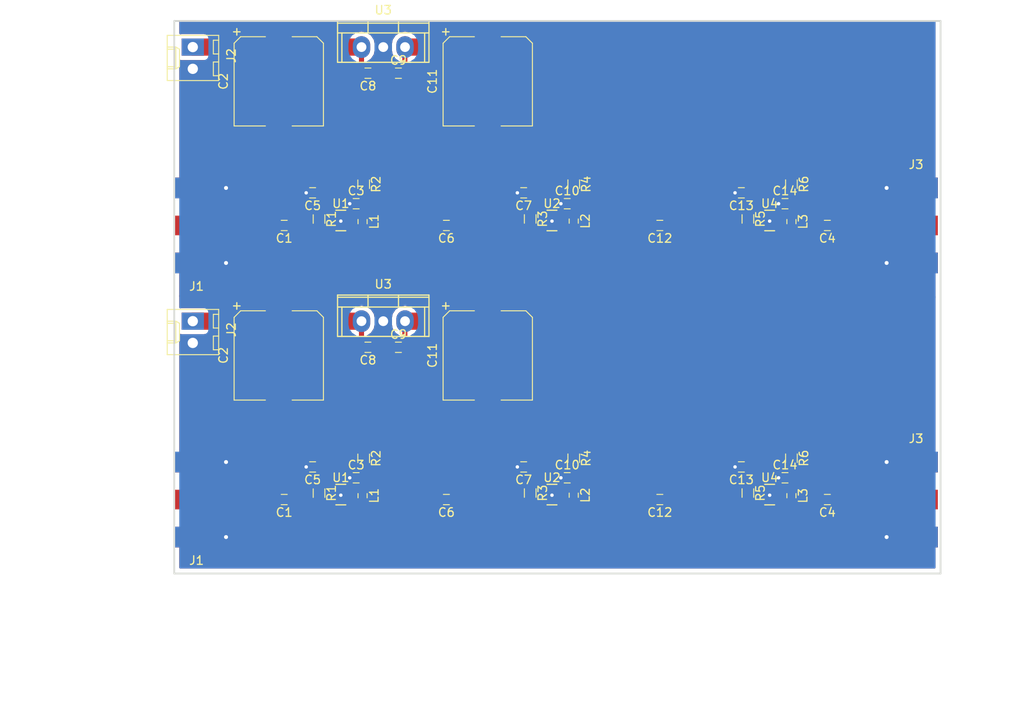
<source format=kicad_pcb>
(kicad_pcb (version 20171130) (host pcbnew 5.0.2-bee76a0~70~ubuntu18.04.1)

  (general
    (thickness 1.6)
    (drawings 10)
    (tracks 300)
    (zones 0)
    (modules 60)
    (nets 15)
  )

  (page A4)
  (layers
    (0 F.Cu signal)
    (31 B.Cu signal)
    (32 B.Adhes user hide)
    (33 F.Adhes user hide)
    (34 B.Paste user hide)
    (35 F.Paste user hide)
    (36 B.SilkS user hide)
    (37 F.SilkS user hide)
    (38 B.Mask user)
    (39 F.Mask user hide)
    (40 Dwgs.User user)
    (41 Cmts.User user)
    (42 Eco1.User user)
    (43 Eco2.User user)
    (44 Edge.Cuts user)
    (45 Margin user)
    (46 B.CrtYd user)
    (47 F.CrtYd user)
    (48 B.Fab user)
    (49 F.Fab user)
  )

  (setup
    (last_trace_width 0.6)
    (user_trace_width 0.4)
    (user_trace_width 0.6)
    (user_trace_width 2)
    (user_trace_width 3)
    (user_trace_width 4)
    (user_trace_width 6)
    (trace_clearance 0.2)
    (zone_clearance 0.508)
    (zone_45_only no)
    (trace_min 0.2)
    (segment_width 0.2)
    (edge_width 0.15)
    (via_size 0.8)
    (via_drill 0.4)
    (via_min_size 0.4)
    (via_min_drill 0.3)
    (user_via 0.6 0.4)
    (uvia_size 0.3)
    (uvia_drill 0.1)
    (uvias_allowed no)
    (uvia_min_size 0.2)
    (uvia_min_drill 0.1)
    (pcb_text_width 0.3)
    (pcb_text_size 1.5 1.5)
    (mod_edge_width 0.15)
    (mod_text_size 1 1)
    (mod_text_width 0.15)
    (pad_size 1.524 1.524)
    (pad_drill 0.762)
    (pad_to_mask_clearance 0.051)
    (solder_mask_min_width 0.25)
    (aux_axis_origin 101.6 133.604)
    (visible_elements FFFFFF7F)
    (pcbplotparams
      (layerselection 0x00000_7fffffff)
      (usegerberextensions false)
      (usegerberattributes false)
      (usegerberadvancedattributes false)
      (creategerberjobfile false)
      (excludeedgelayer true)
      (linewidth 0.100000)
      (plotframeref false)
      (viasonmask false)
      (mode 1)
      (useauxorigin true)
      (hpglpennumber 1)
      (hpglpenspeed 20)
      (hpglpendiameter 15.000000)
      (psnegative false)
      (psa4output false)
      (plotreference true)
      (plotvalue true)
      (plotinvisibletext false)
      (padsonsilk false)
      (subtractmaskfromsilk false)
      (outputformat 1)
      (mirror false)
      (drillshape 0)
      (scaleselection 1)
      (outputdirectory ""))
  )

  (net 0 "")
  (net 1 "Net-(C1-Pad1)")
  (net 2 "Net-(C1-Pad2)")
  (net 3 GND)
  (net 4 "Net-(C3-Pad2)")
  (net 5 "Net-(C4-Pad2)")
  (net 6 "Net-(C4-Pad1)")
  (net 7 "Net-(C2-Pad1)")
  (net 8 "Net-(C6-Pad1)")
  (net 9 "Net-(C6-Pad2)")
  (net 10 "Net-(C10-Pad2)")
  (net 11 +5V)
  (net 12 "Net-(C12-Pad1)")
  (net 13 "Net-(C12-Pad2)")
  (net 14 "Net-(C13-Pad1)")

  (net_class Default "This is the default net class."
    (clearance 0.2)
    (trace_width 0.25)
    (via_dia 0.8)
    (via_drill 0.4)
    (uvia_dia 0.3)
    (uvia_drill 0.1)
    (add_net +5V)
    (add_net GND)
    (add_net "Net-(C1-Pad1)")
    (add_net "Net-(C1-Pad2)")
    (add_net "Net-(C10-Pad2)")
    (add_net "Net-(C12-Pad1)")
    (add_net "Net-(C12-Pad2)")
    (add_net "Net-(C13-Pad1)")
    (add_net "Net-(C2-Pad1)")
    (add_net "Net-(C3-Pad2)")
    (add_net "Net-(C4-Pad1)")
    (add_net "Net-(C4-Pad2)")
    (add_net "Net-(C6-Pad1)")
    (add_net "Net-(C6-Pad2)")
  )

  (module Capacitors_SMD:C_0603 (layer F.Cu) (tedit 59958EE7) (tstamp 5EAEAA11)
    (at 177.8 92.964 180)
    (descr "Capacitor SMD 0603, reflow soldering, AVX (see smccp.pdf)")
    (tags "capacitor 0603")
    (path /5E974CA8)
    (attr smd)
    (fp_text reference C4 (at 0 -1.5 180) (layer F.SilkS)
      (effects (font (size 1 1) (thickness 0.15)))
    )
    (fp_text value 10p (at 0 1.5 180) (layer F.Fab)
      (effects (font (size 1 1) (thickness 0.15)))
    )
    (fp_text user %R (at 0 0 180) (layer F.Fab)
      (effects (font (size 0.3 0.3) (thickness 0.075)))
    )
    (fp_line (start -0.8 0.4) (end -0.8 -0.4) (layer F.Fab) (width 0.1))
    (fp_line (start 0.8 0.4) (end -0.8 0.4) (layer F.Fab) (width 0.1))
    (fp_line (start 0.8 -0.4) (end 0.8 0.4) (layer F.Fab) (width 0.1))
    (fp_line (start -0.8 -0.4) (end 0.8 -0.4) (layer F.Fab) (width 0.1))
    (fp_line (start -0.35 -0.6) (end 0.35 -0.6) (layer F.SilkS) (width 0.12))
    (fp_line (start 0.35 0.6) (end -0.35 0.6) (layer F.SilkS) (width 0.12))
    (fp_line (start -1.4 -0.65) (end 1.4 -0.65) (layer F.CrtYd) (width 0.05))
    (fp_line (start -1.4 -0.65) (end -1.4 0.65) (layer F.CrtYd) (width 0.05))
    (fp_line (start 1.4 0.65) (end 1.4 -0.65) (layer F.CrtYd) (width 0.05))
    (fp_line (start 1.4 0.65) (end -1.4 0.65) (layer F.CrtYd) (width 0.05))
    (pad 1 smd rect (at -0.75 0 180) (size 0.8 0.75) (layers F.Cu F.Paste F.Mask)
      (net 6 "Net-(C4-Pad1)"))
    (pad 2 smd rect (at 0.75 0 180) (size 0.8 0.75) (layers F.Cu F.Paste F.Mask)
      (net 5 "Net-(C4-Pad2)"))
    (model Capacitors_SMD.3dshapes/C_0603.wrl
      (at (xyz 0 0 0))
      (scale (xyz 1 1 1))
      (rotate (xyz 0 0 0))
    )
  )

  (module Resistors_SMD:R_0603 (layer F.Cu) (tedit 58E0A804) (tstamp 5EAEAA00)
    (at 168.529 92.202 270)
    (descr "Resistor SMD 0603, reflow soldering, Vishay (see dcrcw.pdf)")
    (tags "resistor 0603")
    (path /5EE856DE)
    (attr smd)
    (fp_text reference R5 (at 0 -1.45 270) (layer F.SilkS)
      (effects (font (size 1 1) (thickness 0.15)))
    )
    (fp_text value 1k67 (at 0 1.5 270) (layer F.Fab)
      (effects (font (size 1 1) (thickness 0.15)))
    )
    (fp_line (start 1.25 0.7) (end -1.25 0.7) (layer F.CrtYd) (width 0.05))
    (fp_line (start 1.25 0.7) (end 1.25 -0.7) (layer F.CrtYd) (width 0.05))
    (fp_line (start -1.25 -0.7) (end -1.25 0.7) (layer F.CrtYd) (width 0.05))
    (fp_line (start -1.25 -0.7) (end 1.25 -0.7) (layer F.CrtYd) (width 0.05))
    (fp_line (start -0.5 -0.68) (end 0.5 -0.68) (layer F.SilkS) (width 0.12))
    (fp_line (start 0.5 0.68) (end -0.5 0.68) (layer F.SilkS) (width 0.12))
    (fp_line (start -0.8 -0.4) (end 0.8 -0.4) (layer F.Fab) (width 0.1))
    (fp_line (start 0.8 -0.4) (end 0.8 0.4) (layer F.Fab) (width 0.1))
    (fp_line (start 0.8 0.4) (end -0.8 0.4) (layer F.Fab) (width 0.1))
    (fp_line (start -0.8 0.4) (end -0.8 -0.4) (layer F.Fab) (width 0.1))
    (fp_text user %R (at 0 0 270) (layer F.Fab)
      (effects (font (size 0.4 0.4) (thickness 0.075)))
    )
    (pad 2 smd rect (at 0.75 0 270) (size 0.5 0.9) (layers F.Cu F.Paste F.Mask)
      (net 12 "Net-(C12-Pad1)"))
    (pad 1 smd rect (at -0.75 0 270) (size 0.5 0.9) (layers F.Cu F.Paste F.Mask)
      (net 14 "Net-(C13-Pad1)"))
    (model ${KISYS3DMOD}/Resistors_SMD.3dshapes/R_0603.wrl
      (at (xyz 0 0 0))
      (scale (xyz 1 1 1))
      (rotate (xyz 0 0 0))
    )
  )

  (module Connectors_Molex:Molex_SMA_Jack_Edge_Mount (layer F.Cu) (tedit 587D2992) (tstamp 5EAEA9DC)
    (at 186.436 92.964 180)
    (descr "Molex SMA Jack, Edge Mount, http://www.molex.com/pdm_docs/sd/732511150_sd.pdf")
    (tags "sma edge")
    (path /5E9752CE)
    (attr smd)
    (fp_text reference J3 (at -1.72 7.11 180) (layer F.SilkS)
      (effects (font (size 1 1) (thickness 0.15)))
    )
    (fp_text value Conn_Coaxial (at -1.72 -7.11 180) (layer F.Fab)
      (effects (font (size 1 1) (thickness 0.15)))
    )
    (fp_line (start -4.76 -0.38) (end 0.49 -0.38) (layer F.Fab) (width 0.1))
    (fp_line (start -4.76 0.38) (end 0.49 0.38) (layer F.Fab) (width 0.1))
    (fp_line (start 0.49 -0.38) (end 0.49 0.38) (layer F.Fab) (width 0.1))
    (fp_line (start 0.49 3.75) (end 0.49 4.76) (layer F.Fab) (width 0.1))
    (fp_line (start 0.49 -4.76) (end 0.49 -3.75) (layer F.Fab) (width 0.1))
    (fp_line (start -14.29 -6.09) (end -14.29 6.09) (layer F.CrtYd) (width 0.05))
    (fp_line (start -14.29 6.09) (end 2.71 6.09) (layer F.CrtYd) (width 0.05))
    (fp_line (start 2.71 -6.09) (end 2.71 6.09) (layer B.CrtYd) (width 0.05))
    (fp_line (start -14.29 -6.09) (end 2.71 -6.09) (layer B.CrtYd) (width 0.05))
    (fp_line (start -14.29 -6.09) (end -14.29 6.09) (layer B.CrtYd) (width 0.05))
    (fp_line (start -14.29 6.09) (end 2.71 6.09) (layer B.CrtYd) (width 0.05))
    (fp_line (start 2.71 -6.09) (end 2.71 6.09) (layer F.CrtYd) (width 0.05))
    (fp_line (start 2.71 -6.09) (end -14.29 -6.09) (layer F.CrtYd) (width 0.05))
    (fp_line (start -4.76 -3.75) (end 0.49 -3.75) (layer F.Fab) (width 0.1))
    (fp_line (start -4.76 3.75) (end 0.49 3.75) (layer F.Fab) (width 0.1))
    (fp_line (start -13.79 -2.65) (end -5.91 -2.65) (layer F.Fab) (width 0.1))
    (fp_line (start -13.79 -2.65) (end -13.79 2.65) (layer F.Fab) (width 0.1))
    (fp_line (start -13.79 2.65) (end -5.91 2.65) (layer F.Fab) (width 0.1))
    (fp_line (start -4.76 -3.75) (end -4.76 3.75) (layer F.Fab) (width 0.1))
    (fp_line (start 0.49 -4.76) (end -5.91 -4.76) (layer F.Fab) (width 0.1))
    (fp_line (start -5.91 -4.76) (end -5.91 4.76) (layer F.Fab) (width 0.1))
    (fp_line (start -5.91 4.76) (end 0.49 4.76) (layer F.Fab) (width 0.1))
    (pad 1 smd rect (at -1.72 0 180) (size 5.08 2.29) (layers F.Cu F.Paste F.Mask)
      (net 6 "Net-(C4-Pad1)"))
    (pad 2 smd rect (at -1.72 -4.38 180) (size 5.08 2.42) (layers F.Cu F.Paste F.Mask)
      (net 3 GND))
    (pad 2 smd rect (at -1.72 4.38 180) (size 5.08 2.42) (layers F.Cu F.Paste F.Mask)
      (net 3 GND))
    (pad 2 smd rect (at -1.72 -4.38 180) (size 5.08 2.42) (layers B.Cu B.Paste B.Mask)
      (net 3 GND))
    (pad 2 smd rect (at -1.72 4.38 180) (size 5.08 2.42) (layers B.Cu B.Paste B.Mask)
      (net 3 GND))
    (pad 2 thru_hole circle (at 1.72 -4.38 180) (size 0.97 0.97) (drill 0.46) (layers *.Cu)
      (net 3 GND))
    (pad 2 thru_hole circle (at 1.72 4.38 180) (size 0.97 0.97) (drill 0.46) (layers *.Cu)
      (net 3 GND))
    (pad 2 smd rect (at 1.27 -4.38 180) (size 0.89 0.46) (layers F.Cu)
      (net 3 GND))
    (pad 2 smd rect (at 1.27 4.38 180) (size 0.89 0.46) (layers F.Cu)
      (net 3 GND))
    (pad 2 smd rect (at 1.27 -4.38 180) (size 0.89 0.46) (layers B.Cu)
      (net 3 GND))
    (pad 2 smd rect (at 1.27 4.38 180) (size 0.89 0.46) (layers B.Cu)
      (net 3 GND))
    (model ${KISYS3DMOD}/Connectors_Molex.3dshapes/Molex_SMA_Jack_Edge_Mount.wrl
      (at (xyz 0 0 0))
      (scale (xyz 1 1 1))
      (rotate (xyz 0 0 0))
    )
  )

  (module Capacitors_SMD:CP_Elec_10x10.5 (layer F.Cu) (tedit 58AA917F) (tstamp 5EAEA9C1)
    (at 113.792 76.136 270)
    (descr "SMT capacitor, aluminium electrolytic, 10x10.5")
    (path /5E974E2C)
    (attr smd)
    (fp_text reference C2 (at 0 6.46 270) (layer F.SilkS)
      (effects (font (size 1 1) (thickness 0.15)))
    )
    (fp_text value 50u (at 0 -6.46 270) (layer F.Fab)
      (effects (font (size 1 1) (thickness 0.15)))
    )
    (fp_circle (center 0 0) (end 0 5) (layer F.Fab) (width 0.1))
    (fp_text user + (at -2.91 -0.08 270) (layer F.Fab)
      (effects (font (size 1 1) (thickness 0.15)))
    )
    (fp_text user + (at -5.78 4.97 270) (layer F.SilkS)
      (effects (font (size 1 1) (thickness 0.15)))
    )
    (fp_text user %R (at 0 6.46 270) (layer F.Fab)
      (effects (font (size 1 1) (thickness 0.15)))
    )
    (fp_line (start -5.21 -4.45) (end -5.21 -1.56) (layer F.SilkS) (width 0.12))
    (fp_line (start -5.21 4.45) (end -5.21 1.56) (layer F.SilkS) (width 0.12))
    (fp_line (start 5.21 5.21) (end 5.21 1.56) (layer F.SilkS) (width 0.12))
    (fp_line (start 5.21 -5.21) (end 5.21 -1.56) (layer F.SilkS) (width 0.12))
    (fp_line (start 5.05 5.05) (end 5.05 -5.05) (layer F.Fab) (width 0.1))
    (fp_line (start -4.38 5.05) (end 5.05 5.05) (layer F.Fab) (width 0.1))
    (fp_line (start -5.05 4.38) (end -4.38 5.05) (layer F.Fab) (width 0.1))
    (fp_line (start -5.05 -4.38) (end -5.05 4.38) (layer F.Fab) (width 0.1))
    (fp_line (start -4.38 -5.05) (end -5.05 -4.38) (layer F.Fab) (width 0.1))
    (fp_line (start 5.05 -5.05) (end -4.38 -5.05) (layer F.Fab) (width 0.1))
    (fp_line (start 5.21 5.21) (end -4.45 5.21) (layer F.SilkS) (width 0.12))
    (fp_line (start -4.45 5.21) (end -5.21 4.45) (layer F.SilkS) (width 0.12))
    (fp_line (start -5.21 -4.45) (end -4.45 -5.21) (layer F.SilkS) (width 0.12))
    (fp_line (start -4.45 -5.21) (end 5.21 -5.21) (layer F.SilkS) (width 0.12))
    (fp_line (start -6.25 -5.31) (end 6.25 -5.31) (layer F.CrtYd) (width 0.05))
    (fp_line (start -6.25 -5.31) (end -6.25 5.3) (layer F.CrtYd) (width 0.05))
    (fp_line (start 6.25 5.3) (end 6.25 -5.31) (layer F.CrtYd) (width 0.05))
    (fp_line (start 6.25 5.3) (end -6.25 5.3) (layer F.CrtYd) (width 0.05))
    (pad 1 smd rect (at -4 0 90) (size 4 2.5) (layers F.Cu F.Paste F.Mask)
      (net 7 "Net-(C2-Pad1)"))
    (pad 2 smd rect (at 4 0 90) (size 4 2.5) (layers F.Cu F.Paste F.Mask)
      (net 3 GND))
    (model Capacitors_SMD.3dshapes/CP_Elec_10x10.5.wrl
      (at (xyz 0 0 0))
      (scale (xyz 1 1 1))
      (rotate (xyz 0 0 180))
    )
  )

  (module Resistors_SMD:R_0402 (layer F.Cu) (tedit 58E0A804) (tstamp 5EAEA9B1)
    (at 123.571 92.514 270)
    (descr "Resistor SMD 0402, reflow soldering, Vishay (see dcrcw.pdf)")
    (tags "resistor 0402")
    (path /5E974BF6)
    (attr smd)
    (fp_text reference L1 (at 0 -1.35 270) (layer F.SilkS)
      (effects (font (size 1 1) (thickness 0.15)))
    )
    (fp_text value 200n (at 0 1.45 270) (layer F.Fab)
      (effects (font (size 1 1) (thickness 0.15)))
    )
    (fp_text user %R (at 0 -1.35 270) (layer F.Fab)
      (effects (font (size 1 1) (thickness 0.15)))
    )
    (fp_line (start -0.5 0.25) (end -0.5 -0.25) (layer F.Fab) (width 0.1))
    (fp_line (start 0.5 0.25) (end -0.5 0.25) (layer F.Fab) (width 0.1))
    (fp_line (start 0.5 -0.25) (end 0.5 0.25) (layer F.Fab) (width 0.1))
    (fp_line (start -0.5 -0.25) (end 0.5 -0.25) (layer F.Fab) (width 0.1))
    (fp_line (start 0.25 -0.53) (end -0.25 -0.53) (layer F.SilkS) (width 0.12))
    (fp_line (start -0.25 0.53) (end 0.25 0.53) (layer F.SilkS) (width 0.12))
    (fp_line (start -0.8 -0.45) (end 0.8 -0.45) (layer F.CrtYd) (width 0.05))
    (fp_line (start -0.8 -0.45) (end -0.8 0.45) (layer F.CrtYd) (width 0.05))
    (fp_line (start 0.8 0.45) (end 0.8 -0.45) (layer F.CrtYd) (width 0.05))
    (fp_line (start 0.8 0.45) (end -0.8 0.45) (layer F.CrtYd) (width 0.05))
    (pad 1 smd rect (at -0.45 0 270) (size 0.4 0.6) (layers F.Cu F.Paste F.Mask)
      (net 4 "Net-(C3-Pad2)"))
    (pad 2 smd rect (at 0.45 0 270) (size 0.4 0.6) (layers F.Cu F.Paste F.Mask)
      (net 9 "Net-(C6-Pad2)"))
    (model ${KISYS3DMOD}/Resistors_SMD.3dshapes/R_0402.wrl
      (at (xyz 0 0 0))
      (scale (xyz 1 1 1))
      (rotate (xyz 0 0 0))
    )
  )

  (module Capacitors_SMD:C_0603 (layer F.Cu) (tedit 59958EE7) (tstamp 5EAEA9A1)
    (at 122.821 90.424)
    (descr "Capacitor SMD 0603, reflow soldering, AVX (see smccp.pdf)")
    (tags "capacitor 0603")
    (path /5E974B14)
    (attr smd)
    (fp_text reference C3 (at 0 -1.5) (layer F.SilkS)
      (effects (font (size 1 1) (thickness 0.15)))
    )
    (fp_text value 100n (at 0 1.5) (layer F.Fab)
      (effects (font (size 1 1) (thickness 0.15)))
    )
    (fp_line (start 1.4 0.65) (end -1.4 0.65) (layer F.CrtYd) (width 0.05))
    (fp_line (start 1.4 0.65) (end 1.4 -0.65) (layer F.CrtYd) (width 0.05))
    (fp_line (start -1.4 -0.65) (end -1.4 0.65) (layer F.CrtYd) (width 0.05))
    (fp_line (start -1.4 -0.65) (end 1.4 -0.65) (layer F.CrtYd) (width 0.05))
    (fp_line (start 0.35 0.6) (end -0.35 0.6) (layer F.SilkS) (width 0.12))
    (fp_line (start -0.35 -0.6) (end 0.35 -0.6) (layer F.SilkS) (width 0.12))
    (fp_line (start -0.8 -0.4) (end 0.8 -0.4) (layer F.Fab) (width 0.1))
    (fp_line (start 0.8 -0.4) (end 0.8 0.4) (layer F.Fab) (width 0.1))
    (fp_line (start 0.8 0.4) (end -0.8 0.4) (layer F.Fab) (width 0.1))
    (fp_line (start -0.8 0.4) (end -0.8 -0.4) (layer F.Fab) (width 0.1))
    (fp_text user %R (at 0 0) (layer F.Fab)
      (effects (font (size 0.3 0.3) (thickness 0.075)))
    )
    (pad 2 smd rect (at 0.75 0) (size 0.8 0.75) (layers F.Cu F.Paste F.Mask)
      (net 4 "Net-(C3-Pad2)"))
    (pad 1 smd rect (at -0.75 0) (size 0.8 0.75) (layers F.Cu F.Paste F.Mask)
      (net 3 GND))
    (model Capacitors_SMD.3dshapes/C_0603.wrl
      (at (xyz 0 0 0))
      (scale (xyz 1 1 1))
      (rotate (xyz 0 0 0))
    )
  )

  (module Connectors_Molex:Molex_SMA_Jack_Edge_Mount (layer F.Cu) (tedit 587D2992) (tstamp 5EAEA97C)
    (at 105.918 92.964)
    (descr "Molex SMA Jack, Edge Mount, http://www.molex.com/pdm_docs/sd/732511150_sd.pdf")
    (tags "sma edge")
    (path /5E97536C)
    (attr smd)
    (fp_text reference J1 (at -1.72 7.11) (layer F.SilkS)
      (effects (font (size 1 1) (thickness 0.15)))
    )
    (fp_text value Conn_Coaxial (at -1.72 -7.11) (layer F.Fab)
      (effects (font (size 1 1) (thickness 0.15)))
    )
    (fp_line (start -4.76 -0.38) (end 0.49 -0.38) (layer F.Fab) (width 0.1))
    (fp_line (start -4.76 0.38) (end 0.49 0.38) (layer F.Fab) (width 0.1))
    (fp_line (start 0.49 -0.38) (end 0.49 0.38) (layer F.Fab) (width 0.1))
    (fp_line (start 0.49 3.75) (end 0.49 4.76) (layer F.Fab) (width 0.1))
    (fp_line (start 0.49 -4.76) (end 0.49 -3.75) (layer F.Fab) (width 0.1))
    (fp_line (start -14.29 -6.09) (end -14.29 6.09) (layer F.CrtYd) (width 0.05))
    (fp_line (start -14.29 6.09) (end 2.71 6.09) (layer F.CrtYd) (width 0.05))
    (fp_line (start 2.71 -6.09) (end 2.71 6.09) (layer B.CrtYd) (width 0.05))
    (fp_line (start -14.29 -6.09) (end 2.71 -6.09) (layer B.CrtYd) (width 0.05))
    (fp_line (start -14.29 -6.09) (end -14.29 6.09) (layer B.CrtYd) (width 0.05))
    (fp_line (start -14.29 6.09) (end 2.71 6.09) (layer B.CrtYd) (width 0.05))
    (fp_line (start 2.71 -6.09) (end 2.71 6.09) (layer F.CrtYd) (width 0.05))
    (fp_line (start 2.71 -6.09) (end -14.29 -6.09) (layer F.CrtYd) (width 0.05))
    (fp_line (start -4.76 -3.75) (end 0.49 -3.75) (layer F.Fab) (width 0.1))
    (fp_line (start -4.76 3.75) (end 0.49 3.75) (layer F.Fab) (width 0.1))
    (fp_line (start -13.79 -2.65) (end -5.91 -2.65) (layer F.Fab) (width 0.1))
    (fp_line (start -13.79 -2.65) (end -13.79 2.65) (layer F.Fab) (width 0.1))
    (fp_line (start -13.79 2.65) (end -5.91 2.65) (layer F.Fab) (width 0.1))
    (fp_line (start -4.76 -3.75) (end -4.76 3.75) (layer F.Fab) (width 0.1))
    (fp_line (start 0.49 -4.76) (end -5.91 -4.76) (layer F.Fab) (width 0.1))
    (fp_line (start -5.91 -4.76) (end -5.91 4.76) (layer F.Fab) (width 0.1))
    (fp_line (start -5.91 4.76) (end 0.49 4.76) (layer F.Fab) (width 0.1))
    (pad 1 smd rect (at -1.72 0) (size 5.08 2.29) (layers F.Cu F.Paste F.Mask)
      (net 2 "Net-(C1-Pad2)"))
    (pad 2 smd rect (at -1.72 -4.38) (size 5.08 2.42) (layers F.Cu F.Paste F.Mask)
      (net 3 GND))
    (pad 2 smd rect (at -1.72 4.38) (size 5.08 2.42) (layers F.Cu F.Paste F.Mask)
      (net 3 GND))
    (pad 2 smd rect (at -1.72 -4.38) (size 5.08 2.42) (layers B.Cu B.Paste B.Mask)
      (net 3 GND))
    (pad 2 smd rect (at -1.72 4.38) (size 5.08 2.42) (layers B.Cu B.Paste B.Mask)
      (net 3 GND))
    (pad 2 thru_hole circle (at 1.72 -4.38) (size 0.97 0.97) (drill 0.46) (layers *.Cu)
      (net 3 GND))
    (pad 2 thru_hole circle (at 1.72 4.38) (size 0.97 0.97) (drill 0.46) (layers *.Cu)
      (net 3 GND))
    (pad 2 smd rect (at 1.27 -4.38) (size 0.89 0.46) (layers F.Cu)
      (net 3 GND))
    (pad 2 smd rect (at 1.27 4.38) (size 0.89 0.46) (layers F.Cu)
      (net 3 GND))
    (pad 2 smd rect (at 1.27 -4.38) (size 0.89 0.46) (layers B.Cu)
      (net 3 GND))
    (pad 2 smd rect (at 1.27 4.38) (size 0.89 0.46) (layers B.Cu)
      (net 3 GND))
    (model ${KISYS3DMOD}/Connectors_Molex.3dshapes/Molex_SMA_Jack_Edge_Mount.wrl
      (at (xyz 0 0 0))
      (scale (xyz 1 1 1))
      (rotate (xyz 0 0 0))
    )
  )

  (module footprints:grf3042 (layer F.Cu) (tedit 5E974F31) (tstamp 5EAEA933)
    (at 121.031 92.456)
    (descr "DC6 Package; 6-Lead Plastic DFN (2mm x 2mm) (see Linear Technology DFN_6_05-08-1703.pdf)")
    (tags "DFN 0.5")
    (path /5E9748C4)
    (attr smd)
    (fp_text reference U1 (at 0 -2.05) (layer F.SilkS)
      (effects (font (size 1 1) (thickness 0.15)))
    )
    (fp_text value GRF3042 (at 0 2.05) (layer F.Fab)
      (effects (font (size 1 1) (thickness 0.15)))
    )
    (fp_line (start -0.575 -1.27) (end 0.575 -1.27) (layer F.SilkS) (width 0.15))
    (fp_line (start 0 -1) (end 1 -1) (layer F.Fab) (width 0.15))
    (fp_line (start 1 -1) (end 1 1) (layer F.Fab) (width 0.15))
    (fp_line (start 1 1) (end -1 1) (layer F.Fab) (width 0.15))
    (fp_line (start -1 1) (end -1 0) (layer F.Fab) (width 0.15))
    (fp_line (start -1 0) (end 0 -1) (layer F.Fab) (width 0.15))
    (fp_line (start -1.55 -1.3) (end -1.55 1.3) (layer F.CrtYd) (width 0.05))
    (fp_line (start 1.55 -1.3) (end 1.55 1.3) (layer F.CrtYd) (width 0.05))
    (fp_line (start -1.55 -1.3) (end 1.55 -1.3) (layer F.CrtYd) (width 0.05))
    (fp_line (start -1.55 1.3) (end 1.55 1.3) (layer F.CrtYd) (width 0.05))
    (fp_line (start -0.575 1.125) (end 0.575 1.125) (layer F.SilkS) (width 0.15))
    (pad 1 smd rect (at -0.75 -0.5) (size 0.4 0.2) (layers F.Cu F.Paste F.Mask)
      (net 3 GND))
    (pad 2 smd rect (at -0.75 0) (size 0.4 0.2) (layers F.Cu F.Paste F.Mask)
      (net 3 GND))
    (pad 3 smd rect (at -0.75 0.5) (size 0.4 0.2) (layers F.Cu F.Paste F.Mask)
      (net 1 "Net-(C1-Pad1)"))
    (pad 4 smd rect (at 0.75 0.5) (size 0.4 0.2) (layers F.Cu F.Paste F.Mask)
      (net 9 "Net-(C6-Pad2)"))
    (pad 5 smd rect (at 0.75 0) (size 0.4 0.2) (layers F.Cu F.Paste F.Mask)
      (net 3 GND))
    (pad 6 smd rect (at 0.75 -0.5) (size 0.4 0.2) (layers F.Cu F.Paste F.Mask)
      (net 3 GND))
    (pad 7 smd rect (at 0 0) (size 0.6 1.1) (layers F.Cu F.Paste F.Mask)
      (net 3 GND) (solder_paste_margin_ratio -0.2))
    (model ${KISYS3DMOD}/Housings_DFN_QFN.3dshapes/DFN-6-1EP_2x2mm_Pitch0.5mm.wrl
      (at (xyz 0 0 0))
      (scale (xyz 1 1 1))
      (rotate (xyz 0 0 0))
    )
  )

  (module Resistors_SMD:R_0603 (layer F.Cu) (tedit 58E0A804) (tstamp 5EAEA920)
    (at 148.209 88.138 270)
    (descr "Resistor SMD 0603, reflow soldering, Vishay (see dcrcw.pdf)")
    (tags "resistor 0603")
    (path /5EE830B9)
    (attr smd)
    (fp_text reference R4 (at 0 -1.45 270) (layer F.SilkS)
      (effects (font (size 1 1) (thickness 0.15)))
    )
    (fp_text value 12 (at 0 1.5 270) (layer F.Fab)
      (effects (font (size 1 1) (thickness 0.15)))
    )
    (fp_line (start 1.25 0.7) (end -1.25 0.7) (layer F.CrtYd) (width 0.05))
    (fp_line (start 1.25 0.7) (end 1.25 -0.7) (layer F.CrtYd) (width 0.05))
    (fp_line (start -1.25 -0.7) (end -1.25 0.7) (layer F.CrtYd) (width 0.05))
    (fp_line (start -1.25 -0.7) (end 1.25 -0.7) (layer F.CrtYd) (width 0.05))
    (fp_line (start -0.5 -0.68) (end 0.5 -0.68) (layer F.SilkS) (width 0.12))
    (fp_line (start 0.5 0.68) (end -0.5 0.68) (layer F.SilkS) (width 0.12))
    (fp_line (start -0.8 -0.4) (end 0.8 -0.4) (layer F.Fab) (width 0.1))
    (fp_line (start 0.8 -0.4) (end 0.8 0.4) (layer F.Fab) (width 0.1))
    (fp_line (start 0.8 0.4) (end -0.8 0.4) (layer F.Fab) (width 0.1))
    (fp_line (start -0.8 0.4) (end -0.8 -0.4) (layer F.Fab) (width 0.1))
    (fp_text user %R (at 0 0 270) (layer F.Fab)
      (effects (font (size 0.4 0.4) (thickness 0.075)))
    )
    (pad 2 smd rect (at 0.75 0 270) (size 0.5 0.9) (layers F.Cu F.Paste F.Mask)
      (net 10 "Net-(C10-Pad2)"))
    (pad 1 smd rect (at -0.75 0 270) (size 0.5 0.9) (layers F.Cu F.Paste F.Mask)
      (net 11 +5V))
    (model ${KISYS3DMOD}/Resistors_SMD.3dshapes/R_0603.wrl
      (at (xyz 0 0 0))
      (scale (xyz 1 1 1))
      (rotate (xyz 0 0 0))
    )
  )

  (module Resistors_SMD:R_0603 (layer F.Cu) (tedit 58E0A804) (tstamp 5EAEA910)
    (at 143.129 92.202 270)
    (descr "Resistor SMD 0603, reflow soldering, Vishay (see dcrcw.pdf)")
    (tags "resistor 0603")
    (path /5EE830BF)
    (attr smd)
    (fp_text reference R3 (at 0 -1.45 270) (layer F.SilkS)
      (effects (font (size 1 1) (thickness 0.15)))
    )
    (fp_text value 1k67 (at 0 1.5 270) (layer F.Fab)
      (effects (font (size 1 1) (thickness 0.15)))
    )
    (fp_text user %R (at 0 0 270) (layer F.Fab)
      (effects (font (size 0.4 0.4) (thickness 0.075)))
    )
    (fp_line (start -0.8 0.4) (end -0.8 -0.4) (layer F.Fab) (width 0.1))
    (fp_line (start 0.8 0.4) (end -0.8 0.4) (layer F.Fab) (width 0.1))
    (fp_line (start 0.8 -0.4) (end 0.8 0.4) (layer F.Fab) (width 0.1))
    (fp_line (start -0.8 -0.4) (end 0.8 -0.4) (layer F.Fab) (width 0.1))
    (fp_line (start 0.5 0.68) (end -0.5 0.68) (layer F.SilkS) (width 0.12))
    (fp_line (start -0.5 -0.68) (end 0.5 -0.68) (layer F.SilkS) (width 0.12))
    (fp_line (start -1.25 -0.7) (end 1.25 -0.7) (layer F.CrtYd) (width 0.05))
    (fp_line (start -1.25 -0.7) (end -1.25 0.7) (layer F.CrtYd) (width 0.05))
    (fp_line (start 1.25 0.7) (end 1.25 -0.7) (layer F.CrtYd) (width 0.05))
    (fp_line (start 1.25 0.7) (end -1.25 0.7) (layer F.CrtYd) (width 0.05))
    (pad 1 smd rect (at -0.75 0 270) (size 0.5 0.9) (layers F.Cu F.Paste F.Mask)
      (net 10 "Net-(C10-Pad2)"))
    (pad 2 smd rect (at 0.75 0 270) (size 0.5 0.9) (layers F.Cu F.Paste F.Mask)
      (net 8 "Net-(C6-Pad1)"))
    (model ${KISYS3DMOD}/Resistors_SMD.3dshapes/R_0603.wrl
      (at (xyz 0 0 0))
      (scale (xyz 1 1 1))
      (rotate (xyz 0 0 0))
    )
  )

  (module Resistors_SMD:R_0402 (layer F.Cu) (tedit 58E0A804) (tstamp 5EAEA900)
    (at 173.609 92.514 270)
    (descr "Resistor SMD 0402, reflow soldering, Vishay (see dcrcw.pdf)")
    (tags "resistor 0402")
    (path /5EE856EA)
    (attr smd)
    (fp_text reference L3 (at 0 -1.35 270) (layer F.SilkS)
      (effects (font (size 1 1) (thickness 0.15)))
    )
    (fp_text value 200n (at 0 1.45 270) (layer F.Fab)
      (effects (font (size 1 1) (thickness 0.15)))
    )
    (fp_line (start 0.8 0.45) (end -0.8 0.45) (layer F.CrtYd) (width 0.05))
    (fp_line (start 0.8 0.45) (end 0.8 -0.45) (layer F.CrtYd) (width 0.05))
    (fp_line (start -0.8 -0.45) (end -0.8 0.45) (layer F.CrtYd) (width 0.05))
    (fp_line (start -0.8 -0.45) (end 0.8 -0.45) (layer F.CrtYd) (width 0.05))
    (fp_line (start -0.25 0.53) (end 0.25 0.53) (layer F.SilkS) (width 0.12))
    (fp_line (start 0.25 -0.53) (end -0.25 -0.53) (layer F.SilkS) (width 0.12))
    (fp_line (start -0.5 -0.25) (end 0.5 -0.25) (layer F.Fab) (width 0.1))
    (fp_line (start 0.5 -0.25) (end 0.5 0.25) (layer F.Fab) (width 0.1))
    (fp_line (start 0.5 0.25) (end -0.5 0.25) (layer F.Fab) (width 0.1))
    (fp_line (start -0.5 0.25) (end -0.5 -0.25) (layer F.Fab) (width 0.1))
    (fp_text user %R (at 0 -1.35 270) (layer F.Fab)
      (effects (font (size 1 1) (thickness 0.15)))
    )
    (pad 2 smd rect (at 0.45 0 270) (size 0.4 0.6) (layers F.Cu F.Paste F.Mask)
      (net 5 "Net-(C4-Pad2)"))
    (pad 1 smd rect (at -0.45 0 270) (size 0.4 0.6) (layers F.Cu F.Paste F.Mask)
      (net 14 "Net-(C13-Pad1)"))
    (model ${KISYS3DMOD}/Resistors_SMD.3dshapes/R_0402.wrl
      (at (xyz 0 0 0))
      (scale (xyz 1 1 1))
      (rotate (xyz 0 0 0))
    )
  )

  (module Resistors_SMD:R_0402 (layer F.Cu) (tedit 58E0A804) (tstamp 5EAEA8F0)
    (at 148.209 92.456 270)
    (descr "Resistor SMD 0402, reflow soldering, Vishay (see dcrcw.pdf)")
    (tags "resistor 0402")
    (path /5EE830CB)
    (attr smd)
    (fp_text reference L2 (at 0 -1.35 270) (layer F.SilkS)
      (effects (font (size 1 1) (thickness 0.15)))
    )
    (fp_text value 200n (at 0 1.45 270) (layer F.Fab)
      (effects (font (size 1 1) (thickness 0.15)))
    )
    (fp_text user %R (at 0 -1.35 270) (layer F.Fab)
      (effects (font (size 1 1) (thickness 0.15)))
    )
    (fp_line (start -0.5 0.25) (end -0.5 -0.25) (layer F.Fab) (width 0.1))
    (fp_line (start 0.5 0.25) (end -0.5 0.25) (layer F.Fab) (width 0.1))
    (fp_line (start 0.5 -0.25) (end 0.5 0.25) (layer F.Fab) (width 0.1))
    (fp_line (start -0.5 -0.25) (end 0.5 -0.25) (layer F.Fab) (width 0.1))
    (fp_line (start 0.25 -0.53) (end -0.25 -0.53) (layer F.SilkS) (width 0.12))
    (fp_line (start -0.25 0.53) (end 0.25 0.53) (layer F.SilkS) (width 0.12))
    (fp_line (start -0.8 -0.45) (end 0.8 -0.45) (layer F.CrtYd) (width 0.05))
    (fp_line (start -0.8 -0.45) (end -0.8 0.45) (layer F.CrtYd) (width 0.05))
    (fp_line (start 0.8 0.45) (end 0.8 -0.45) (layer F.CrtYd) (width 0.05))
    (fp_line (start 0.8 0.45) (end -0.8 0.45) (layer F.CrtYd) (width 0.05))
    (pad 1 smd rect (at -0.45 0 270) (size 0.4 0.6) (layers F.Cu F.Paste F.Mask)
      (net 10 "Net-(C10-Pad2)"))
    (pad 2 smd rect (at 0.45 0 270) (size 0.4 0.6) (layers F.Cu F.Paste F.Mask)
      (net 13 "Net-(C12-Pad2)"))
    (model ${KISYS3DMOD}/Resistors_SMD.3dshapes/R_0402.wrl
      (at (xyz 0 0 0))
      (scale (xyz 1 1 1))
      (rotate (xyz 0 0 0))
    )
  )

  (module Capacitors_SMD:C_0603 (layer F.Cu) (tedit 59958EE7) (tstamp 5EAEA8E0)
    (at 158.254 92.964 180)
    (descr "Capacitor SMD 0603, reflow soldering, AVX (see smccp.pdf)")
    (tags "capacitor 0603")
    (path /5EE8651C)
    (attr smd)
    (fp_text reference C12 (at 0 -1.5 180) (layer F.SilkS)
      (effects (font (size 1 1) (thickness 0.15)))
    )
    (fp_text value 10p (at 0 1.5 180) (layer F.Fab)
      (effects (font (size 1 1) (thickness 0.15)))
    )
    (fp_line (start 1.4 0.65) (end -1.4 0.65) (layer F.CrtYd) (width 0.05))
    (fp_line (start 1.4 0.65) (end 1.4 -0.65) (layer F.CrtYd) (width 0.05))
    (fp_line (start -1.4 -0.65) (end -1.4 0.65) (layer F.CrtYd) (width 0.05))
    (fp_line (start -1.4 -0.65) (end 1.4 -0.65) (layer F.CrtYd) (width 0.05))
    (fp_line (start 0.35 0.6) (end -0.35 0.6) (layer F.SilkS) (width 0.12))
    (fp_line (start -0.35 -0.6) (end 0.35 -0.6) (layer F.SilkS) (width 0.12))
    (fp_line (start -0.8 -0.4) (end 0.8 -0.4) (layer F.Fab) (width 0.1))
    (fp_line (start 0.8 -0.4) (end 0.8 0.4) (layer F.Fab) (width 0.1))
    (fp_line (start 0.8 0.4) (end -0.8 0.4) (layer F.Fab) (width 0.1))
    (fp_line (start -0.8 0.4) (end -0.8 -0.4) (layer F.Fab) (width 0.1))
    (fp_text user %R (at 0 0 180) (layer F.Fab)
      (effects (font (size 0.3 0.3) (thickness 0.075)))
    )
    (pad 2 smd rect (at 0.75 0 180) (size 0.8 0.75) (layers F.Cu F.Paste F.Mask)
      (net 13 "Net-(C12-Pad2)"))
    (pad 1 smd rect (at -0.75 0 180) (size 0.8 0.75) (layers F.Cu F.Paste F.Mask)
      (net 12 "Net-(C12-Pad1)"))
    (model Capacitors_SMD.3dshapes/C_0603.wrl
      (at (xyz 0 0 0))
      (scale (xyz 1 1 1))
      (rotate (xyz 0 0 0))
    )
  )

  (module Connectors_Molex:Molex_KK-6410-02_02x2.54mm_Straight (layer F.Cu) (tedit 58EE6EE4) (tstamp 5EAEA8C0)
    (at 103.759 72.136 270)
    (descr "Connector Headers with Friction Lock, 22-27-2021, http://www.molex.com/pdm_docs/sd/022272021_sd.pdf")
    (tags "connector molex kk_6410 22-27-2021")
    (path /5E975029)
    (fp_text reference J2 (at 1 -4.5 270) (layer F.SilkS)
      (effects (font (size 1 1) (thickness 0.15)))
    )
    (fp_text value Conn_01x02_Male (at 1.27 4.5 270) (layer F.Fab)
      (effects (font (size 1 1) (thickness 0.15)))
    )
    (fp_line (start -1.47 -3.12) (end -1.47 3.08) (layer F.Fab) (width 0.12))
    (fp_line (start -1.47 3.08) (end 4.01 3.08) (layer F.Fab) (width 0.12))
    (fp_line (start 4.01 3.08) (end 4.01 -3.12) (layer F.Fab) (width 0.12))
    (fp_line (start 4.01 -3.12) (end -1.47 -3.12) (layer F.Fab) (width 0.12))
    (fp_line (start -1.37 -3.02) (end -1.37 2.98) (layer F.SilkS) (width 0.12))
    (fp_line (start -1.37 2.98) (end 3.91 2.98) (layer F.SilkS) (width 0.12))
    (fp_line (start 3.91 2.98) (end 3.91 -3.02) (layer F.SilkS) (width 0.12))
    (fp_line (start 3.91 -3.02) (end -1.37 -3.02) (layer F.SilkS) (width 0.12))
    (fp_line (start 0 2.98) (end 0 1.98) (layer F.SilkS) (width 0.12))
    (fp_line (start 0 1.98) (end 2.54 1.98) (layer F.SilkS) (width 0.12))
    (fp_line (start 2.54 1.98) (end 2.54 2.98) (layer F.SilkS) (width 0.12))
    (fp_line (start 0 1.98) (end 0.25 1.55) (layer F.SilkS) (width 0.12))
    (fp_line (start 0.25 1.55) (end 2.29 1.55) (layer F.SilkS) (width 0.12))
    (fp_line (start 2.29 1.55) (end 2.54 1.98) (layer F.SilkS) (width 0.12))
    (fp_line (start 0.25 2.98) (end 0.25 1.98) (layer F.SilkS) (width 0.12))
    (fp_line (start 2.29 2.98) (end 2.29 1.98) (layer F.SilkS) (width 0.12))
    (fp_line (start -0.8 -3.02) (end -0.8 -2.4) (layer F.SilkS) (width 0.12))
    (fp_line (start -0.8 -2.4) (end 0.8 -2.4) (layer F.SilkS) (width 0.12))
    (fp_line (start 0.8 -2.4) (end 0.8 -3.02) (layer F.SilkS) (width 0.12))
    (fp_line (start 1.74 -3.02) (end 1.74 -2.4) (layer F.SilkS) (width 0.12))
    (fp_line (start 1.74 -2.4) (end 3.34 -2.4) (layer F.SilkS) (width 0.12))
    (fp_line (start 3.34 -2.4) (end 3.34 -3.02) (layer F.SilkS) (width 0.12))
    (fp_line (start -1.9 3.5) (end -1.9 -3.55) (layer F.CrtYd) (width 0.05))
    (fp_line (start -1.9 -3.55) (end 4.45 -3.55) (layer F.CrtYd) (width 0.05))
    (fp_line (start 4.45 -3.55) (end 4.45 3.5) (layer F.CrtYd) (width 0.05))
    (fp_line (start 4.45 3.5) (end -1.9 3.5) (layer F.CrtYd) (width 0.05))
    (fp_text user %R (at 1.27 0 270) (layer F.Fab)
      (effects (font (size 1 1) (thickness 0.15)))
    )
    (pad 1 thru_hole rect (at 0 0 270) (size 2 2.6) (drill 1.2) (layers *.Cu *.Mask)
      (net 7 "Net-(C2-Pad1)"))
    (pad 2 thru_hole oval (at 2.54 0 270) (size 2 2.6) (drill 1.2) (layers *.Cu *.Mask)
      (net 3 GND))
    (model ${KISYS3DMOD}/Connectors_Molex.3dshapes/Molex_KK-6410-02_02x2.54mm_Straight.wrl
      (at (xyz 0 0 0))
      (scale (xyz 1 1 1))
      (rotate (xyz 0 0 0))
    )
  )

  (module Capacitors_SMD:C_0603 (layer F.Cu) (tedit 59958EE7) (tstamp 5EAEA8B0)
    (at 133.35 92.964 180)
    (descr "Capacitor SMD 0603, reflow soldering, AVX (see smccp.pdf)")
    (tags "capacitor 0603")
    (path /5EE86450)
    (attr smd)
    (fp_text reference C6 (at 0 -1.5 180) (layer F.SilkS)
      (effects (font (size 1 1) (thickness 0.15)))
    )
    (fp_text value 10p (at 0 1.5 180) (layer F.Fab)
      (effects (font (size 1 1) (thickness 0.15)))
    )
    (fp_line (start 1.4 0.65) (end -1.4 0.65) (layer F.CrtYd) (width 0.05))
    (fp_line (start 1.4 0.65) (end 1.4 -0.65) (layer F.CrtYd) (width 0.05))
    (fp_line (start -1.4 -0.65) (end -1.4 0.65) (layer F.CrtYd) (width 0.05))
    (fp_line (start -1.4 -0.65) (end 1.4 -0.65) (layer F.CrtYd) (width 0.05))
    (fp_line (start 0.35 0.6) (end -0.35 0.6) (layer F.SilkS) (width 0.12))
    (fp_line (start -0.35 -0.6) (end 0.35 -0.6) (layer F.SilkS) (width 0.12))
    (fp_line (start -0.8 -0.4) (end 0.8 -0.4) (layer F.Fab) (width 0.1))
    (fp_line (start 0.8 -0.4) (end 0.8 0.4) (layer F.Fab) (width 0.1))
    (fp_line (start 0.8 0.4) (end -0.8 0.4) (layer F.Fab) (width 0.1))
    (fp_line (start -0.8 0.4) (end -0.8 -0.4) (layer F.Fab) (width 0.1))
    (fp_text user %R (at 0 0 180) (layer F.Fab)
      (effects (font (size 0.3 0.3) (thickness 0.075)))
    )
    (pad 2 smd rect (at 0.75 0 180) (size 0.8 0.75) (layers F.Cu F.Paste F.Mask)
      (net 9 "Net-(C6-Pad2)"))
    (pad 1 smd rect (at -0.75 0 180) (size 0.8 0.75) (layers F.Cu F.Paste F.Mask)
      (net 8 "Net-(C6-Pad1)"))
    (model Capacitors_SMD.3dshapes/C_0603.wrl
      (at (xyz 0 0 0))
      (scale (xyz 1 1 1))
      (rotate (xyz 0 0 0))
    )
  )

  (module footprints:grf3042 (layer F.Cu) (tedit 5E974F31) (tstamp 5EAEA883)
    (at 171.069 92.456)
    (descr "DC6 Package; 6-Lead Plastic DFN (2mm x 2mm) (see Linear Technology DFN_6_05-08-1703.pdf)")
    (tags "DFN 0.5")
    (path /5EE856D2)
    (attr smd)
    (fp_text reference U4 (at 0 -2.05) (layer F.SilkS)
      (effects (font (size 1 1) (thickness 0.15)))
    )
    (fp_text value GRF3042 (at 0 2.05) (layer F.Fab)
      (effects (font (size 1 1) (thickness 0.15)))
    )
    (fp_line (start -0.575 1.125) (end 0.575 1.125) (layer F.SilkS) (width 0.15))
    (fp_line (start -1.55 1.3) (end 1.55 1.3) (layer F.CrtYd) (width 0.05))
    (fp_line (start -1.55 -1.3) (end 1.55 -1.3) (layer F.CrtYd) (width 0.05))
    (fp_line (start 1.55 -1.3) (end 1.55 1.3) (layer F.CrtYd) (width 0.05))
    (fp_line (start -1.55 -1.3) (end -1.55 1.3) (layer F.CrtYd) (width 0.05))
    (fp_line (start -1 0) (end 0 -1) (layer F.Fab) (width 0.15))
    (fp_line (start -1 1) (end -1 0) (layer F.Fab) (width 0.15))
    (fp_line (start 1 1) (end -1 1) (layer F.Fab) (width 0.15))
    (fp_line (start 1 -1) (end 1 1) (layer F.Fab) (width 0.15))
    (fp_line (start 0 -1) (end 1 -1) (layer F.Fab) (width 0.15))
    (fp_line (start -0.575 -1.27) (end 0.575 -1.27) (layer F.SilkS) (width 0.15))
    (pad 7 smd rect (at 0 0) (size 0.6 1.1) (layers F.Cu F.Paste F.Mask)
      (net 3 GND) (solder_paste_margin_ratio -0.2))
    (pad 6 smd rect (at 0.75 -0.5) (size 0.4 0.2) (layers F.Cu F.Paste F.Mask)
      (net 3 GND))
    (pad 5 smd rect (at 0.75 0) (size 0.4 0.2) (layers F.Cu F.Paste F.Mask)
      (net 3 GND))
    (pad 4 smd rect (at 0.75 0.5) (size 0.4 0.2) (layers F.Cu F.Paste F.Mask)
      (net 5 "Net-(C4-Pad2)"))
    (pad 3 smd rect (at -0.75 0.5) (size 0.4 0.2) (layers F.Cu F.Paste F.Mask)
      (net 12 "Net-(C12-Pad1)"))
    (pad 2 smd rect (at -0.75 0) (size 0.4 0.2) (layers F.Cu F.Paste F.Mask)
      (net 3 GND))
    (pad 1 smd rect (at -0.75 -0.5) (size 0.4 0.2) (layers F.Cu F.Paste F.Mask)
      (net 3 GND))
    (model ${KISYS3DMOD}/Housings_DFN_QFN.3dshapes/DFN-6-1EP_2x2mm_Pitch0.5mm.wrl
      (at (xyz 0 0 0))
      (scale (xyz 1 1 1))
      (rotate (xyz 0 0 0))
    )
  )

  (module Capacitors_SMD:C_0603 (layer F.Cu) (tedit 59958EE7) (tstamp 5EAEA826)
    (at 147.447 90.424)
    (descr "Capacitor SMD 0603, reflow soldering, AVX (see smccp.pdf)")
    (tags "capacitor 0603")
    (path /5EE830C5)
    (attr smd)
    (fp_text reference C10 (at 0 -1.5) (layer F.SilkS)
      (effects (font (size 1 1) (thickness 0.15)))
    )
    (fp_text value 100n (at 0 1.5) (layer F.Fab)
      (effects (font (size 1 1) (thickness 0.15)))
    )
    (fp_text user %R (at 0 0) (layer F.Fab)
      (effects (font (size 0.3 0.3) (thickness 0.075)))
    )
    (fp_line (start -0.8 0.4) (end -0.8 -0.4) (layer F.Fab) (width 0.1))
    (fp_line (start 0.8 0.4) (end -0.8 0.4) (layer F.Fab) (width 0.1))
    (fp_line (start 0.8 -0.4) (end 0.8 0.4) (layer F.Fab) (width 0.1))
    (fp_line (start -0.8 -0.4) (end 0.8 -0.4) (layer F.Fab) (width 0.1))
    (fp_line (start -0.35 -0.6) (end 0.35 -0.6) (layer F.SilkS) (width 0.12))
    (fp_line (start 0.35 0.6) (end -0.35 0.6) (layer F.SilkS) (width 0.12))
    (fp_line (start -1.4 -0.65) (end 1.4 -0.65) (layer F.CrtYd) (width 0.05))
    (fp_line (start -1.4 -0.65) (end -1.4 0.65) (layer F.CrtYd) (width 0.05))
    (fp_line (start 1.4 0.65) (end 1.4 -0.65) (layer F.CrtYd) (width 0.05))
    (fp_line (start 1.4 0.65) (end -1.4 0.65) (layer F.CrtYd) (width 0.05))
    (pad 1 smd rect (at -0.75 0) (size 0.8 0.75) (layers F.Cu F.Paste F.Mask)
      (net 3 GND))
    (pad 2 smd rect (at 0.75 0) (size 0.8 0.75) (layers F.Cu F.Paste F.Mask)
      (net 10 "Net-(C10-Pad2)"))
    (model Capacitors_SMD.3dshapes/C_0603.wrl
      (at (xyz 0 0 0))
      (scale (xyz 1 1 1))
      (rotate (xyz 0 0 0))
    )
  )

  (module Capacitors_SMD:C_0603 (layer F.Cu) (tedit 59958EE7) (tstamp 5EAEA816)
    (at 127.75 75.184)
    (descr "Capacitor SMD 0603, reflow soldering, AVX (see smccp.pdf)")
    (tags "capacitor 0603")
    (path /5EE7ECD1)
    (attr smd)
    (fp_text reference C9 (at 0 -1.5) (layer F.SilkS)
      (effects (font (size 1 1) (thickness 0.15)))
    )
    (fp_text value 100n (at 0 1.5) (layer F.Fab)
      (effects (font (size 1 1) (thickness 0.15)))
    )
    (fp_text user %R (at 0 0) (layer F.Fab)
      (effects (font (size 0.3 0.3) (thickness 0.075)))
    )
    (fp_line (start -0.8 0.4) (end -0.8 -0.4) (layer F.Fab) (width 0.1))
    (fp_line (start 0.8 0.4) (end -0.8 0.4) (layer F.Fab) (width 0.1))
    (fp_line (start 0.8 -0.4) (end 0.8 0.4) (layer F.Fab) (width 0.1))
    (fp_line (start -0.8 -0.4) (end 0.8 -0.4) (layer F.Fab) (width 0.1))
    (fp_line (start -0.35 -0.6) (end 0.35 -0.6) (layer F.SilkS) (width 0.12))
    (fp_line (start 0.35 0.6) (end -0.35 0.6) (layer F.SilkS) (width 0.12))
    (fp_line (start -1.4 -0.65) (end 1.4 -0.65) (layer F.CrtYd) (width 0.05))
    (fp_line (start -1.4 -0.65) (end -1.4 0.65) (layer F.CrtYd) (width 0.05))
    (fp_line (start 1.4 0.65) (end 1.4 -0.65) (layer F.CrtYd) (width 0.05))
    (fp_line (start 1.4 0.65) (end -1.4 0.65) (layer F.CrtYd) (width 0.05))
    (pad 1 smd rect (at -0.75 0) (size 0.8 0.75) (layers F.Cu F.Paste F.Mask)
      (net 3 GND))
    (pad 2 smd rect (at 0.75 0) (size 0.8 0.75) (layers F.Cu F.Paste F.Mask)
      (net 11 +5V))
    (model Capacitors_SMD.3dshapes/C_0603.wrl
      (at (xyz 0 0 0))
      (scale (xyz 1 1 1))
      (rotate (xyz 0 0 0))
    )
  )

  (module Capacitors_SMD:C_0603 (layer F.Cu) (tedit 59958EE7) (tstamp 5EAEA806)
    (at 124.194 75.184 180)
    (descr "Capacitor SMD 0603, reflow soldering, AVX (see smccp.pdf)")
    (tags "capacitor 0603")
    (path /5EE7F181)
    (attr smd)
    (fp_text reference C8 (at 0 -1.5 180) (layer F.SilkS)
      (effects (font (size 1 1) (thickness 0.15)))
    )
    (fp_text value 100n (at 0 1.5 180) (layer F.Fab)
      (effects (font (size 1 1) (thickness 0.15)))
    )
    (fp_line (start 1.4 0.65) (end -1.4 0.65) (layer F.CrtYd) (width 0.05))
    (fp_line (start 1.4 0.65) (end 1.4 -0.65) (layer F.CrtYd) (width 0.05))
    (fp_line (start -1.4 -0.65) (end -1.4 0.65) (layer F.CrtYd) (width 0.05))
    (fp_line (start -1.4 -0.65) (end 1.4 -0.65) (layer F.CrtYd) (width 0.05))
    (fp_line (start 0.35 0.6) (end -0.35 0.6) (layer F.SilkS) (width 0.12))
    (fp_line (start -0.35 -0.6) (end 0.35 -0.6) (layer F.SilkS) (width 0.12))
    (fp_line (start -0.8 -0.4) (end 0.8 -0.4) (layer F.Fab) (width 0.1))
    (fp_line (start 0.8 -0.4) (end 0.8 0.4) (layer F.Fab) (width 0.1))
    (fp_line (start 0.8 0.4) (end -0.8 0.4) (layer F.Fab) (width 0.1))
    (fp_line (start -0.8 0.4) (end -0.8 -0.4) (layer F.Fab) (width 0.1))
    (fp_text user %R (at 0 0 180) (layer F.Fab)
      (effects (font (size 0.3 0.3) (thickness 0.075)))
    )
    (pad 2 smd rect (at 0.75 0 180) (size 0.8 0.75) (layers F.Cu F.Paste F.Mask)
      (net 7 "Net-(C2-Pad1)"))
    (pad 1 smd rect (at -0.75 0 180) (size 0.8 0.75) (layers F.Cu F.Paste F.Mask)
      (net 3 GND))
    (model Capacitors_SMD.3dshapes/C_0603.wrl
      (at (xyz 0 0 0))
      (scale (xyz 1 1 1))
      (rotate (xyz 0 0 0))
    )
  )

  (module Capacitors_SMD:C_0603 (layer F.Cu) (tedit 59958EE7) (tstamp 5EAEA7F6)
    (at 114.427 92.964 180)
    (descr "Capacitor SMD 0603, reflow soldering, AVX (see smccp.pdf)")
    (tags "capacitor 0603")
    (path /5E974D02)
    (attr smd)
    (fp_text reference C1 (at 0 -1.5 180) (layer F.SilkS)
      (effects (font (size 1 1) (thickness 0.15)))
    )
    (fp_text value 10p (at 0 1.5 180) (layer F.Fab)
      (effects (font (size 1 1) (thickness 0.15)))
    )
    (fp_line (start 1.4 0.65) (end -1.4 0.65) (layer F.CrtYd) (width 0.05))
    (fp_line (start 1.4 0.65) (end 1.4 -0.65) (layer F.CrtYd) (width 0.05))
    (fp_line (start -1.4 -0.65) (end -1.4 0.65) (layer F.CrtYd) (width 0.05))
    (fp_line (start -1.4 -0.65) (end 1.4 -0.65) (layer F.CrtYd) (width 0.05))
    (fp_line (start 0.35 0.6) (end -0.35 0.6) (layer F.SilkS) (width 0.12))
    (fp_line (start -0.35 -0.6) (end 0.35 -0.6) (layer F.SilkS) (width 0.12))
    (fp_line (start -0.8 -0.4) (end 0.8 -0.4) (layer F.Fab) (width 0.1))
    (fp_line (start 0.8 -0.4) (end 0.8 0.4) (layer F.Fab) (width 0.1))
    (fp_line (start 0.8 0.4) (end -0.8 0.4) (layer F.Fab) (width 0.1))
    (fp_line (start -0.8 0.4) (end -0.8 -0.4) (layer F.Fab) (width 0.1))
    (fp_text user %R (at 0 0 180) (layer F.Fab)
      (effects (font (size 0.3 0.3) (thickness 0.075)))
    )
    (pad 2 smd rect (at 0.75 0 180) (size 0.8 0.75) (layers F.Cu F.Paste F.Mask)
      (net 2 "Net-(C1-Pad2)"))
    (pad 1 smd rect (at -0.75 0 180) (size 0.8 0.75) (layers F.Cu F.Paste F.Mask)
      (net 1 "Net-(C1-Pad1)"))
    (model Capacitors_SMD.3dshapes/C_0603.wrl
      (at (xyz 0 0 0))
      (scale (xyz 1 1 1))
      (rotate (xyz 0 0 0))
    )
  )

  (module Resistors_SMD:R_0603 (layer F.Cu) (tedit 58E0A804) (tstamp 5EAEA7E6)
    (at 118.491 92.214 270)
    (descr "Resistor SMD 0603, reflow soldering, Vishay (see dcrcw.pdf)")
    (tags "resistor 0603")
    (path /5E974A8A)
    (attr smd)
    (fp_text reference R1 (at 0 -1.45 270) (layer F.SilkS)
      (effects (font (size 1 1) (thickness 0.15)))
    )
    (fp_text value 1k67 (at 0 1.5 270) (layer F.Fab)
      (effects (font (size 1 1) (thickness 0.15)))
    )
    (fp_line (start 1.25 0.7) (end -1.25 0.7) (layer F.CrtYd) (width 0.05))
    (fp_line (start 1.25 0.7) (end 1.25 -0.7) (layer F.CrtYd) (width 0.05))
    (fp_line (start -1.25 -0.7) (end -1.25 0.7) (layer F.CrtYd) (width 0.05))
    (fp_line (start -1.25 -0.7) (end 1.25 -0.7) (layer F.CrtYd) (width 0.05))
    (fp_line (start -0.5 -0.68) (end 0.5 -0.68) (layer F.SilkS) (width 0.12))
    (fp_line (start 0.5 0.68) (end -0.5 0.68) (layer F.SilkS) (width 0.12))
    (fp_line (start -0.8 -0.4) (end 0.8 -0.4) (layer F.Fab) (width 0.1))
    (fp_line (start 0.8 -0.4) (end 0.8 0.4) (layer F.Fab) (width 0.1))
    (fp_line (start 0.8 0.4) (end -0.8 0.4) (layer F.Fab) (width 0.1))
    (fp_line (start -0.8 0.4) (end -0.8 -0.4) (layer F.Fab) (width 0.1))
    (fp_text user %R (at 0 0 270) (layer F.Fab)
      (effects (font (size 0.4 0.4) (thickness 0.075)))
    )
    (pad 2 smd rect (at 0.75 0 270) (size 0.5 0.9) (layers F.Cu F.Paste F.Mask)
      (net 1 "Net-(C1-Pad1)"))
    (pad 1 smd rect (at -0.75 0 270) (size 0.5 0.9) (layers F.Cu F.Paste F.Mask)
      (net 4 "Net-(C3-Pad2)"))
    (model ${KISYS3DMOD}/Resistors_SMD.3dshapes/R_0603.wrl
      (at (xyz 0 0 0))
      (scale (xyz 1 1 1))
      (rotate (xyz 0 0 0))
    )
  )

  (module Capacitors_SMD:C_0603 (layer F.Cu) (tedit 59958EE7) (tstamp 5EAEA7D5)
    (at 167.767 89.154 180)
    (descr "Capacitor SMD 0603, reflow soldering, AVX (see smccp.pdf)")
    (tags "capacitor 0603")
    (path /5EE85718)
    (attr smd)
    (fp_text reference C13 (at 0 -1.5 180) (layer F.SilkS)
      (effects (font (size 1 1) (thickness 0.15)))
    )
    (fp_text value 100n (at 0 1.5 180) (layer F.Fab)
      (effects (font (size 1 1) (thickness 0.15)))
    )
    (fp_text user %R (at 0 0 180) (layer F.Fab)
      (effects (font (size 0.3 0.3) (thickness 0.075)))
    )
    (fp_line (start -0.8 0.4) (end -0.8 -0.4) (layer F.Fab) (width 0.1))
    (fp_line (start 0.8 0.4) (end -0.8 0.4) (layer F.Fab) (width 0.1))
    (fp_line (start 0.8 -0.4) (end 0.8 0.4) (layer F.Fab) (width 0.1))
    (fp_line (start -0.8 -0.4) (end 0.8 -0.4) (layer F.Fab) (width 0.1))
    (fp_line (start -0.35 -0.6) (end 0.35 -0.6) (layer F.SilkS) (width 0.12))
    (fp_line (start 0.35 0.6) (end -0.35 0.6) (layer F.SilkS) (width 0.12))
    (fp_line (start -1.4 -0.65) (end 1.4 -0.65) (layer F.CrtYd) (width 0.05))
    (fp_line (start -1.4 -0.65) (end -1.4 0.65) (layer F.CrtYd) (width 0.05))
    (fp_line (start 1.4 0.65) (end 1.4 -0.65) (layer F.CrtYd) (width 0.05))
    (fp_line (start 1.4 0.65) (end -1.4 0.65) (layer F.CrtYd) (width 0.05))
    (pad 1 smd rect (at -0.75 0 180) (size 0.8 0.75) (layers F.Cu F.Paste F.Mask)
      (net 14 "Net-(C13-Pad1)"))
    (pad 2 smd rect (at 0.75 0 180) (size 0.8 0.75) (layers F.Cu F.Paste F.Mask)
      (net 3 GND))
    (model Capacitors_SMD.3dshapes/C_0603.wrl
      (at (xyz 0 0 0))
      (scale (xyz 1 1 1))
      (rotate (xyz 0 0 0))
    )
  )

  (module Capacitors_SMD:C_0603 (layer F.Cu) (tedit 59958EE7) (tstamp 5EAEA7C5)
    (at 172.859 90.424)
    (descr "Capacitor SMD 0603, reflow soldering, AVX (see smccp.pdf)")
    (tags "capacitor 0603")
    (path /5EE856E4)
    (attr smd)
    (fp_text reference C14 (at 0 -1.5) (layer F.SilkS)
      (effects (font (size 1 1) (thickness 0.15)))
    )
    (fp_text value 100n (at 0 1.5) (layer F.Fab)
      (effects (font (size 1 1) (thickness 0.15)))
    )
    (fp_line (start 1.4 0.65) (end -1.4 0.65) (layer F.CrtYd) (width 0.05))
    (fp_line (start 1.4 0.65) (end 1.4 -0.65) (layer F.CrtYd) (width 0.05))
    (fp_line (start -1.4 -0.65) (end -1.4 0.65) (layer F.CrtYd) (width 0.05))
    (fp_line (start -1.4 -0.65) (end 1.4 -0.65) (layer F.CrtYd) (width 0.05))
    (fp_line (start 0.35 0.6) (end -0.35 0.6) (layer F.SilkS) (width 0.12))
    (fp_line (start -0.35 -0.6) (end 0.35 -0.6) (layer F.SilkS) (width 0.12))
    (fp_line (start -0.8 -0.4) (end 0.8 -0.4) (layer F.Fab) (width 0.1))
    (fp_line (start 0.8 -0.4) (end 0.8 0.4) (layer F.Fab) (width 0.1))
    (fp_line (start 0.8 0.4) (end -0.8 0.4) (layer F.Fab) (width 0.1))
    (fp_line (start -0.8 0.4) (end -0.8 -0.4) (layer F.Fab) (width 0.1))
    (fp_text user %R (at 0 0) (layer F.Fab)
      (effects (font (size 0.3 0.3) (thickness 0.075)))
    )
    (pad 2 smd rect (at 0.75 0) (size 0.8 0.75) (layers F.Cu F.Paste F.Mask)
      (net 14 "Net-(C13-Pad1)"))
    (pad 1 smd rect (at -0.75 0) (size 0.8 0.75) (layers F.Cu F.Paste F.Mask)
      (net 3 GND))
    (model Capacitors_SMD.3dshapes/C_0603.wrl
      (at (xyz 0 0 0))
      (scale (xyz 1 1 1))
      (rotate (xyz 0 0 0))
    )
  )

  (module Power_Integrations:TO-220 (layer F.Cu) (tedit 0) (tstamp 5EAEA7B5)
    (at 125.984 72.136)
    (descr "Non Isolated JEDEC TO-220 Package")
    (tags "Power Integration YN Package")
    (path /5EE7D624)
    (fp_text reference U3 (at 0 -4.318) (layer F.SilkS)
      (effects (font (size 1 1) (thickness 0.15)))
    )
    (fp_text value L7805 (at 0 -4.318) (layer F.Fab)
      (effects (font (size 1 1) (thickness 0.15)))
    )
    (fp_line (start 4.826 -1.651) (end 4.826 1.778) (layer F.SilkS) (width 0.15))
    (fp_line (start -4.826 -1.651) (end -4.826 1.778) (layer F.SilkS) (width 0.15))
    (fp_line (start 5.334 -2.794) (end -5.334 -2.794) (layer F.SilkS) (width 0.15))
    (fp_line (start 1.778 -1.778) (end 1.778 -3.048) (layer F.SilkS) (width 0.15))
    (fp_line (start -1.778 -1.778) (end -1.778 -3.048) (layer F.SilkS) (width 0.15))
    (fp_line (start -5.334 -1.651) (end 5.334 -1.651) (layer F.SilkS) (width 0.15))
    (fp_line (start 5.334 1.778) (end -5.334 1.778) (layer F.SilkS) (width 0.15))
    (fp_line (start -5.334 -3.048) (end -5.334 1.778) (layer F.SilkS) (width 0.15))
    (fp_line (start 5.334 -3.048) (end 5.334 1.778) (layer F.SilkS) (width 0.15))
    (fp_line (start 5.334 -3.048) (end -5.334 -3.048) (layer F.SilkS) (width 0.15))
    (pad 2 thru_hole oval (at 0 0) (size 2.032 2.54) (drill 1.143) (layers *.Cu *.Mask)
      (net 3 GND))
    (pad 3 thru_hole oval (at 2.54 0) (size 2.032 2.54) (drill 1.143) (layers *.Cu *.Mask)
      (net 11 +5V))
    (pad 1 thru_hole oval (at -2.54 0) (size 2.032 2.54) (drill 1.143) (layers *.Cu *.Mask)
      (net 7 "Net-(C2-Pad1)"))
  )

  (module footprints:grf3042 (layer F.Cu) (tedit 5E974F31) (tstamp 5EAEA7A0)
    (at 145.669 92.456)
    (descr "DC6 Package; 6-Lead Plastic DFN (2mm x 2mm) (see Linear Technology DFN_6_05-08-1703.pdf)")
    (tags "DFN 0.5")
    (path /5EE830B3)
    (attr smd)
    (fp_text reference U2 (at 0 -2.05) (layer F.SilkS)
      (effects (font (size 1 1) (thickness 0.15)))
    )
    (fp_text value GRF3042 (at 0 2.05) (layer F.Fab)
      (effects (font (size 1 1) (thickness 0.15)))
    )
    (fp_line (start -0.575 -1.27) (end 0.575 -1.27) (layer F.SilkS) (width 0.15))
    (fp_line (start 0 -1) (end 1 -1) (layer F.Fab) (width 0.15))
    (fp_line (start 1 -1) (end 1 1) (layer F.Fab) (width 0.15))
    (fp_line (start 1 1) (end -1 1) (layer F.Fab) (width 0.15))
    (fp_line (start -1 1) (end -1 0) (layer F.Fab) (width 0.15))
    (fp_line (start -1 0) (end 0 -1) (layer F.Fab) (width 0.15))
    (fp_line (start -1.55 -1.3) (end -1.55 1.3) (layer F.CrtYd) (width 0.05))
    (fp_line (start 1.55 -1.3) (end 1.55 1.3) (layer F.CrtYd) (width 0.05))
    (fp_line (start -1.55 -1.3) (end 1.55 -1.3) (layer F.CrtYd) (width 0.05))
    (fp_line (start -1.55 1.3) (end 1.55 1.3) (layer F.CrtYd) (width 0.05))
    (fp_line (start -0.575 1.125) (end 0.575 1.125) (layer F.SilkS) (width 0.15))
    (pad 1 smd rect (at -0.75 -0.5) (size 0.4 0.2) (layers F.Cu F.Paste F.Mask)
      (net 3 GND))
    (pad 2 smd rect (at -0.75 0) (size 0.4 0.2) (layers F.Cu F.Paste F.Mask)
      (net 3 GND))
    (pad 3 smd rect (at -0.75 0.5) (size 0.4 0.2) (layers F.Cu F.Paste F.Mask)
      (net 8 "Net-(C6-Pad1)"))
    (pad 4 smd rect (at 0.75 0.5) (size 0.4 0.2) (layers F.Cu F.Paste F.Mask)
      (net 13 "Net-(C12-Pad2)"))
    (pad 5 smd rect (at 0.75 0) (size 0.4 0.2) (layers F.Cu F.Paste F.Mask)
      (net 3 GND))
    (pad 6 smd rect (at 0.75 -0.5) (size 0.4 0.2) (layers F.Cu F.Paste F.Mask)
      (net 3 GND))
    (pad 7 smd rect (at 0 0) (size 0.6 1.1) (layers F.Cu F.Paste F.Mask)
      (net 3 GND) (solder_paste_margin_ratio -0.2))
    (model ${KISYS3DMOD}/Housings_DFN_QFN.3dshapes/DFN-6-1EP_2x2mm_Pitch0.5mm.wrl
      (at (xyz 0 0 0))
      (scale (xyz 1 1 1))
      (rotate (xyz 0 0 0))
    )
  )

  (module Resistors_SMD:R_0603 (layer F.Cu) (tedit 58E0A804) (tstamp 5EAEA790)
    (at 173.609 88.138 270)
    (descr "Resistor SMD 0603, reflow soldering, Vishay (see dcrcw.pdf)")
    (tags "resistor 0603")
    (path /5EE856D8)
    (attr smd)
    (fp_text reference R6 (at 0 -1.45 270) (layer F.SilkS)
      (effects (font (size 1 1) (thickness 0.15)))
    )
    (fp_text value 12 (at 0 1.5 270) (layer F.Fab)
      (effects (font (size 1 1) (thickness 0.15)))
    )
    (fp_text user %R (at 0 0 270) (layer F.Fab)
      (effects (font (size 0.4 0.4) (thickness 0.075)))
    )
    (fp_line (start -0.8 0.4) (end -0.8 -0.4) (layer F.Fab) (width 0.1))
    (fp_line (start 0.8 0.4) (end -0.8 0.4) (layer F.Fab) (width 0.1))
    (fp_line (start 0.8 -0.4) (end 0.8 0.4) (layer F.Fab) (width 0.1))
    (fp_line (start -0.8 -0.4) (end 0.8 -0.4) (layer F.Fab) (width 0.1))
    (fp_line (start 0.5 0.68) (end -0.5 0.68) (layer F.SilkS) (width 0.12))
    (fp_line (start -0.5 -0.68) (end 0.5 -0.68) (layer F.SilkS) (width 0.12))
    (fp_line (start -1.25 -0.7) (end 1.25 -0.7) (layer F.CrtYd) (width 0.05))
    (fp_line (start -1.25 -0.7) (end -1.25 0.7) (layer F.CrtYd) (width 0.05))
    (fp_line (start 1.25 0.7) (end 1.25 -0.7) (layer F.CrtYd) (width 0.05))
    (fp_line (start 1.25 0.7) (end -1.25 0.7) (layer F.CrtYd) (width 0.05))
    (pad 1 smd rect (at -0.75 0 270) (size 0.5 0.9) (layers F.Cu F.Paste F.Mask)
      (net 11 +5V))
    (pad 2 smd rect (at 0.75 0 270) (size 0.5 0.9) (layers F.Cu F.Paste F.Mask)
      (net 14 "Net-(C13-Pad1)"))
    (model ${KISYS3DMOD}/Resistors_SMD.3dshapes/R_0603.wrl
      (at (xyz 0 0 0))
      (scale (xyz 1 1 1))
      (rotate (xyz 0 0 0))
    )
  )

  (module Capacitors_SMD:C_0603 (layer F.Cu) (tedit 59958EE7) (tstamp 5EAEA77F)
    (at 117.741 89.154 180)
    (descr "Capacitor SMD 0603, reflow soldering, AVX (see smccp.pdf)")
    (tags "capacitor 0603")
    (path /5E976B60)
    (attr smd)
    (fp_text reference C5 (at 0 -1.5 180) (layer F.SilkS)
      (effects (font (size 1 1) (thickness 0.15)))
    )
    (fp_text value 100n (at 0 1.5 180) (layer F.Fab)
      (effects (font (size 1 1) (thickness 0.15)))
    )
    (fp_line (start 1.4 0.65) (end -1.4 0.65) (layer F.CrtYd) (width 0.05))
    (fp_line (start 1.4 0.65) (end 1.4 -0.65) (layer F.CrtYd) (width 0.05))
    (fp_line (start -1.4 -0.65) (end -1.4 0.65) (layer F.CrtYd) (width 0.05))
    (fp_line (start -1.4 -0.65) (end 1.4 -0.65) (layer F.CrtYd) (width 0.05))
    (fp_line (start 0.35 0.6) (end -0.35 0.6) (layer F.SilkS) (width 0.12))
    (fp_line (start -0.35 -0.6) (end 0.35 -0.6) (layer F.SilkS) (width 0.12))
    (fp_line (start -0.8 -0.4) (end 0.8 -0.4) (layer F.Fab) (width 0.1))
    (fp_line (start 0.8 -0.4) (end 0.8 0.4) (layer F.Fab) (width 0.1))
    (fp_line (start 0.8 0.4) (end -0.8 0.4) (layer F.Fab) (width 0.1))
    (fp_line (start -0.8 0.4) (end -0.8 -0.4) (layer F.Fab) (width 0.1))
    (fp_text user %R (at 0 0 180) (layer F.Fab)
      (effects (font (size 0.3 0.3) (thickness 0.075)))
    )
    (pad 2 smd rect (at 0.75 0 180) (size 0.8 0.75) (layers F.Cu F.Paste F.Mask)
      (net 3 GND))
    (pad 1 smd rect (at -0.75 0 180) (size 0.8 0.75) (layers F.Cu F.Paste F.Mask)
      (net 4 "Net-(C3-Pad2)"))
    (model Capacitors_SMD.3dshapes/C_0603.wrl
      (at (xyz 0 0 0))
      (scale (xyz 1 1 1))
      (rotate (xyz 0 0 0))
    )
  )

  (module Capacitors_SMD:CP_Elec_10x10.5 (layer F.Cu) (tedit 58AA917F) (tstamp 5EAEA764)
    (at 138.176 76.136 270)
    (descr "SMT capacitor, aluminium electrolytic, 10x10.5")
    (path /5EE7EC5D)
    (attr smd)
    (fp_text reference C11 (at 0 6.46 270) (layer F.SilkS)
      (effects (font (size 1 1) (thickness 0.15)))
    )
    (fp_text value 50u (at 0 -6.46 270) (layer F.Fab)
      (effects (font (size 1 1) (thickness 0.15)))
    )
    (fp_circle (center 0 0) (end 0 5) (layer F.Fab) (width 0.1))
    (fp_text user + (at -2.91 -0.08 270) (layer F.Fab)
      (effects (font (size 1 1) (thickness 0.15)))
    )
    (fp_text user + (at -5.78 4.97 270) (layer F.SilkS)
      (effects (font (size 1 1) (thickness 0.15)))
    )
    (fp_text user %R (at 0 6.46 270) (layer F.Fab)
      (effects (font (size 1 1) (thickness 0.15)))
    )
    (fp_line (start -5.21 -4.45) (end -5.21 -1.56) (layer F.SilkS) (width 0.12))
    (fp_line (start -5.21 4.45) (end -5.21 1.56) (layer F.SilkS) (width 0.12))
    (fp_line (start 5.21 5.21) (end 5.21 1.56) (layer F.SilkS) (width 0.12))
    (fp_line (start 5.21 -5.21) (end 5.21 -1.56) (layer F.SilkS) (width 0.12))
    (fp_line (start 5.05 5.05) (end 5.05 -5.05) (layer F.Fab) (width 0.1))
    (fp_line (start -4.38 5.05) (end 5.05 5.05) (layer F.Fab) (width 0.1))
    (fp_line (start -5.05 4.38) (end -4.38 5.05) (layer F.Fab) (width 0.1))
    (fp_line (start -5.05 -4.38) (end -5.05 4.38) (layer F.Fab) (width 0.1))
    (fp_line (start -4.38 -5.05) (end -5.05 -4.38) (layer F.Fab) (width 0.1))
    (fp_line (start 5.05 -5.05) (end -4.38 -5.05) (layer F.Fab) (width 0.1))
    (fp_line (start 5.21 5.21) (end -4.45 5.21) (layer F.SilkS) (width 0.12))
    (fp_line (start -4.45 5.21) (end -5.21 4.45) (layer F.SilkS) (width 0.12))
    (fp_line (start -5.21 -4.45) (end -4.45 -5.21) (layer F.SilkS) (width 0.12))
    (fp_line (start -4.45 -5.21) (end 5.21 -5.21) (layer F.SilkS) (width 0.12))
    (fp_line (start -6.25 -5.31) (end 6.25 -5.31) (layer F.CrtYd) (width 0.05))
    (fp_line (start -6.25 -5.31) (end -6.25 5.3) (layer F.CrtYd) (width 0.05))
    (fp_line (start 6.25 5.3) (end 6.25 -5.31) (layer F.CrtYd) (width 0.05))
    (fp_line (start 6.25 5.3) (end -6.25 5.3) (layer F.CrtYd) (width 0.05))
    (pad 1 smd rect (at -4 0 90) (size 4 2.5) (layers F.Cu F.Paste F.Mask)
      (net 11 +5V))
    (pad 2 smd rect (at 4 0 90) (size 4 2.5) (layers F.Cu F.Paste F.Mask)
      (net 3 GND))
    (model Capacitors_SMD.3dshapes/CP_Elec_10x10.5.wrl
      (at (xyz 0 0 0))
      (scale (xyz 1 1 1))
      (rotate (xyz 0 0 180))
    )
  )

  (module Resistors_SMD:R_0603 (layer F.Cu) (tedit 58E0A804) (tstamp 5EAEA754)
    (at 123.698 88.15 270)
    (descr "Resistor SMD 0603, reflow soldering, Vishay (see dcrcw.pdf)")
    (tags "resistor 0603")
    (path /5E9749B0)
    (attr smd)
    (fp_text reference R2 (at 0 -1.45 270) (layer F.SilkS)
      (effects (font (size 1 1) (thickness 0.15)))
    )
    (fp_text value 12 (at 0 1.5 270) (layer F.Fab)
      (effects (font (size 1 1) (thickness 0.15)))
    )
    (fp_text user %R (at 0 0 270) (layer F.Fab)
      (effects (font (size 0.4 0.4) (thickness 0.075)))
    )
    (fp_line (start -0.8 0.4) (end -0.8 -0.4) (layer F.Fab) (width 0.1))
    (fp_line (start 0.8 0.4) (end -0.8 0.4) (layer F.Fab) (width 0.1))
    (fp_line (start 0.8 -0.4) (end 0.8 0.4) (layer F.Fab) (width 0.1))
    (fp_line (start -0.8 -0.4) (end 0.8 -0.4) (layer F.Fab) (width 0.1))
    (fp_line (start 0.5 0.68) (end -0.5 0.68) (layer F.SilkS) (width 0.12))
    (fp_line (start -0.5 -0.68) (end 0.5 -0.68) (layer F.SilkS) (width 0.12))
    (fp_line (start -1.25 -0.7) (end 1.25 -0.7) (layer F.CrtYd) (width 0.05))
    (fp_line (start -1.25 -0.7) (end -1.25 0.7) (layer F.CrtYd) (width 0.05))
    (fp_line (start 1.25 0.7) (end 1.25 -0.7) (layer F.CrtYd) (width 0.05))
    (fp_line (start 1.25 0.7) (end -1.25 0.7) (layer F.CrtYd) (width 0.05))
    (pad 1 smd rect (at -0.75 0 270) (size 0.5 0.9) (layers F.Cu F.Paste F.Mask)
      (net 11 +5V))
    (pad 2 smd rect (at 0.75 0 270) (size 0.5 0.9) (layers F.Cu F.Paste F.Mask)
      (net 4 "Net-(C3-Pad2)"))
    (model ${KISYS3DMOD}/Resistors_SMD.3dshapes/R_0603.wrl
      (at (xyz 0 0 0))
      (scale (xyz 1 1 1))
      (rotate (xyz 0 0 0))
    )
  )

  (module Capacitors_SMD:C_0603 (layer F.Cu) (tedit 59958EE7) (tstamp 5EAEA744)
    (at 142.367 89.154 180)
    (descr "Capacitor SMD 0603, reflow soldering, AVX (see smccp.pdf)")
    (tags "capacitor 0603")
    (path /5EE830F9)
    (attr smd)
    (fp_text reference C7 (at 0 -1.5 180) (layer F.SilkS)
      (effects (font (size 1 1) (thickness 0.15)))
    )
    (fp_text value 100n (at 0 1.5 180) (layer F.Fab)
      (effects (font (size 1 1) (thickness 0.15)))
    )
    (fp_text user %R (at 0 0 180) (layer F.Fab)
      (effects (font (size 0.3 0.3) (thickness 0.075)))
    )
    (fp_line (start -0.8 0.4) (end -0.8 -0.4) (layer F.Fab) (width 0.1))
    (fp_line (start 0.8 0.4) (end -0.8 0.4) (layer F.Fab) (width 0.1))
    (fp_line (start 0.8 -0.4) (end 0.8 0.4) (layer F.Fab) (width 0.1))
    (fp_line (start -0.8 -0.4) (end 0.8 -0.4) (layer F.Fab) (width 0.1))
    (fp_line (start -0.35 -0.6) (end 0.35 -0.6) (layer F.SilkS) (width 0.12))
    (fp_line (start 0.35 0.6) (end -0.35 0.6) (layer F.SilkS) (width 0.12))
    (fp_line (start -1.4 -0.65) (end 1.4 -0.65) (layer F.CrtYd) (width 0.05))
    (fp_line (start -1.4 -0.65) (end -1.4 0.65) (layer F.CrtYd) (width 0.05))
    (fp_line (start 1.4 0.65) (end 1.4 -0.65) (layer F.CrtYd) (width 0.05))
    (fp_line (start 1.4 0.65) (end -1.4 0.65) (layer F.CrtYd) (width 0.05))
    (pad 1 smd rect (at -0.75 0 180) (size 0.8 0.75) (layers F.Cu F.Paste F.Mask)
      (net 10 "Net-(C10-Pad2)"))
    (pad 2 smd rect (at 0.75 0 180) (size 0.8 0.75) (layers F.Cu F.Paste F.Mask)
      (net 3 GND))
    (model Capacitors_SMD.3dshapes/C_0603.wrl
      (at (xyz 0 0 0))
      (scale (xyz 1 1 1))
      (rotate (xyz 0 0 0))
    )
  )

  (module Capacitors_SMD:C_0603 (layer F.Cu) (tedit 59958EE7) (tstamp 5E974D7C)
    (at 114.427 124.968 180)
    (descr "Capacitor SMD 0603, reflow soldering, AVX (see smccp.pdf)")
    (tags "capacitor 0603")
    (path /5E974D02)
    (attr smd)
    (fp_text reference C1 (at 0 -1.5 180) (layer F.SilkS)
      (effects (font (size 1 1) (thickness 0.15)))
    )
    (fp_text value 10p (at 0 1.5 180) (layer F.Fab)
      (effects (font (size 1 1) (thickness 0.15)))
    )
    (fp_text user %R (at 0 0 180) (layer F.Fab)
      (effects (font (size 0.3 0.3) (thickness 0.075)))
    )
    (fp_line (start -0.8 0.4) (end -0.8 -0.4) (layer F.Fab) (width 0.1))
    (fp_line (start 0.8 0.4) (end -0.8 0.4) (layer F.Fab) (width 0.1))
    (fp_line (start 0.8 -0.4) (end 0.8 0.4) (layer F.Fab) (width 0.1))
    (fp_line (start -0.8 -0.4) (end 0.8 -0.4) (layer F.Fab) (width 0.1))
    (fp_line (start -0.35 -0.6) (end 0.35 -0.6) (layer F.SilkS) (width 0.12))
    (fp_line (start 0.35 0.6) (end -0.35 0.6) (layer F.SilkS) (width 0.12))
    (fp_line (start -1.4 -0.65) (end 1.4 -0.65) (layer F.CrtYd) (width 0.05))
    (fp_line (start -1.4 -0.65) (end -1.4 0.65) (layer F.CrtYd) (width 0.05))
    (fp_line (start 1.4 0.65) (end 1.4 -0.65) (layer F.CrtYd) (width 0.05))
    (fp_line (start 1.4 0.65) (end -1.4 0.65) (layer F.CrtYd) (width 0.05))
    (pad 1 smd rect (at -0.75 0 180) (size 0.8 0.75) (layers F.Cu F.Paste F.Mask)
      (net 1 "Net-(C1-Pad1)"))
    (pad 2 smd rect (at 0.75 0 180) (size 0.8 0.75) (layers F.Cu F.Paste F.Mask)
      (net 2 "Net-(C1-Pad2)"))
    (model Capacitors_SMD.3dshapes/C_0603.wrl
      (at (xyz 0 0 0))
      (scale (xyz 1 1 1))
      (rotate (xyz 0 0 0))
    )
  )

  (module Capacitors_SMD:CP_Elec_10x10.5 (layer F.Cu) (tedit 58AA917F) (tstamp 5E974D98)
    (at 113.792 108.14 270)
    (descr "SMT capacitor, aluminium electrolytic, 10x10.5")
    (path /5E974E2C)
    (attr smd)
    (fp_text reference C2 (at 0 6.46 270) (layer F.SilkS)
      (effects (font (size 1 1) (thickness 0.15)))
    )
    (fp_text value 50u (at 0 -6.46 270) (layer F.Fab)
      (effects (font (size 1 1) (thickness 0.15)))
    )
    (fp_line (start 6.25 5.3) (end -6.25 5.3) (layer F.CrtYd) (width 0.05))
    (fp_line (start 6.25 5.3) (end 6.25 -5.31) (layer F.CrtYd) (width 0.05))
    (fp_line (start -6.25 -5.31) (end -6.25 5.3) (layer F.CrtYd) (width 0.05))
    (fp_line (start -6.25 -5.31) (end 6.25 -5.31) (layer F.CrtYd) (width 0.05))
    (fp_line (start -4.45 -5.21) (end 5.21 -5.21) (layer F.SilkS) (width 0.12))
    (fp_line (start -5.21 -4.45) (end -4.45 -5.21) (layer F.SilkS) (width 0.12))
    (fp_line (start -4.45 5.21) (end -5.21 4.45) (layer F.SilkS) (width 0.12))
    (fp_line (start 5.21 5.21) (end -4.45 5.21) (layer F.SilkS) (width 0.12))
    (fp_line (start 5.05 -5.05) (end -4.38 -5.05) (layer F.Fab) (width 0.1))
    (fp_line (start -4.38 -5.05) (end -5.05 -4.38) (layer F.Fab) (width 0.1))
    (fp_line (start -5.05 -4.38) (end -5.05 4.38) (layer F.Fab) (width 0.1))
    (fp_line (start -5.05 4.38) (end -4.38 5.05) (layer F.Fab) (width 0.1))
    (fp_line (start -4.38 5.05) (end 5.05 5.05) (layer F.Fab) (width 0.1))
    (fp_line (start 5.05 5.05) (end 5.05 -5.05) (layer F.Fab) (width 0.1))
    (fp_line (start 5.21 -5.21) (end 5.21 -1.56) (layer F.SilkS) (width 0.12))
    (fp_line (start 5.21 5.21) (end 5.21 1.56) (layer F.SilkS) (width 0.12))
    (fp_line (start -5.21 4.45) (end -5.21 1.56) (layer F.SilkS) (width 0.12))
    (fp_line (start -5.21 -4.45) (end -5.21 -1.56) (layer F.SilkS) (width 0.12))
    (fp_text user %R (at 0 6.46 270) (layer F.Fab)
      (effects (font (size 1 1) (thickness 0.15)))
    )
    (fp_text user + (at -5.78 4.97 270) (layer F.SilkS)
      (effects (font (size 1 1) (thickness 0.15)))
    )
    (fp_text user + (at -2.91 -0.08 270) (layer F.Fab)
      (effects (font (size 1 1) (thickness 0.15)))
    )
    (fp_circle (center 0 0) (end 0 5) (layer F.Fab) (width 0.1))
    (pad 2 smd rect (at 4 0 90) (size 4 2.5) (layers F.Cu F.Paste F.Mask)
      (net 3 GND))
    (pad 1 smd rect (at -4 0 90) (size 4 2.5) (layers F.Cu F.Paste F.Mask)
      (net 7 "Net-(C2-Pad1)"))
    (model Capacitors_SMD.3dshapes/CP_Elec_10x10.5.wrl
      (at (xyz 0 0 0))
      (scale (xyz 1 1 1))
      (rotate (xyz 0 0 180))
    )
  )

  (module Capacitors_SMD:C_0603 (layer F.Cu) (tedit 59958EE7) (tstamp 5E974DA9)
    (at 122.821 122.428)
    (descr "Capacitor SMD 0603, reflow soldering, AVX (see smccp.pdf)")
    (tags "capacitor 0603")
    (path /5E974B14)
    (attr smd)
    (fp_text reference C3 (at 0 -1.5) (layer F.SilkS)
      (effects (font (size 1 1) (thickness 0.15)))
    )
    (fp_text value 100n (at 0 1.5) (layer F.Fab)
      (effects (font (size 1 1) (thickness 0.15)))
    )
    (fp_text user %R (at 0 0) (layer F.Fab)
      (effects (font (size 0.3 0.3) (thickness 0.075)))
    )
    (fp_line (start -0.8 0.4) (end -0.8 -0.4) (layer F.Fab) (width 0.1))
    (fp_line (start 0.8 0.4) (end -0.8 0.4) (layer F.Fab) (width 0.1))
    (fp_line (start 0.8 -0.4) (end 0.8 0.4) (layer F.Fab) (width 0.1))
    (fp_line (start -0.8 -0.4) (end 0.8 -0.4) (layer F.Fab) (width 0.1))
    (fp_line (start -0.35 -0.6) (end 0.35 -0.6) (layer F.SilkS) (width 0.12))
    (fp_line (start 0.35 0.6) (end -0.35 0.6) (layer F.SilkS) (width 0.12))
    (fp_line (start -1.4 -0.65) (end 1.4 -0.65) (layer F.CrtYd) (width 0.05))
    (fp_line (start -1.4 -0.65) (end -1.4 0.65) (layer F.CrtYd) (width 0.05))
    (fp_line (start 1.4 0.65) (end 1.4 -0.65) (layer F.CrtYd) (width 0.05))
    (fp_line (start 1.4 0.65) (end -1.4 0.65) (layer F.CrtYd) (width 0.05))
    (pad 1 smd rect (at -0.75 0) (size 0.8 0.75) (layers F.Cu F.Paste F.Mask)
      (net 3 GND))
    (pad 2 smd rect (at 0.75 0) (size 0.8 0.75) (layers F.Cu F.Paste F.Mask)
      (net 4 "Net-(C3-Pad2)"))
    (model Capacitors_SMD.3dshapes/C_0603.wrl
      (at (xyz 0 0 0))
      (scale (xyz 1 1 1))
      (rotate (xyz 0 0 0))
    )
  )

  (module Capacitors_SMD:C_0603 (layer F.Cu) (tedit 59958EE7) (tstamp 5E974DBA)
    (at 177.8 124.968 180)
    (descr "Capacitor SMD 0603, reflow soldering, AVX (see smccp.pdf)")
    (tags "capacitor 0603")
    (path /5E974CA8)
    (attr smd)
    (fp_text reference C4 (at 0 -1.5 180) (layer F.SilkS)
      (effects (font (size 1 1) (thickness 0.15)))
    )
    (fp_text value 10p (at 0 1.5 180) (layer F.Fab)
      (effects (font (size 1 1) (thickness 0.15)))
    )
    (fp_line (start 1.4 0.65) (end -1.4 0.65) (layer F.CrtYd) (width 0.05))
    (fp_line (start 1.4 0.65) (end 1.4 -0.65) (layer F.CrtYd) (width 0.05))
    (fp_line (start -1.4 -0.65) (end -1.4 0.65) (layer F.CrtYd) (width 0.05))
    (fp_line (start -1.4 -0.65) (end 1.4 -0.65) (layer F.CrtYd) (width 0.05))
    (fp_line (start 0.35 0.6) (end -0.35 0.6) (layer F.SilkS) (width 0.12))
    (fp_line (start -0.35 -0.6) (end 0.35 -0.6) (layer F.SilkS) (width 0.12))
    (fp_line (start -0.8 -0.4) (end 0.8 -0.4) (layer F.Fab) (width 0.1))
    (fp_line (start 0.8 -0.4) (end 0.8 0.4) (layer F.Fab) (width 0.1))
    (fp_line (start 0.8 0.4) (end -0.8 0.4) (layer F.Fab) (width 0.1))
    (fp_line (start -0.8 0.4) (end -0.8 -0.4) (layer F.Fab) (width 0.1))
    (fp_text user %R (at 0 0 180) (layer F.Fab)
      (effects (font (size 0.3 0.3) (thickness 0.075)))
    )
    (pad 2 smd rect (at 0.75 0 180) (size 0.8 0.75) (layers F.Cu F.Paste F.Mask)
      (net 5 "Net-(C4-Pad2)"))
    (pad 1 smd rect (at -0.75 0 180) (size 0.8 0.75) (layers F.Cu F.Paste F.Mask)
      (net 6 "Net-(C4-Pad1)"))
    (model Capacitors_SMD.3dshapes/C_0603.wrl
      (at (xyz 0 0 0))
      (scale (xyz 1 1 1))
      (rotate (xyz 0 0 0))
    )
  )

  (module Connectors_Molex:Molex_SMA_Jack_Edge_Mount (layer F.Cu) (tedit 587D2992) (tstamp 5E974DDF)
    (at 105.918 124.968)
    (descr "Molex SMA Jack, Edge Mount, http://www.molex.com/pdm_docs/sd/732511150_sd.pdf")
    (tags "sma edge")
    (path /5E97536C)
    (attr smd)
    (fp_text reference J1 (at -1.72 7.11) (layer F.SilkS)
      (effects (font (size 1 1) (thickness 0.15)))
    )
    (fp_text value Conn_Coaxial (at -1.72 -7.11) (layer F.Fab)
      (effects (font (size 1 1) (thickness 0.15)))
    )
    (fp_line (start -5.91 4.76) (end 0.49 4.76) (layer F.Fab) (width 0.1))
    (fp_line (start -5.91 -4.76) (end -5.91 4.76) (layer F.Fab) (width 0.1))
    (fp_line (start 0.49 -4.76) (end -5.91 -4.76) (layer F.Fab) (width 0.1))
    (fp_line (start -4.76 -3.75) (end -4.76 3.75) (layer F.Fab) (width 0.1))
    (fp_line (start -13.79 2.65) (end -5.91 2.65) (layer F.Fab) (width 0.1))
    (fp_line (start -13.79 -2.65) (end -13.79 2.65) (layer F.Fab) (width 0.1))
    (fp_line (start -13.79 -2.65) (end -5.91 -2.65) (layer F.Fab) (width 0.1))
    (fp_line (start -4.76 3.75) (end 0.49 3.75) (layer F.Fab) (width 0.1))
    (fp_line (start -4.76 -3.75) (end 0.49 -3.75) (layer F.Fab) (width 0.1))
    (fp_line (start 2.71 -6.09) (end -14.29 -6.09) (layer F.CrtYd) (width 0.05))
    (fp_line (start 2.71 -6.09) (end 2.71 6.09) (layer F.CrtYd) (width 0.05))
    (fp_line (start -14.29 6.09) (end 2.71 6.09) (layer B.CrtYd) (width 0.05))
    (fp_line (start -14.29 -6.09) (end -14.29 6.09) (layer B.CrtYd) (width 0.05))
    (fp_line (start -14.29 -6.09) (end 2.71 -6.09) (layer B.CrtYd) (width 0.05))
    (fp_line (start 2.71 -6.09) (end 2.71 6.09) (layer B.CrtYd) (width 0.05))
    (fp_line (start -14.29 6.09) (end 2.71 6.09) (layer F.CrtYd) (width 0.05))
    (fp_line (start -14.29 -6.09) (end -14.29 6.09) (layer F.CrtYd) (width 0.05))
    (fp_line (start 0.49 -4.76) (end 0.49 -3.75) (layer F.Fab) (width 0.1))
    (fp_line (start 0.49 3.75) (end 0.49 4.76) (layer F.Fab) (width 0.1))
    (fp_line (start 0.49 -0.38) (end 0.49 0.38) (layer F.Fab) (width 0.1))
    (fp_line (start -4.76 0.38) (end 0.49 0.38) (layer F.Fab) (width 0.1))
    (fp_line (start -4.76 -0.38) (end 0.49 -0.38) (layer F.Fab) (width 0.1))
    (pad 2 smd rect (at 1.27 4.38) (size 0.89 0.46) (layers B.Cu)
      (net 3 GND))
    (pad 2 smd rect (at 1.27 -4.38) (size 0.89 0.46) (layers B.Cu)
      (net 3 GND))
    (pad 2 smd rect (at 1.27 4.38) (size 0.89 0.46) (layers F.Cu)
      (net 3 GND))
    (pad 2 smd rect (at 1.27 -4.38) (size 0.89 0.46) (layers F.Cu)
      (net 3 GND))
    (pad 2 thru_hole circle (at 1.72 4.38) (size 0.97 0.97) (drill 0.46) (layers *.Cu)
      (net 3 GND))
    (pad 2 thru_hole circle (at 1.72 -4.38) (size 0.97 0.97) (drill 0.46) (layers *.Cu)
      (net 3 GND))
    (pad 2 smd rect (at -1.72 4.38) (size 5.08 2.42) (layers B.Cu B.Paste B.Mask)
      (net 3 GND))
    (pad 2 smd rect (at -1.72 -4.38) (size 5.08 2.42) (layers B.Cu B.Paste B.Mask)
      (net 3 GND))
    (pad 2 smd rect (at -1.72 4.38) (size 5.08 2.42) (layers F.Cu F.Paste F.Mask)
      (net 3 GND))
    (pad 2 smd rect (at -1.72 -4.38) (size 5.08 2.42) (layers F.Cu F.Paste F.Mask)
      (net 3 GND))
    (pad 1 smd rect (at -1.72 0) (size 5.08 2.29) (layers F.Cu F.Paste F.Mask)
      (net 2 "Net-(C1-Pad2)"))
    (model ${KISYS3DMOD}/Connectors_Molex.3dshapes/Molex_SMA_Jack_Edge_Mount.wrl
      (at (xyz 0 0 0))
      (scale (xyz 1 1 1))
      (rotate (xyz 0 0 0))
    )
  )

  (module Connectors_Molex:Molex_KK-6410-02_02x2.54mm_Straight (layer F.Cu) (tedit 58EE6EE4) (tstamp 5E974E00)
    (at 103.759 104.14 270)
    (descr "Connector Headers with Friction Lock, 22-27-2021, http://www.molex.com/pdm_docs/sd/022272021_sd.pdf")
    (tags "connector molex kk_6410 22-27-2021")
    (path /5E975029)
    (fp_text reference J2 (at 1 -4.5 270) (layer F.SilkS)
      (effects (font (size 1 1) (thickness 0.15)))
    )
    (fp_text value Conn_01x02_Male (at 1.27 4.5 270) (layer F.Fab)
      (effects (font (size 1 1) (thickness 0.15)))
    )
    (fp_text user %R (at 1.27 0 270) (layer F.Fab)
      (effects (font (size 1 1) (thickness 0.15)))
    )
    (fp_line (start 4.45 3.5) (end -1.9 3.5) (layer F.CrtYd) (width 0.05))
    (fp_line (start 4.45 -3.55) (end 4.45 3.5) (layer F.CrtYd) (width 0.05))
    (fp_line (start -1.9 -3.55) (end 4.45 -3.55) (layer F.CrtYd) (width 0.05))
    (fp_line (start -1.9 3.5) (end -1.9 -3.55) (layer F.CrtYd) (width 0.05))
    (fp_line (start 3.34 -2.4) (end 3.34 -3.02) (layer F.SilkS) (width 0.12))
    (fp_line (start 1.74 -2.4) (end 3.34 -2.4) (layer F.SilkS) (width 0.12))
    (fp_line (start 1.74 -3.02) (end 1.74 -2.4) (layer F.SilkS) (width 0.12))
    (fp_line (start 0.8 -2.4) (end 0.8 -3.02) (layer F.SilkS) (width 0.12))
    (fp_line (start -0.8 -2.4) (end 0.8 -2.4) (layer F.SilkS) (width 0.12))
    (fp_line (start -0.8 -3.02) (end -0.8 -2.4) (layer F.SilkS) (width 0.12))
    (fp_line (start 2.29 2.98) (end 2.29 1.98) (layer F.SilkS) (width 0.12))
    (fp_line (start 0.25 2.98) (end 0.25 1.98) (layer F.SilkS) (width 0.12))
    (fp_line (start 2.29 1.55) (end 2.54 1.98) (layer F.SilkS) (width 0.12))
    (fp_line (start 0.25 1.55) (end 2.29 1.55) (layer F.SilkS) (width 0.12))
    (fp_line (start 0 1.98) (end 0.25 1.55) (layer F.SilkS) (width 0.12))
    (fp_line (start 2.54 1.98) (end 2.54 2.98) (layer F.SilkS) (width 0.12))
    (fp_line (start 0 1.98) (end 2.54 1.98) (layer F.SilkS) (width 0.12))
    (fp_line (start 0 2.98) (end 0 1.98) (layer F.SilkS) (width 0.12))
    (fp_line (start 3.91 -3.02) (end -1.37 -3.02) (layer F.SilkS) (width 0.12))
    (fp_line (start 3.91 2.98) (end 3.91 -3.02) (layer F.SilkS) (width 0.12))
    (fp_line (start -1.37 2.98) (end 3.91 2.98) (layer F.SilkS) (width 0.12))
    (fp_line (start -1.37 -3.02) (end -1.37 2.98) (layer F.SilkS) (width 0.12))
    (fp_line (start 4.01 -3.12) (end -1.47 -3.12) (layer F.Fab) (width 0.12))
    (fp_line (start 4.01 3.08) (end 4.01 -3.12) (layer F.Fab) (width 0.12))
    (fp_line (start -1.47 3.08) (end 4.01 3.08) (layer F.Fab) (width 0.12))
    (fp_line (start -1.47 -3.12) (end -1.47 3.08) (layer F.Fab) (width 0.12))
    (pad 2 thru_hole oval (at 2.54 0 270) (size 2 2.6) (drill 1.2) (layers *.Cu *.Mask)
      (net 3 GND))
    (pad 1 thru_hole rect (at 0 0 270) (size 2 2.6) (drill 1.2) (layers *.Cu *.Mask)
      (net 7 "Net-(C2-Pad1)"))
    (model ${KISYS3DMOD}/Connectors_Molex.3dshapes/Molex_KK-6410-02_02x2.54mm_Straight.wrl
      (at (xyz 0 0 0))
      (scale (xyz 1 1 1))
      (rotate (xyz 0 0 0))
    )
  )

  (module Resistors_SMD:R_0402 (layer F.Cu) (tedit 58E0A804) (tstamp 5E974E29)
    (at 123.571 124.518 270)
    (descr "Resistor SMD 0402, reflow soldering, Vishay (see dcrcw.pdf)")
    (tags "resistor 0402")
    (path /5E974BF6)
    (attr smd)
    (fp_text reference L1 (at 0 -1.35 270) (layer F.SilkS)
      (effects (font (size 1 1) (thickness 0.15)))
    )
    (fp_text value 200n (at 0 1.45 270) (layer F.Fab)
      (effects (font (size 1 1) (thickness 0.15)))
    )
    (fp_line (start 0.8 0.45) (end -0.8 0.45) (layer F.CrtYd) (width 0.05))
    (fp_line (start 0.8 0.45) (end 0.8 -0.45) (layer F.CrtYd) (width 0.05))
    (fp_line (start -0.8 -0.45) (end -0.8 0.45) (layer F.CrtYd) (width 0.05))
    (fp_line (start -0.8 -0.45) (end 0.8 -0.45) (layer F.CrtYd) (width 0.05))
    (fp_line (start -0.25 0.53) (end 0.25 0.53) (layer F.SilkS) (width 0.12))
    (fp_line (start 0.25 -0.53) (end -0.25 -0.53) (layer F.SilkS) (width 0.12))
    (fp_line (start -0.5 -0.25) (end 0.5 -0.25) (layer F.Fab) (width 0.1))
    (fp_line (start 0.5 -0.25) (end 0.5 0.25) (layer F.Fab) (width 0.1))
    (fp_line (start 0.5 0.25) (end -0.5 0.25) (layer F.Fab) (width 0.1))
    (fp_line (start -0.5 0.25) (end -0.5 -0.25) (layer F.Fab) (width 0.1))
    (fp_text user %R (at 0 -1.35 270) (layer F.Fab)
      (effects (font (size 1 1) (thickness 0.15)))
    )
    (pad 2 smd rect (at 0.45 0 270) (size 0.4 0.6) (layers F.Cu F.Paste F.Mask)
      (net 9 "Net-(C6-Pad2)"))
    (pad 1 smd rect (at -0.45 0 270) (size 0.4 0.6) (layers F.Cu F.Paste F.Mask)
      (net 4 "Net-(C3-Pad2)"))
    (model ${KISYS3DMOD}/Resistors_SMD.3dshapes/R_0402.wrl
      (at (xyz 0 0 0))
      (scale (xyz 1 1 1))
      (rotate (xyz 0 0 0))
    )
  )

  (module Resistors_SMD:R_0603 (layer F.Cu) (tedit 58E0A804) (tstamp 5E974E3A)
    (at 118.491 124.218 270)
    (descr "Resistor SMD 0603, reflow soldering, Vishay (see dcrcw.pdf)")
    (tags "resistor 0603")
    (path /5E974A8A)
    (attr smd)
    (fp_text reference R1 (at 0 -1.45 270) (layer F.SilkS)
      (effects (font (size 1 1) (thickness 0.15)))
    )
    (fp_text value 1k67 (at 0 1.5 270) (layer F.Fab)
      (effects (font (size 1 1) (thickness 0.15)))
    )
    (fp_text user %R (at 0 0 270) (layer F.Fab)
      (effects (font (size 0.4 0.4) (thickness 0.075)))
    )
    (fp_line (start -0.8 0.4) (end -0.8 -0.4) (layer F.Fab) (width 0.1))
    (fp_line (start 0.8 0.4) (end -0.8 0.4) (layer F.Fab) (width 0.1))
    (fp_line (start 0.8 -0.4) (end 0.8 0.4) (layer F.Fab) (width 0.1))
    (fp_line (start -0.8 -0.4) (end 0.8 -0.4) (layer F.Fab) (width 0.1))
    (fp_line (start 0.5 0.68) (end -0.5 0.68) (layer F.SilkS) (width 0.12))
    (fp_line (start -0.5 -0.68) (end 0.5 -0.68) (layer F.SilkS) (width 0.12))
    (fp_line (start -1.25 -0.7) (end 1.25 -0.7) (layer F.CrtYd) (width 0.05))
    (fp_line (start -1.25 -0.7) (end -1.25 0.7) (layer F.CrtYd) (width 0.05))
    (fp_line (start 1.25 0.7) (end 1.25 -0.7) (layer F.CrtYd) (width 0.05))
    (fp_line (start 1.25 0.7) (end -1.25 0.7) (layer F.CrtYd) (width 0.05))
    (pad 1 smd rect (at -0.75 0 270) (size 0.5 0.9) (layers F.Cu F.Paste F.Mask)
      (net 4 "Net-(C3-Pad2)"))
    (pad 2 smd rect (at 0.75 0 270) (size 0.5 0.9) (layers F.Cu F.Paste F.Mask)
      (net 1 "Net-(C1-Pad1)"))
    (model ${KISYS3DMOD}/Resistors_SMD.3dshapes/R_0603.wrl
      (at (xyz 0 0 0))
      (scale (xyz 1 1 1))
      (rotate (xyz 0 0 0))
    )
  )

  (module Resistors_SMD:R_0603 (layer F.Cu) (tedit 58E0A804) (tstamp 5E974E4B)
    (at 123.698 120.154 270)
    (descr "Resistor SMD 0603, reflow soldering, Vishay (see dcrcw.pdf)")
    (tags "resistor 0603")
    (path /5E9749B0)
    (attr smd)
    (fp_text reference R2 (at 0 -1.45 270) (layer F.SilkS)
      (effects (font (size 1 1) (thickness 0.15)))
    )
    (fp_text value 12 (at 0 1.5 270) (layer F.Fab)
      (effects (font (size 1 1) (thickness 0.15)))
    )
    (fp_line (start 1.25 0.7) (end -1.25 0.7) (layer F.CrtYd) (width 0.05))
    (fp_line (start 1.25 0.7) (end 1.25 -0.7) (layer F.CrtYd) (width 0.05))
    (fp_line (start -1.25 -0.7) (end -1.25 0.7) (layer F.CrtYd) (width 0.05))
    (fp_line (start -1.25 -0.7) (end 1.25 -0.7) (layer F.CrtYd) (width 0.05))
    (fp_line (start -0.5 -0.68) (end 0.5 -0.68) (layer F.SilkS) (width 0.12))
    (fp_line (start 0.5 0.68) (end -0.5 0.68) (layer F.SilkS) (width 0.12))
    (fp_line (start -0.8 -0.4) (end 0.8 -0.4) (layer F.Fab) (width 0.1))
    (fp_line (start 0.8 -0.4) (end 0.8 0.4) (layer F.Fab) (width 0.1))
    (fp_line (start 0.8 0.4) (end -0.8 0.4) (layer F.Fab) (width 0.1))
    (fp_line (start -0.8 0.4) (end -0.8 -0.4) (layer F.Fab) (width 0.1))
    (fp_text user %R (at 0 0 270) (layer F.Fab)
      (effects (font (size 0.4 0.4) (thickness 0.075)))
    )
    (pad 2 smd rect (at 0.75 0 270) (size 0.5 0.9) (layers F.Cu F.Paste F.Mask)
      (net 4 "Net-(C3-Pad2)"))
    (pad 1 smd rect (at -0.75 0 270) (size 0.5 0.9) (layers F.Cu F.Paste F.Mask)
      (net 11 +5V))
    (model ${KISYS3DMOD}/Resistors_SMD.3dshapes/R_0603.wrl
      (at (xyz 0 0 0))
      (scale (xyz 1 1 1))
      (rotate (xyz 0 0 0))
    )
  )

  (module Connectors_Molex:Molex_SMA_Jack_Edge_Mount (layer F.Cu) (tedit 587D2992) (tstamp 5E97503D)
    (at 186.436 124.968 180)
    (descr "Molex SMA Jack, Edge Mount, http://www.molex.com/pdm_docs/sd/732511150_sd.pdf")
    (tags "sma edge")
    (path /5E9752CE)
    (attr smd)
    (fp_text reference J3 (at -1.72 7.11 180) (layer F.SilkS)
      (effects (font (size 1 1) (thickness 0.15)))
    )
    (fp_text value Conn_Coaxial (at -1.72 -7.11 180) (layer F.Fab)
      (effects (font (size 1 1) (thickness 0.15)))
    )
    (fp_line (start -5.91 4.76) (end 0.49 4.76) (layer F.Fab) (width 0.1))
    (fp_line (start -5.91 -4.76) (end -5.91 4.76) (layer F.Fab) (width 0.1))
    (fp_line (start 0.49 -4.76) (end -5.91 -4.76) (layer F.Fab) (width 0.1))
    (fp_line (start -4.76 -3.75) (end -4.76 3.75) (layer F.Fab) (width 0.1))
    (fp_line (start -13.79 2.65) (end -5.91 2.65) (layer F.Fab) (width 0.1))
    (fp_line (start -13.79 -2.65) (end -13.79 2.65) (layer F.Fab) (width 0.1))
    (fp_line (start -13.79 -2.65) (end -5.91 -2.65) (layer F.Fab) (width 0.1))
    (fp_line (start -4.76 3.75) (end 0.49 3.75) (layer F.Fab) (width 0.1))
    (fp_line (start -4.76 -3.75) (end 0.49 -3.75) (layer F.Fab) (width 0.1))
    (fp_line (start 2.71 -6.09) (end -14.29 -6.09) (layer F.CrtYd) (width 0.05))
    (fp_line (start 2.71 -6.09) (end 2.71 6.09) (layer F.CrtYd) (width 0.05))
    (fp_line (start -14.29 6.09) (end 2.71 6.09) (layer B.CrtYd) (width 0.05))
    (fp_line (start -14.29 -6.09) (end -14.29 6.09) (layer B.CrtYd) (width 0.05))
    (fp_line (start -14.29 -6.09) (end 2.71 -6.09) (layer B.CrtYd) (width 0.05))
    (fp_line (start 2.71 -6.09) (end 2.71 6.09) (layer B.CrtYd) (width 0.05))
    (fp_line (start -14.29 6.09) (end 2.71 6.09) (layer F.CrtYd) (width 0.05))
    (fp_line (start -14.29 -6.09) (end -14.29 6.09) (layer F.CrtYd) (width 0.05))
    (fp_line (start 0.49 -4.76) (end 0.49 -3.75) (layer F.Fab) (width 0.1))
    (fp_line (start 0.49 3.75) (end 0.49 4.76) (layer F.Fab) (width 0.1))
    (fp_line (start 0.49 -0.38) (end 0.49 0.38) (layer F.Fab) (width 0.1))
    (fp_line (start -4.76 0.38) (end 0.49 0.38) (layer F.Fab) (width 0.1))
    (fp_line (start -4.76 -0.38) (end 0.49 -0.38) (layer F.Fab) (width 0.1))
    (pad 2 smd rect (at 1.27 4.38 180) (size 0.89 0.46) (layers B.Cu)
      (net 3 GND))
    (pad 2 smd rect (at 1.27 -4.38 180) (size 0.89 0.46) (layers B.Cu)
      (net 3 GND))
    (pad 2 smd rect (at 1.27 4.38 180) (size 0.89 0.46) (layers F.Cu)
      (net 3 GND))
    (pad 2 smd rect (at 1.27 -4.38 180) (size 0.89 0.46) (layers F.Cu)
      (net 3 GND))
    (pad 2 thru_hole circle (at 1.72 4.38 180) (size 0.97 0.97) (drill 0.46) (layers *.Cu)
      (net 3 GND))
    (pad 2 thru_hole circle (at 1.72 -4.38 180) (size 0.97 0.97) (drill 0.46) (layers *.Cu)
      (net 3 GND))
    (pad 2 smd rect (at -1.72 4.38 180) (size 5.08 2.42) (layers B.Cu B.Paste B.Mask)
      (net 3 GND))
    (pad 2 smd rect (at -1.72 -4.38 180) (size 5.08 2.42) (layers B.Cu B.Paste B.Mask)
      (net 3 GND))
    (pad 2 smd rect (at -1.72 4.38 180) (size 5.08 2.42) (layers F.Cu F.Paste F.Mask)
      (net 3 GND))
    (pad 2 smd rect (at -1.72 -4.38 180) (size 5.08 2.42) (layers F.Cu F.Paste F.Mask)
      (net 3 GND))
    (pad 1 smd rect (at -1.72 0 180) (size 5.08 2.29) (layers F.Cu F.Paste F.Mask)
      (net 6 "Net-(C4-Pad1)"))
    (model ${KISYS3DMOD}/Connectors_Molex.3dshapes/Molex_SMA_Jack_Edge_Mount.wrl
      (at (xyz 0 0 0))
      (scale (xyz 1 1 1))
      (rotate (xyz 0 0 0))
    )
  )

  (module footprints:grf3042 (layer F.Cu) (tedit 5E974F31) (tstamp 5E97594B)
    (at 121.031 124.46)
    (descr "DC6 Package; 6-Lead Plastic DFN (2mm x 2mm) (see Linear Technology DFN_6_05-08-1703.pdf)")
    (tags "DFN 0.5")
    (path /5E9748C4)
    (attr smd)
    (fp_text reference U1 (at 0 -2.05) (layer F.SilkS)
      (effects (font (size 1 1) (thickness 0.15)))
    )
    (fp_text value GRF3042 (at 0 2.05) (layer F.Fab)
      (effects (font (size 1 1) (thickness 0.15)))
    )
    (fp_line (start -0.575 1.125) (end 0.575 1.125) (layer F.SilkS) (width 0.15))
    (fp_line (start -1.55 1.3) (end 1.55 1.3) (layer F.CrtYd) (width 0.05))
    (fp_line (start -1.55 -1.3) (end 1.55 -1.3) (layer F.CrtYd) (width 0.05))
    (fp_line (start 1.55 -1.3) (end 1.55 1.3) (layer F.CrtYd) (width 0.05))
    (fp_line (start -1.55 -1.3) (end -1.55 1.3) (layer F.CrtYd) (width 0.05))
    (fp_line (start -1 0) (end 0 -1) (layer F.Fab) (width 0.15))
    (fp_line (start -1 1) (end -1 0) (layer F.Fab) (width 0.15))
    (fp_line (start 1 1) (end -1 1) (layer F.Fab) (width 0.15))
    (fp_line (start 1 -1) (end 1 1) (layer F.Fab) (width 0.15))
    (fp_line (start 0 -1) (end 1 -1) (layer F.Fab) (width 0.15))
    (fp_line (start -0.575 -1.27) (end 0.575 -1.27) (layer F.SilkS) (width 0.15))
    (pad 7 smd rect (at 0 0) (size 0.6 1.1) (layers F.Cu F.Paste F.Mask)
      (net 3 GND) (solder_paste_margin_ratio -0.2))
    (pad 6 smd rect (at 0.75 -0.5) (size 0.4 0.2) (layers F.Cu F.Paste F.Mask)
      (net 3 GND))
    (pad 5 smd rect (at 0.75 0) (size 0.4 0.2) (layers F.Cu F.Paste F.Mask)
      (net 3 GND))
    (pad 4 smd rect (at 0.75 0.5) (size 0.4 0.2) (layers F.Cu F.Paste F.Mask)
      (net 9 "Net-(C6-Pad2)"))
    (pad 3 smd rect (at -0.75 0.5) (size 0.4 0.2) (layers F.Cu F.Paste F.Mask)
      (net 1 "Net-(C1-Pad1)"))
    (pad 2 smd rect (at -0.75 0) (size 0.4 0.2) (layers F.Cu F.Paste F.Mask)
      (net 3 GND))
    (pad 1 smd rect (at -0.75 -0.5) (size 0.4 0.2) (layers F.Cu F.Paste F.Mask)
      (net 3 GND))
    (model ${KISYS3DMOD}/Housings_DFN_QFN.3dshapes/DFN-6-1EP_2x2mm_Pitch0.5mm.wrl
      (at (xyz 0 0 0))
      (scale (xyz 1 1 1))
      (rotate (xyz 0 0 0))
    )
  )

  (module Capacitors_SMD:C_0603 (layer F.Cu) (tedit 59958EE7) (tstamp 5E975E70)
    (at 117.741 121.158 180)
    (descr "Capacitor SMD 0603, reflow soldering, AVX (see smccp.pdf)")
    (tags "capacitor 0603")
    (path /5E976B60)
    (attr smd)
    (fp_text reference C5 (at 0 -1.5 180) (layer F.SilkS)
      (effects (font (size 1 1) (thickness 0.15)))
    )
    (fp_text value 100n (at 0 1.5 180) (layer F.Fab)
      (effects (font (size 1 1) (thickness 0.15)))
    )
    (fp_text user %R (at 0 0 180) (layer F.Fab)
      (effects (font (size 0.3 0.3) (thickness 0.075)))
    )
    (fp_line (start -0.8 0.4) (end -0.8 -0.4) (layer F.Fab) (width 0.1))
    (fp_line (start 0.8 0.4) (end -0.8 0.4) (layer F.Fab) (width 0.1))
    (fp_line (start 0.8 -0.4) (end 0.8 0.4) (layer F.Fab) (width 0.1))
    (fp_line (start -0.8 -0.4) (end 0.8 -0.4) (layer F.Fab) (width 0.1))
    (fp_line (start -0.35 -0.6) (end 0.35 -0.6) (layer F.SilkS) (width 0.12))
    (fp_line (start 0.35 0.6) (end -0.35 0.6) (layer F.SilkS) (width 0.12))
    (fp_line (start -1.4 -0.65) (end 1.4 -0.65) (layer F.CrtYd) (width 0.05))
    (fp_line (start -1.4 -0.65) (end -1.4 0.65) (layer F.CrtYd) (width 0.05))
    (fp_line (start 1.4 0.65) (end 1.4 -0.65) (layer F.CrtYd) (width 0.05))
    (fp_line (start 1.4 0.65) (end -1.4 0.65) (layer F.CrtYd) (width 0.05))
    (pad 1 smd rect (at -0.75 0 180) (size 0.8 0.75) (layers F.Cu F.Paste F.Mask)
      (net 4 "Net-(C3-Pad2)"))
    (pad 2 smd rect (at 0.75 0 180) (size 0.8 0.75) (layers F.Cu F.Paste F.Mask)
      (net 3 GND))
    (model Capacitors_SMD.3dshapes/C_0603.wrl
      (at (xyz 0 0 0))
      (scale (xyz 1 1 1))
      (rotate (xyz 0 0 0))
    )
  )

  (module Capacitors_SMD:C_0603 (layer F.Cu) (tedit 59958EE7) (tstamp 5EAD7B8C)
    (at 133.35 124.968 180)
    (descr "Capacitor SMD 0603, reflow soldering, AVX (see smccp.pdf)")
    (tags "capacitor 0603")
    (path /5EE86450)
    (attr smd)
    (fp_text reference C6 (at 0 -1.5 180) (layer F.SilkS)
      (effects (font (size 1 1) (thickness 0.15)))
    )
    (fp_text value 10p (at 0 1.5 180) (layer F.Fab)
      (effects (font (size 1 1) (thickness 0.15)))
    )
    (fp_text user %R (at 0 0 180) (layer F.Fab)
      (effects (font (size 0.3 0.3) (thickness 0.075)))
    )
    (fp_line (start -0.8 0.4) (end -0.8 -0.4) (layer F.Fab) (width 0.1))
    (fp_line (start 0.8 0.4) (end -0.8 0.4) (layer F.Fab) (width 0.1))
    (fp_line (start 0.8 -0.4) (end 0.8 0.4) (layer F.Fab) (width 0.1))
    (fp_line (start -0.8 -0.4) (end 0.8 -0.4) (layer F.Fab) (width 0.1))
    (fp_line (start -0.35 -0.6) (end 0.35 -0.6) (layer F.SilkS) (width 0.12))
    (fp_line (start 0.35 0.6) (end -0.35 0.6) (layer F.SilkS) (width 0.12))
    (fp_line (start -1.4 -0.65) (end 1.4 -0.65) (layer F.CrtYd) (width 0.05))
    (fp_line (start -1.4 -0.65) (end -1.4 0.65) (layer F.CrtYd) (width 0.05))
    (fp_line (start 1.4 0.65) (end 1.4 -0.65) (layer F.CrtYd) (width 0.05))
    (fp_line (start 1.4 0.65) (end -1.4 0.65) (layer F.CrtYd) (width 0.05))
    (pad 1 smd rect (at -0.75 0 180) (size 0.8 0.75) (layers F.Cu F.Paste F.Mask)
      (net 8 "Net-(C6-Pad1)"))
    (pad 2 smd rect (at 0.75 0 180) (size 0.8 0.75) (layers F.Cu F.Paste F.Mask)
      (net 9 "Net-(C6-Pad2)"))
    (model Capacitors_SMD.3dshapes/C_0603.wrl
      (at (xyz 0 0 0))
      (scale (xyz 1 1 1))
      (rotate (xyz 0 0 0))
    )
  )

  (module Capacitors_SMD:C_0603 (layer F.Cu) (tedit 59958EE7) (tstamp 5EAD7B9D)
    (at 142.367 121.158 180)
    (descr "Capacitor SMD 0603, reflow soldering, AVX (see smccp.pdf)")
    (tags "capacitor 0603")
    (path /5EE830F9)
    (attr smd)
    (fp_text reference C7 (at 0 -1.5 180) (layer F.SilkS)
      (effects (font (size 1 1) (thickness 0.15)))
    )
    (fp_text value 100n (at 0 1.5 180) (layer F.Fab)
      (effects (font (size 1 1) (thickness 0.15)))
    )
    (fp_line (start 1.4 0.65) (end -1.4 0.65) (layer F.CrtYd) (width 0.05))
    (fp_line (start 1.4 0.65) (end 1.4 -0.65) (layer F.CrtYd) (width 0.05))
    (fp_line (start -1.4 -0.65) (end -1.4 0.65) (layer F.CrtYd) (width 0.05))
    (fp_line (start -1.4 -0.65) (end 1.4 -0.65) (layer F.CrtYd) (width 0.05))
    (fp_line (start 0.35 0.6) (end -0.35 0.6) (layer F.SilkS) (width 0.12))
    (fp_line (start -0.35 -0.6) (end 0.35 -0.6) (layer F.SilkS) (width 0.12))
    (fp_line (start -0.8 -0.4) (end 0.8 -0.4) (layer F.Fab) (width 0.1))
    (fp_line (start 0.8 -0.4) (end 0.8 0.4) (layer F.Fab) (width 0.1))
    (fp_line (start 0.8 0.4) (end -0.8 0.4) (layer F.Fab) (width 0.1))
    (fp_line (start -0.8 0.4) (end -0.8 -0.4) (layer F.Fab) (width 0.1))
    (fp_text user %R (at 0 0 180) (layer F.Fab)
      (effects (font (size 0.3 0.3) (thickness 0.075)))
    )
    (pad 2 smd rect (at 0.75 0 180) (size 0.8 0.75) (layers F.Cu F.Paste F.Mask)
      (net 3 GND))
    (pad 1 smd rect (at -0.75 0 180) (size 0.8 0.75) (layers F.Cu F.Paste F.Mask)
      (net 10 "Net-(C10-Pad2)"))
    (model Capacitors_SMD.3dshapes/C_0603.wrl
      (at (xyz 0 0 0))
      (scale (xyz 1 1 1))
      (rotate (xyz 0 0 0))
    )
  )

  (module Capacitors_SMD:C_0603 (layer F.Cu) (tedit 59958EE7) (tstamp 5EAD7BAE)
    (at 124.194 107.188 180)
    (descr "Capacitor SMD 0603, reflow soldering, AVX (see smccp.pdf)")
    (tags "capacitor 0603")
    (path /5EE7F181)
    (attr smd)
    (fp_text reference C8 (at 0 -1.5 180) (layer F.SilkS)
      (effects (font (size 1 1) (thickness 0.15)))
    )
    (fp_text value 100n (at 0 1.5 180) (layer F.Fab)
      (effects (font (size 1 1) (thickness 0.15)))
    )
    (fp_text user %R (at 0 0 180) (layer F.Fab)
      (effects (font (size 0.3 0.3) (thickness 0.075)))
    )
    (fp_line (start -0.8 0.4) (end -0.8 -0.4) (layer F.Fab) (width 0.1))
    (fp_line (start 0.8 0.4) (end -0.8 0.4) (layer F.Fab) (width 0.1))
    (fp_line (start 0.8 -0.4) (end 0.8 0.4) (layer F.Fab) (width 0.1))
    (fp_line (start -0.8 -0.4) (end 0.8 -0.4) (layer F.Fab) (width 0.1))
    (fp_line (start -0.35 -0.6) (end 0.35 -0.6) (layer F.SilkS) (width 0.12))
    (fp_line (start 0.35 0.6) (end -0.35 0.6) (layer F.SilkS) (width 0.12))
    (fp_line (start -1.4 -0.65) (end 1.4 -0.65) (layer F.CrtYd) (width 0.05))
    (fp_line (start -1.4 -0.65) (end -1.4 0.65) (layer F.CrtYd) (width 0.05))
    (fp_line (start 1.4 0.65) (end 1.4 -0.65) (layer F.CrtYd) (width 0.05))
    (fp_line (start 1.4 0.65) (end -1.4 0.65) (layer F.CrtYd) (width 0.05))
    (pad 1 smd rect (at -0.75 0 180) (size 0.8 0.75) (layers F.Cu F.Paste F.Mask)
      (net 3 GND))
    (pad 2 smd rect (at 0.75 0 180) (size 0.8 0.75) (layers F.Cu F.Paste F.Mask)
      (net 7 "Net-(C2-Pad1)"))
    (model Capacitors_SMD.3dshapes/C_0603.wrl
      (at (xyz 0 0 0))
      (scale (xyz 1 1 1))
      (rotate (xyz 0 0 0))
    )
  )

  (module Capacitors_SMD:C_0603 (layer F.Cu) (tedit 59958EE7) (tstamp 5EAD7BBF)
    (at 127.75 107.188)
    (descr "Capacitor SMD 0603, reflow soldering, AVX (see smccp.pdf)")
    (tags "capacitor 0603")
    (path /5EE7ECD1)
    (attr smd)
    (fp_text reference C9 (at 0 -1.5) (layer F.SilkS)
      (effects (font (size 1 1) (thickness 0.15)))
    )
    (fp_text value 100n (at 0 1.5) (layer F.Fab)
      (effects (font (size 1 1) (thickness 0.15)))
    )
    (fp_line (start 1.4 0.65) (end -1.4 0.65) (layer F.CrtYd) (width 0.05))
    (fp_line (start 1.4 0.65) (end 1.4 -0.65) (layer F.CrtYd) (width 0.05))
    (fp_line (start -1.4 -0.65) (end -1.4 0.65) (layer F.CrtYd) (width 0.05))
    (fp_line (start -1.4 -0.65) (end 1.4 -0.65) (layer F.CrtYd) (width 0.05))
    (fp_line (start 0.35 0.6) (end -0.35 0.6) (layer F.SilkS) (width 0.12))
    (fp_line (start -0.35 -0.6) (end 0.35 -0.6) (layer F.SilkS) (width 0.12))
    (fp_line (start -0.8 -0.4) (end 0.8 -0.4) (layer F.Fab) (width 0.1))
    (fp_line (start 0.8 -0.4) (end 0.8 0.4) (layer F.Fab) (width 0.1))
    (fp_line (start 0.8 0.4) (end -0.8 0.4) (layer F.Fab) (width 0.1))
    (fp_line (start -0.8 0.4) (end -0.8 -0.4) (layer F.Fab) (width 0.1))
    (fp_text user %R (at 0 0) (layer F.Fab)
      (effects (font (size 0.3 0.3) (thickness 0.075)))
    )
    (pad 2 smd rect (at 0.75 0) (size 0.8 0.75) (layers F.Cu F.Paste F.Mask)
      (net 11 +5V))
    (pad 1 smd rect (at -0.75 0) (size 0.8 0.75) (layers F.Cu F.Paste F.Mask)
      (net 3 GND))
    (model Capacitors_SMD.3dshapes/C_0603.wrl
      (at (xyz 0 0 0))
      (scale (xyz 1 1 1))
      (rotate (xyz 0 0 0))
    )
  )

  (module Capacitors_SMD:C_0603 (layer F.Cu) (tedit 59958EE7) (tstamp 5EAD7BD0)
    (at 147.447 122.428)
    (descr "Capacitor SMD 0603, reflow soldering, AVX (see smccp.pdf)")
    (tags "capacitor 0603")
    (path /5EE830C5)
    (attr smd)
    (fp_text reference C10 (at 0 -1.5) (layer F.SilkS)
      (effects (font (size 1 1) (thickness 0.15)))
    )
    (fp_text value 100n (at 0 1.5) (layer F.Fab)
      (effects (font (size 1 1) (thickness 0.15)))
    )
    (fp_line (start 1.4 0.65) (end -1.4 0.65) (layer F.CrtYd) (width 0.05))
    (fp_line (start 1.4 0.65) (end 1.4 -0.65) (layer F.CrtYd) (width 0.05))
    (fp_line (start -1.4 -0.65) (end -1.4 0.65) (layer F.CrtYd) (width 0.05))
    (fp_line (start -1.4 -0.65) (end 1.4 -0.65) (layer F.CrtYd) (width 0.05))
    (fp_line (start 0.35 0.6) (end -0.35 0.6) (layer F.SilkS) (width 0.12))
    (fp_line (start -0.35 -0.6) (end 0.35 -0.6) (layer F.SilkS) (width 0.12))
    (fp_line (start -0.8 -0.4) (end 0.8 -0.4) (layer F.Fab) (width 0.1))
    (fp_line (start 0.8 -0.4) (end 0.8 0.4) (layer F.Fab) (width 0.1))
    (fp_line (start 0.8 0.4) (end -0.8 0.4) (layer F.Fab) (width 0.1))
    (fp_line (start -0.8 0.4) (end -0.8 -0.4) (layer F.Fab) (width 0.1))
    (fp_text user %R (at 0 0) (layer F.Fab)
      (effects (font (size 0.3 0.3) (thickness 0.075)))
    )
    (pad 2 smd rect (at 0.75 0) (size 0.8 0.75) (layers F.Cu F.Paste F.Mask)
      (net 10 "Net-(C10-Pad2)"))
    (pad 1 smd rect (at -0.75 0) (size 0.8 0.75) (layers F.Cu F.Paste F.Mask)
      (net 3 GND))
    (model Capacitors_SMD.3dshapes/C_0603.wrl
      (at (xyz 0 0 0))
      (scale (xyz 1 1 1))
      (rotate (xyz 0 0 0))
    )
  )

  (module Capacitors_SMD:CP_Elec_10x10.5 (layer F.Cu) (tedit 58AA917F) (tstamp 5EAD7BEC)
    (at 138.176 108.14 270)
    (descr "SMT capacitor, aluminium electrolytic, 10x10.5")
    (path /5EE7EC5D)
    (attr smd)
    (fp_text reference C11 (at 0 6.46 270) (layer F.SilkS)
      (effects (font (size 1 1) (thickness 0.15)))
    )
    (fp_text value 50u (at 0 -6.46 270) (layer F.Fab)
      (effects (font (size 1 1) (thickness 0.15)))
    )
    (fp_line (start 6.25 5.3) (end -6.25 5.3) (layer F.CrtYd) (width 0.05))
    (fp_line (start 6.25 5.3) (end 6.25 -5.31) (layer F.CrtYd) (width 0.05))
    (fp_line (start -6.25 -5.31) (end -6.25 5.3) (layer F.CrtYd) (width 0.05))
    (fp_line (start -6.25 -5.31) (end 6.25 -5.31) (layer F.CrtYd) (width 0.05))
    (fp_line (start -4.45 -5.21) (end 5.21 -5.21) (layer F.SilkS) (width 0.12))
    (fp_line (start -5.21 -4.45) (end -4.45 -5.21) (layer F.SilkS) (width 0.12))
    (fp_line (start -4.45 5.21) (end -5.21 4.45) (layer F.SilkS) (width 0.12))
    (fp_line (start 5.21 5.21) (end -4.45 5.21) (layer F.SilkS) (width 0.12))
    (fp_line (start 5.05 -5.05) (end -4.38 -5.05) (layer F.Fab) (width 0.1))
    (fp_line (start -4.38 -5.05) (end -5.05 -4.38) (layer F.Fab) (width 0.1))
    (fp_line (start -5.05 -4.38) (end -5.05 4.38) (layer F.Fab) (width 0.1))
    (fp_line (start -5.05 4.38) (end -4.38 5.05) (layer F.Fab) (width 0.1))
    (fp_line (start -4.38 5.05) (end 5.05 5.05) (layer F.Fab) (width 0.1))
    (fp_line (start 5.05 5.05) (end 5.05 -5.05) (layer F.Fab) (width 0.1))
    (fp_line (start 5.21 -5.21) (end 5.21 -1.56) (layer F.SilkS) (width 0.12))
    (fp_line (start 5.21 5.21) (end 5.21 1.56) (layer F.SilkS) (width 0.12))
    (fp_line (start -5.21 4.45) (end -5.21 1.56) (layer F.SilkS) (width 0.12))
    (fp_line (start -5.21 -4.45) (end -5.21 -1.56) (layer F.SilkS) (width 0.12))
    (fp_text user %R (at 0 6.46 270) (layer F.Fab)
      (effects (font (size 1 1) (thickness 0.15)))
    )
    (fp_text user + (at -5.78 4.97 270) (layer F.SilkS)
      (effects (font (size 1 1) (thickness 0.15)))
    )
    (fp_text user + (at -2.91 -0.08 270) (layer F.Fab)
      (effects (font (size 1 1) (thickness 0.15)))
    )
    (fp_circle (center 0 0) (end 0 5) (layer F.Fab) (width 0.1))
    (pad 2 smd rect (at 4 0 90) (size 4 2.5) (layers F.Cu F.Paste F.Mask)
      (net 3 GND))
    (pad 1 smd rect (at -4 0 90) (size 4 2.5) (layers F.Cu F.Paste F.Mask)
      (net 11 +5V))
    (model Capacitors_SMD.3dshapes/CP_Elec_10x10.5.wrl
      (at (xyz 0 0 0))
      (scale (xyz 1 1 1))
      (rotate (xyz 0 0 180))
    )
  )

  (module Capacitors_SMD:C_0603 (layer F.Cu) (tedit 59958EE7) (tstamp 5EAD7BFD)
    (at 158.254 124.968 180)
    (descr "Capacitor SMD 0603, reflow soldering, AVX (see smccp.pdf)")
    (tags "capacitor 0603")
    (path /5EE8651C)
    (attr smd)
    (fp_text reference C12 (at 0 -1.5 180) (layer F.SilkS)
      (effects (font (size 1 1) (thickness 0.15)))
    )
    (fp_text value 10p (at 0 1.5 180) (layer F.Fab)
      (effects (font (size 1 1) (thickness 0.15)))
    )
    (fp_text user %R (at 0 0 180) (layer F.Fab)
      (effects (font (size 0.3 0.3) (thickness 0.075)))
    )
    (fp_line (start -0.8 0.4) (end -0.8 -0.4) (layer F.Fab) (width 0.1))
    (fp_line (start 0.8 0.4) (end -0.8 0.4) (layer F.Fab) (width 0.1))
    (fp_line (start 0.8 -0.4) (end 0.8 0.4) (layer F.Fab) (width 0.1))
    (fp_line (start -0.8 -0.4) (end 0.8 -0.4) (layer F.Fab) (width 0.1))
    (fp_line (start -0.35 -0.6) (end 0.35 -0.6) (layer F.SilkS) (width 0.12))
    (fp_line (start 0.35 0.6) (end -0.35 0.6) (layer F.SilkS) (width 0.12))
    (fp_line (start -1.4 -0.65) (end 1.4 -0.65) (layer F.CrtYd) (width 0.05))
    (fp_line (start -1.4 -0.65) (end -1.4 0.65) (layer F.CrtYd) (width 0.05))
    (fp_line (start 1.4 0.65) (end 1.4 -0.65) (layer F.CrtYd) (width 0.05))
    (fp_line (start 1.4 0.65) (end -1.4 0.65) (layer F.CrtYd) (width 0.05))
    (pad 1 smd rect (at -0.75 0 180) (size 0.8 0.75) (layers F.Cu F.Paste F.Mask)
      (net 12 "Net-(C12-Pad1)"))
    (pad 2 smd rect (at 0.75 0 180) (size 0.8 0.75) (layers F.Cu F.Paste F.Mask)
      (net 13 "Net-(C12-Pad2)"))
    (model Capacitors_SMD.3dshapes/C_0603.wrl
      (at (xyz 0 0 0))
      (scale (xyz 1 1 1))
      (rotate (xyz 0 0 0))
    )
  )

  (module Capacitors_SMD:C_0603 (layer F.Cu) (tedit 59958EE7) (tstamp 5EAD7C0E)
    (at 167.767 121.158 180)
    (descr "Capacitor SMD 0603, reflow soldering, AVX (see smccp.pdf)")
    (tags "capacitor 0603")
    (path /5EE85718)
    (attr smd)
    (fp_text reference C13 (at 0 -1.5 180) (layer F.SilkS)
      (effects (font (size 1 1) (thickness 0.15)))
    )
    (fp_text value 100n (at 0 1.5 180) (layer F.Fab)
      (effects (font (size 1 1) (thickness 0.15)))
    )
    (fp_line (start 1.4 0.65) (end -1.4 0.65) (layer F.CrtYd) (width 0.05))
    (fp_line (start 1.4 0.65) (end 1.4 -0.65) (layer F.CrtYd) (width 0.05))
    (fp_line (start -1.4 -0.65) (end -1.4 0.65) (layer F.CrtYd) (width 0.05))
    (fp_line (start -1.4 -0.65) (end 1.4 -0.65) (layer F.CrtYd) (width 0.05))
    (fp_line (start 0.35 0.6) (end -0.35 0.6) (layer F.SilkS) (width 0.12))
    (fp_line (start -0.35 -0.6) (end 0.35 -0.6) (layer F.SilkS) (width 0.12))
    (fp_line (start -0.8 -0.4) (end 0.8 -0.4) (layer F.Fab) (width 0.1))
    (fp_line (start 0.8 -0.4) (end 0.8 0.4) (layer F.Fab) (width 0.1))
    (fp_line (start 0.8 0.4) (end -0.8 0.4) (layer F.Fab) (width 0.1))
    (fp_line (start -0.8 0.4) (end -0.8 -0.4) (layer F.Fab) (width 0.1))
    (fp_text user %R (at 0 0 180) (layer F.Fab)
      (effects (font (size 0.3 0.3) (thickness 0.075)))
    )
    (pad 2 smd rect (at 0.75 0 180) (size 0.8 0.75) (layers F.Cu F.Paste F.Mask)
      (net 3 GND))
    (pad 1 smd rect (at -0.75 0 180) (size 0.8 0.75) (layers F.Cu F.Paste F.Mask)
      (net 14 "Net-(C13-Pad1)"))
    (model Capacitors_SMD.3dshapes/C_0603.wrl
      (at (xyz 0 0 0))
      (scale (xyz 1 1 1))
      (rotate (xyz 0 0 0))
    )
  )

  (module Capacitors_SMD:C_0603 (layer F.Cu) (tedit 59958EE7) (tstamp 5EAD7C1F)
    (at 172.859 122.428)
    (descr "Capacitor SMD 0603, reflow soldering, AVX (see smccp.pdf)")
    (tags "capacitor 0603")
    (path /5EE856E4)
    (attr smd)
    (fp_text reference C14 (at 0 -1.5) (layer F.SilkS)
      (effects (font (size 1 1) (thickness 0.15)))
    )
    (fp_text value 100n (at 0 1.5) (layer F.Fab)
      (effects (font (size 1 1) (thickness 0.15)))
    )
    (fp_text user %R (at 0 0) (layer F.Fab)
      (effects (font (size 0.3 0.3) (thickness 0.075)))
    )
    (fp_line (start -0.8 0.4) (end -0.8 -0.4) (layer F.Fab) (width 0.1))
    (fp_line (start 0.8 0.4) (end -0.8 0.4) (layer F.Fab) (width 0.1))
    (fp_line (start 0.8 -0.4) (end 0.8 0.4) (layer F.Fab) (width 0.1))
    (fp_line (start -0.8 -0.4) (end 0.8 -0.4) (layer F.Fab) (width 0.1))
    (fp_line (start -0.35 -0.6) (end 0.35 -0.6) (layer F.SilkS) (width 0.12))
    (fp_line (start 0.35 0.6) (end -0.35 0.6) (layer F.SilkS) (width 0.12))
    (fp_line (start -1.4 -0.65) (end 1.4 -0.65) (layer F.CrtYd) (width 0.05))
    (fp_line (start -1.4 -0.65) (end -1.4 0.65) (layer F.CrtYd) (width 0.05))
    (fp_line (start 1.4 0.65) (end 1.4 -0.65) (layer F.CrtYd) (width 0.05))
    (fp_line (start 1.4 0.65) (end -1.4 0.65) (layer F.CrtYd) (width 0.05))
    (pad 1 smd rect (at -0.75 0) (size 0.8 0.75) (layers F.Cu F.Paste F.Mask)
      (net 3 GND))
    (pad 2 smd rect (at 0.75 0) (size 0.8 0.75) (layers F.Cu F.Paste F.Mask)
      (net 14 "Net-(C13-Pad1)"))
    (model Capacitors_SMD.3dshapes/C_0603.wrl
      (at (xyz 0 0 0))
      (scale (xyz 1 1 1))
      (rotate (xyz 0 0 0))
    )
  )

  (module Resistors_SMD:R_0402 (layer F.Cu) (tedit 58E0A804) (tstamp 5EAD7C30)
    (at 148.209 124.46 270)
    (descr "Resistor SMD 0402, reflow soldering, Vishay (see dcrcw.pdf)")
    (tags "resistor 0402")
    (path /5EE830CB)
    (attr smd)
    (fp_text reference L2 (at 0 -1.35 270) (layer F.SilkS)
      (effects (font (size 1 1) (thickness 0.15)))
    )
    (fp_text value 200n (at 0 1.45 270) (layer F.Fab)
      (effects (font (size 1 1) (thickness 0.15)))
    )
    (fp_line (start 0.8 0.45) (end -0.8 0.45) (layer F.CrtYd) (width 0.05))
    (fp_line (start 0.8 0.45) (end 0.8 -0.45) (layer F.CrtYd) (width 0.05))
    (fp_line (start -0.8 -0.45) (end -0.8 0.45) (layer F.CrtYd) (width 0.05))
    (fp_line (start -0.8 -0.45) (end 0.8 -0.45) (layer F.CrtYd) (width 0.05))
    (fp_line (start -0.25 0.53) (end 0.25 0.53) (layer F.SilkS) (width 0.12))
    (fp_line (start 0.25 -0.53) (end -0.25 -0.53) (layer F.SilkS) (width 0.12))
    (fp_line (start -0.5 -0.25) (end 0.5 -0.25) (layer F.Fab) (width 0.1))
    (fp_line (start 0.5 -0.25) (end 0.5 0.25) (layer F.Fab) (width 0.1))
    (fp_line (start 0.5 0.25) (end -0.5 0.25) (layer F.Fab) (width 0.1))
    (fp_line (start -0.5 0.25) (end -0.5 -0.25) (layer F.Fab) (width 0.1))
    (fp_text user %R (at 0 -1.35 270) (layer F.Fab)
      (effects (font (size 1 1) (thickness 0.15)))
    )
    (pad 2 smd rect (at 0.45 0 270) (size 0.4 0.6) (layers F.Cu F.Paste F.Mask)
      (net 13 "Net-(C12-Pad2)"))
    (pad 1 smd rect (at -0.45 0 270) (size 0.4 0.6) (layers F.Cu F.Paste F.Mask)
      (net 10 "Net-(C10-Pad2)"))
    (model ${KISYS3DMOD}/Resistors_SMD.3dshapes/R_0402.wrl
      (at (xyz 0 0 0))
      (scale (xyz 1 1 1))
      (rotate (xyz 0 0 0))
    )
  )

  (module Resistors_SMD:R_0402 (layer F.Cu) (tedit 58E0A804) (tstamp 5EAD7C41)
    (at 173.609 124.518 270)
    (descr "Resistor SMD 0402, reflow soldering, Vishay (see dcrcw.pdf)")
    (tags "resistor 0402")
    (path /5EE856EA)
    (attr smd)
    (fp_text reference L3 (at 0 -1.35 270) (layer F.SilkS)
      (effects (font (size 1 1) (thickness 0.15)))
    )
    (fp_text value 200n (at 0 1.45 270) (layer F.Fab)
      (effects (font (size 1 1) (thickness 0.15)))
    )
    (fp_text user %R (at 0 -1.35 270) (layer F.Fab)
      (effects (font (size 1 1) (thickness 0.15)))
    )
    (fp_line (start -0.5 0.25) (end -0.5 -0.25) (layer F.Fab) (width 0.1))
    (fp_line (start 0.5 0.25) (end -0.5 0.25) (layer F.Fab) (width 0.1))
    (fp_line (start 0.5 -0.25) (end 0.5 0.25) (layer F.Fab) (width 0.1))
    (fp_line (start -0.5 -0.25) (end 0.5 -0.25) (layer F.Fab) (width 0.1))
    (fp_line (start 0.25 -0.53) (end -0.25 -0.53) (layer F.SilkS) (width 0.12))
    (fp_line (start -0.25 0.53) (end 0.25 0.53) (layer F.SilkS) (width 0.12))
    (fp_line (start -0.8 -0.45) (end 0.8 -0.45) (layer F.CrtYd) (width 0.05))
    (fp_line (start -0.8 -0.45) (end -0.8 0.45) (layer F.CrtYd) (width 0.05))
    (fp_line (start 0.8 0.45) (end 0.8 -0.45) (layer F.CrtYd) (width 0.05))
    (fp_line (start 0.8 0.45) (end -0.8 0.45) (layer F.CrtYd) (width 0.05))
    (pad 1 smd rect (at -0.45 0 270) (size 0.4 0.6) (layers F.Cu F.Paste F.Mask)
      (net 14 "Net-(C13-Pad1)"))
    (pad 2 smd rect (at 0.45 0 270) (size 0.4 0.6) (layers F.Cu F.Paste F.Mask)
      (net 5 "Net-(C4-Pad2)"))
    (model ${KISYS3DMOD}/Resistors_SMD.3dshapes/R_0402.wrl
      (at (xyz 0 0 0))
      (scale (xyz 1 1 1))
      (rotate (xyz 0 0 0))
    )
  )

  (module Resistors_SMD:R_0603 (layer F.Cu) (tedit 58E0A804) (tstamp 5EAD7C52)
    (at 143.129 124.206 270)
    (descr "Resistor SMD 0603, reflow soldering, Vishay (see dcrcw.pdf)")
    (tags "resistor 0603")
    (path /5EE830BF)
    (attr smd)
    (fp_text reference R3 (at 0 -1.45 270) (layer F.SilkS)
      (effects (font (size 1 1) (thickness 0.15)))
    )
    (fp_text value 1k67 (at 0 1.5 270) (layer F.Fab)
      (effects (font (size 1 1) (thickness 0.15)))
    )
    (fp_line (start 1.25 0.7) (end -1.25 0.7) (layer F.CrtYd) (width 0.05))
    (fp_line (start 1.25 0.7) (end 1.25 -0.7) (layer F.CrtYd) (width 0.05))
    (fp_line (start -1.25 -0.7) (end -1.25 0.7) (layer F.CrtYd) (width 0.05))
    (fp_line (start -1.25 -0.7) (end 1.25 -0.7) (layer F.CrtYd) (width 0.05))
    (fp_line (start -0.5 -0.68) (end 0.5 -0.68) (layer F.SilkS) (width 0.12))
    (fp_line (start 0.5 0.68) (end -0.5 0.68) (layer F.SilkS) (width 0.12))
    (fp_line (start -0.8 -0.4) (end 0.8 -0.4) (layer F.Fab) (width 0.1))
    (fp_line (start 0.8 -0.4) (end 0.8 0.4) (layer F.Fab) (width 0.1))
    (fp_line (start 0.8 0.4) (end -0.8 0.4) (layer F.Fab) (width 0.1))
    (fp_line (start -0.8 0.4) (end -0.8 -0.4) (layer F.Fab) (width 0.1))
    (fp_text user %R (at 0 0 270) (layer F.Fab)
      (effects (font (size 0.4 0.4) (thickness 0.075)))
    )
    (pad 2 smd rect (at 0.75 0 270) (size 0.5 0.9) (layers F.Cu F.Paste F.Mask)
      (net 8 "Net-(C6-Pad1)"))
    (pad 1 smd rect (at -0.75 0 270) (size 0.5 0.9) (layers F.Cu F.Paste F.Mask)
      (net 10 "Net-(C10-Pad2)"))
    (model ${KISYS3DMOD}/Resistors_SMD.3dshapes/R_0603.wrl
      (at (xyz 0 0 0))
      (scale (xyz 1 1 1))
      (rotate (xyz 0 0 0))
    )
  )

  (module Resistors_SMD:R_0603 (layer F.Cu) (tedit 58E0A804) (tstamp 5EAD7C63)
    (at 148.209 120.142 270)
    (descr "Resistor SMD 0603, reflow soldering, Vishay (see dcrcw.pdf)")
    (tags "resistor 0603")
    (path /5EE830B9)
    (attr smd)
    (fp_text reference R4 (at 0 -1.45 270) (layer F.SilkS)
      (effects (font (size 1 1) (thickness 0.15)))
    )
    (fp_text value 12 (at 0 1.5 270) (layer F.Fab)
      (effects (font (size 1 1) (thickness 0.15)))
    )
    (fp_text user %R (at 0 0 270) (layer F.Fab)
      (effects (font (size 0.4 0.4) (thickness 0.075)))
    )
    (fp_line (start -0.8 0.4) (end -0.8 -0.4) (layer F.Fab) (width 0.1))
    (fp_line (start 0.8 0.4) (end -0.8 0.4) (layer F.Fab) (width 0.1))
    (fp_line (start 0.8 -0.4) (end 0.8 0.4) (layer F.Fab) (width 0.1))
    (fp_line (start -0.8 -0.4) (end 0.8 -0.4) (layer F.Fab) (width 0.1))
    (fp_line (start 0.5 0.68) (end -0.5 0.68) (layer F.SilkS) (width 0.12))
    (fp_line (start -0.5 -0.68) (end 0.5 -0.68) (layer F.SilkS) (width 0.12))
    (fp_line (start -1.25 -0.7) (end 1.25 -0.7) (layer F.CrtYd) (width 0.05))
    (fp_line (start -1.25 -0.7) (end -1.25 0.7) (layer F.CrtYd) (width 0.05))
    (fp_line (start 1.25 0.7) (end 1.25 -0.7) (layer F.CrtYd) (width 0.05))
    (fp_line (start 1.25 0.7) (end -1.25 0.7) (layer F.CrtYd) (width 0.05))
    (pad 1 smd rect (at -0.75 0 270) (size 0.5 0.9) (layers F.Cu F.Paste F.Mask)
      (net 11 +5V))
    (pad 2 smd rect (at 0.75 0 270) (size 0.5 0.9) (layers F.Cu F.Paste F.Mask)
      (net 10 "Net-(C10-Pad2)"))
    (model ${KISYS3DMOD}/Resistors_SMD.3dshapes/R_0603.wrl
      (at (xyz 0 0 0))
      (scale (xyz 1 1 1))
      (rotate (xyz 0 0 0))
    )
  )

  (module Resistors_SMD:R_0603 (layer F.Cu) (tedit 58E0A804) (tstamp 5EAD7C74)
    (at 168.529 124.206 270)
    (descr "Resistor SMD 0603, reflow soldering, Vishay (see dcrcw.pdf)")
    (tags "resistor 0603")
    (path /5EE856DE)
    (attr smd)
    (fp_text reference R5 (at 0 -1.45 270) (layer F.SilkS)
      (effects (font (size 1 1) (thickness 0.15)))
    )
    (fp_text value 1k67 (at 0 1.5 270) (layer F.Fab)
      (effects (font (size 1 1) (thickness 0.15)))
    )
    (fp_text user %R (at 0 0 270) (layer F.Fab)
      (effects (font (size 0.4 0.4) (thickness 0.075)))
    )
    (fp_line (start -0.8 0.4) (end -0.8 -0.4) (layer F.Fab) (width 0.1))
    (fp_line (start 0.8 0.4) (end -0.8 0.4) (layer F.Fab) (width 0.1))
    (fp_line (start 0.8 -0.4) (end 0.8 0.4) (layer F.Fab) (width 0.1))
    (fp_line (start -0.8 -0.4) (end 0.8 -0.4) (layer F.Fab) (width 0.1))
    (fp_line (start 0.5 0.68) (end -0.5 0.68) (layer F.SilkS) (width 0.12))
    (fp_line (start -0.5 -0.68) (end 0.5 -0.68) (layer F.SilkS) (width 0.12))
    (fp_line (start -1.25 -0.7) (end 1.25 -0.7) (layer F.CrtYd) (width 0.05))
    (fp_line (start -1.25 -0.7) (end -1.25 0.7) (layer F.CrtYd) (width 0.05))
    (fp_line (start 1.25 0.7) (end 1.25 -0.7) (layer F.CrtYd) (width 0.05))
    (fp_line (start 1.25 0.7) (end -1.25 0.7) (layer F.CrtYd) (width 0.05))
    (pad 1 smd rect (at -0.75 0 270) (size 0.5 0.9) (layers F.Cu F.Paste F.Mask)
      (net 14 "Net-(C13-Pad1)"))
    (pad 2 smd rect (at 0.75 0 270) (size 0.5 0.9) (layers F.Cu F.Paste F.Mask)
      (net 12 "Net-(C12-Pad1)"))
    (model ${KISYS3DMOD}/Resistors_SMD.3dshapes/R_0603.wrl
      (at (xyz 0 0 0))
      (scale (xyz 1 1 1))
      (rotate (xyz 0 0 0))
    )
  )

  (module Resistors_SMD:R_0603 (layer F.Cu) (tedit 58E0A804) (tstamp 5EAD7C85)
    (at 173.609 120.142 270)
    (descr "Resistor SMD 0603, reflow soldering, Vishay (see dcrcw.pdf)")
    (tags "resistor 0603")
    (path /5EE856D8)
    (attr smd)
    (fp_text reference R6 (at 0 -1.45 270) (layer F.SilkS)
      (effects (font (size 1 1) (thickness 0.15)))
    )
    (fp_text value 12 (at 0 1.5 270) (layer F.Fab)
      (effects (font (size 1 1) (thickness 0.15)))
    )
    (fp_line (start 1.25 0.7) (end -1.25 0.7) (layer F.CrtYd) (width 0.05))
    (fp_line (start 1.25 0.7) (end 1.25 -0.7) (layer F.CrtYd) (width 0.05))
    (fp_line (start -1.25 -0.7) (end -1.25 0.7) (layer F.CrtYd) (width 0.05))
    (fp_line (start -1.25 -0.7) (end 1.25 -0.7) (layer F.CrtYd) (width 0.05))
    (fp_line (start -0.5 -0.68) (end 0.5 -0.68) (layer F.SilkS) (width 0.12))
    (fp_line (start 0.5 0.68) (end -0.5 0.68) (layer F.SilkS) (width 0.12))
    (fp_line (start -0.8 -0.4) (end 0.8 -0.4) (layer F.Fab) (width 0.1))
    (fp_line (start 0.8 -0.4) (end 0.8 0.4) (layer F.Fab) (width 0.1))
    (fp_line (start 0.8 0.4) (end -0.8 0.4) (layer F.Fab) (width 0.1))
    (fp_line (start -0.8 0.4) (end -0.8 -0.4) (layer F.Fab) (width 0.1))
    (fp_text user %R (at 0 0 270) (layer F.Fab)
      (effects (font (size 0.4 0.4) (thickness 0.075)))
    )
    (pad 2 smd rect (at 0.75 0 270) (size 0.5 0.9) (layers F.Cu F.Paste F.Mask)
      (net 14 "Net-(C13-Pad1)"))
    (pad 1 smd rect (at -0.75 0 270) (size 0.5 0.9) (layers F.Cu F.Paste F.Mask)
      (net 11 +5V))
    (model ${KISYS3DMOD}/Resistors_SMD.3dshapes/R_0603.wrl
      (at (xyz 0 0 0))
      (scale (xyz 1 1 1))
      (rotate (xyz 0 0 0))
    )
  )

  (module footprints:grf3042 (layer F.Cu) (tedit 5E974F31) (tstamp 5EAD7C9B)
    (at 145.669 124.46)
    (descr "DC6 Package; 6-Lead Plastic DFN (2mm x 2mm) (see Linear Technology DFN_6_05-08-1703.pdf)")
    (tags "DFN 0.5")
    (path /5EE830B3)
    (attr smd)
    (fp_text reference U2 (at 0 -2.05) (layer F.SilkS)
      (effects (font (size 1 1) (thickness 0.15)))
    )
    (fp_text value GRF3042 (at 0 2.05) (layer F.Fab)
      (effects (font (size 1 1) (thickness 0.15)))
    )
    (fp_line (start -0.575 1.125) (end 0.575 1.125) (layer F.SilkS) (width 0.15))
    (fp_line (start -1.55 1.3) (end 1.55 1.3) (layer F.CrtYd) (width 0.05))
    (fp_line (start -1.55 -1.3) (end 1.55 -1.3) (layer F.CrtYd) (width 0.05))
    (fp_line (start 1.55 -1.3) (end 1.55 1.3) (layer F.CrtYd) (width 0.05))
    (fp_line (start -1.55 -1.3) (end -1.55 1.3) (layer F.CrtYd) (width 0.05))
    (fp_line (start -1 0) (end 0 -1) (layer F.Fab) (width 0.15))
    (fp_line (start -1 1) (end -1 0) (layer F.Fab) (width 0.15))
    (fp_line (start 1 1) (end -1 1) (layer F.Fab) (width 0.15))
    (fp_line (start 1 -1) (end 1 1) (layer F.Fab) (width 0.15))
    (fp_line (start 0 -1) (end 1 -1) (layer F.Fab) (width 0.15))
    (fp_line (start -0.575 -1.27) (end 0.575 -1.27) (layer F.SilkS) (width 0.15))
    (pad 7 smd rect (at 0 0) (size 0.6 1.1) (layers F.Cu F.Paste F.Mask)
      (net 3 GND) (solder_paste_margin_ratio -0.2))
    (pad 6 smd rect (at 0.75 -0.5) (size 0.4 0.2) (layers F.Cu F.Paste F.Mask)
      (net 3 GND))
    (pad 5 smd rect (at 0.75 0) (size 0.4 0.2) (layers F.Cu F.Paste F.Mask)
      (net 3 GND))
    (pad 4 smd rect (at 0.75 0.5) (size 0.4 0.2) (layers F.Cu F.Paste F.Mask)
      (net 13 "Net-(C12-Pad2)"))
    (pad 3 smd rect (at -0.75 0.5) (size 0.4 0.2) (layers F.Cu F.Paste F.Mask)
      (net 8 "Net-(C6-Pad1)"))
    (pad 2 smd rect (at -0.75 0) (size 0.4 0.2) (layers F.Cu F.Paste F.Mask)
      (net 3 GND))
    (pad 1 smd rect (at -0.75 -0.5) (size 0.4 0.2) (layers F.Cu F.Paste F.Mask)
      (net 3 GND))
    (model ${KISYS3DMOD}/Housings_DFN_QFN.3dshapes/DFN-6-1EP_2x2mm_Pitch0.5mm.wrl
      (at (xyz 0 0 0))
      (scale (xyz 1 1 1))
      (rotate (xyz 0 0 0))
    )
  )

  (module Power_Integrations:TO-220 (layer F.Cu) (tedit 0) (tstamp 5EAD7CAC)
    (at 125.984 104.14)
    (descr "Non Isolated JEDEC TO-220 Package")
    (tags "Power Integration YN Package")
    (path /5EE7D624)
    (fp_text reference U3 (at 0 -4.318) (layer F.SilkS)
      (effects (font (size 1 1) (thickness 0.15)))
    )
    (fp_text value L7805 (at 0 -4.318) (layer F.Fab)
      (effects (font (size 1 1) (thickness 0.15)))
    )
    (fp_line (start 5.334 -3.048) (end -5.334 -3.048) (layer F.SilkS) (width 0.15))
    (fp_line (start 5.334 -3.048) (end 5.334 1.778) (layer F.SilkS) (width 0.15))
    (fp_line (start -5.334 -3.048) (end -5.334 1.778) (layer F.SilkS) (width 0.15))
    (fp_line (start 5.334 1.778) (end -5.334 1.778) (layer F.SilkS) (width 0.15))
    (fp_line (start -5.334 -1.651) (end 5.334 -1.651) (layer F.SilkS) (width 0.15))
    (fp_line (start -1.778 -1.778) (end -1.778 -3.048) (layer F.SilkS) (width 0.15))
    (fp_line (start 1.778 -1.778) (end 1.778 -3.048) (layer F.SilkS) (width 0.15))
    (fp_line (start 5.334 -2.794) (end -5.334 -2.794) (layer F.SilkS) (width 0.15))
    (fp_line (start -4.826 -1.651) (end -4.826 1.778) (layer F.SilkS) (width 0.15))
    (fp_line (start 4.826 -1.651) (end 4.826 1.778) (layer F.SilkS) (width 0.15))
    (pad 1 thru_hole oval (at -2.54 0) (size 2.032 2.54) (drill 1.143) (layers *.Cu *.Mask)
      (net 7 "Net-(C2-Pad1)"))
    (pad 3 thru_hole oval (at 2.54 0) (size 2.032 2.54) (drill 1.143) (layers *.Cu *.Mask)
      (net 11 +5V))
    (pad 2 thru_hole oval (at 0 0) (size 2.032 2.54) (drill 1.143) (layers *.Cu *.Mask)
      (net 3 GND))
  )

  (module footprints:grf3042 (layer F.Cu) (tedit 5E974F31) (tstamp 5EAD7CC2)
    (at 171.069 124.46)
    (descr "DC6 Package; 6-Lead Plastic DFN (2mm x 2mm) (see Linear Technology DFN_6_05-08-1703.pdf)")
    (tags "DFN 0.5")
    (path /5EE856D2)
    (attr smd)
    (fp_text reference U4 (at 0 -2.05) (layer F.SilkS)
      (effects (font (size 1 1) (thickness 0.15)))
    )
    (fp_text value GRF3042 (at 0 2.05) (layer F.Fab)
      (effects (font (size 1 1) (thickness 0.15)))
    )
    (fp_line (start -0.575 -1.27) (end 0.575 -1.27) (layer F.SilkS) (width 0.15))
    (fp_line (start 0 -1) (end 1 -1) (layer F.Fab) (width 0.15))
    (fp_line (start 1 -1) (end 1 1) (layer F.Fab) (width 0.15))
    (fp_line (start 1 1) (end -1 1) (layer F.Fab) (width 0.15))
    (fp_line (start -1 1) (end -1 0) (layer F.Fab) (width 0.15))
    (fp_line (start -1 0) (end 0 -1) (layer F.Fab) (width 0.15))
    (fp_line (start -1.55 -1.3) (end -1.55 1.3) (layer F.CrtYd) (width 0.05))
    (fp_line (start 1.55 -1.3) (end 1.55 1.3) (layer F.CrtYd) (width 0.05))
    (fp_line (start -1.55 -1.3) (end 1.55 -1.3) (layer F.CrtYd) (width 0.05))
    (fp_line (start -1.55 1.3) (end 1.55 1.3) (layer F.CrtYd) (width 0.05))
    (fp_line (start -0.575 1.125) (end 0.575 1.125) (layer F.SilkS) (width 0.15))
    (pad 1 smd rect (at -0.75 -0.5) (size 0.4 0.2) (layers F.Cu F.Paste F.Mask)
      (net 3 GND))
    (pad 2 smd rect (at -0.75 0) (size 0.4 0.2) (layers F.Cu F.Paste F.Mask)
      (net 3 GND))
    (pad 3 smd rect (at -0.75 0.5) (size 0.4 0.2) (layers F.Cu F.Paste F.Mask)
      (net 12 "Net-(C12-Pad1)"))
    (pad 4 smd rect (at 0.75 0.5) (size 0.4 0.2) (layers F.Cu F.Paste F.Mask)
      (net 5 "Net-(C4-Pad2)"))
    (pad 5 smd rect (at 0.75 0) (size 0.4 0.2) (layers F.Cu F.Paste F.Mask)
      (net 3 GND))
    (pad 6 smd rect (at 0.75 -0.5) (size 0.4 0.2) (layers F.Cu F.Paste F.Mask)
      (net 3 GND))
    (pad 7 smd rect (at 0 0) (size 0.6 1.1) (layers F.Cu F.Paste F.Mask)
      (net 3 GND) (solder_paste_margin_ratio -0.2))
    (model ${KISYS3DMOD}/Housings_DFN_QFN.3dshapes/DFN-6-1EP_2x2mm_Pitch0.5mm.wrl
      (at (xyz 0 0 0))
      (scale (xyz 1 1 1))
      (rotate (xyz 0 0 0))
    )
  )

  (gr_line (start 101.6 69.088) (end 101.6 133.604) (layer Edge.Cuts) (width 0.2))
  (gr_line (start 191.008 69.088) (end 101.6 69.088) (layer Edge.Cuts) (width 0.2))
  (gr_line (start 191.008 133.604) (end 191.008 69.088) (layer Edge.Cuts) (width 0.2))
  (gr_line (start 101.6 133.604) (end 191.008 133.604) (layer Edge.Cuts) (width 0.2))
  (gr_text GRF3042 (at 157.988 76.2) (layer F.Cu) (tstamp 5EAEAA22)
    (effects (font (size 1.5 1.5) (thickness 0.3)))
  )
  (gr_text "RT6010\n" (at 157.988 78.74) (layer F.Cu) (tstamp 5EAEAA10)
    (effects (font (size 1.5 1.5) (thickness 0.3)))
  )
  (dimension 64.516 (width 0.3) (layer Dwgs.User)
    (gr_text "64,516 mm" (at 86.8 101.346 90) (layer Dwgs.User)
      (effects (font (size 1.5 1.5) (thickness 0.3)))
    )
    (feature1 (pts (xy 101.6 69.088) (xy 88.313579 69.088)))
    (feature2 (pts (xy 101.6 133.604) (xy 88.313579 133.604)))
    (crossbar (pts (xy 88.9 133.604) (xy 88.9 69.088)))
    (arrow1a (pts (xy 88.9 69.088) (xy 89.486421 70.214504)))
    (arrow1b (pts (xy 88.9 69.088) (xy 88.313579 70.214504)))
    (arrow2a (pts (xy 88.9 133.604) (xy 89.486421 132.477496)))
    (arrow2b (pts (xy 88.9 133.604) (xy 88.313579 132.477496)))
  )
  (dimension 89.408 (width 0.3) (layer Dwgs.User)
    (gr_text "89,408 mm" (at 146.304 150.436) (layer Dwgs.User)
      (effects (font (size 1.5 1.5) (thickness 0.3)))
    )
    (feature1 (pts (xy 191.008 133.604) (xy 191.008 148.922421)))
    (feature2 (pts (xy 101.6 133.604) (xy 101.6 148.922421)))
    (crossbar (pts (xy 101.6 148.336) (xy 191.008 148.336)))
    (arrow1a (pts (xy 191.008 148.336) (xy 189.881496 148.922421)))
    (arrow1b (pts (xy 191.008 148.336) (xy 189.881496 147.749579)))
    (arrow2a (pts (xy 101.6 148.336) (xy 102.726504 148.922421)))
    (arrow2b (pts (xy 101.6 148.336) (xy 102.726504 147.749579)))
  )
  (gr_text GRF3042 (at 157.988 108.204) (layer F.Cu)
    (effects (font (size 1.5 1.5) (thickness 0.3)))
  )
  (gr_text "RT6010\n" (at 157.988 110.744) (layer F.Cu)
    (effects (font (size 1.5 1.5) (thickness 0.3)))
  )

  (segment (start 118.491 124.968) (end 119.588998 124.968) (width 0.6) (layer F.Cu) (net 1))
  (segment (start 120.126 124.968) (end 119.588998 124.968) (width 0.25) (layer F.Cu) (net 1))
  (segment (start 120.134 124.96) (end 120.126 124.968) (width 0.25) (layer F.Cu) (net 1))
  (segment (start 120.281 124.96) (end 120.134 124.96) (width 0.25) (layer F.Cu) (net 1))
  (segment (start 118.491 124.968) (end 115.419 124.968) (width 0.6) (layer F.Cu) (net 1))
  (segment (start 120.126 92.964) (end 119.588998 92.964) (width 0.25) (layer F.Cu) (net 1) (tstamp 5EAEA898))
  (segment (start 120.134 92.956) (end 120.126 92.964) (width 0.25) (layer F.Cu) (net 1) (tstamp 5EAEA899))
  (segment (start 120.281 92.956) (end 120.134 92.956) (width 0.25) (layer F.Cu) (net 1) (tstamp 5EAEA89A))
  (segment (start 118.491 92.964) (end 115.419 92.964) (width 0.6) (layer F.Cu) (net 1) (tstamp 5EAEA89B))
  (segment (start 118.491 92.964) (end 119.588998 92.964) (width 0.6) (layer F.Cu) (net 1) (tstamp 5EAEA9A0))
  (segment (start 113.677 124.968) (end 104.198 124.968) (width 0.6) (layer F.Cu) (net 2))
  (segment (start 113.677 92.964) (end 104.198 92.964) (width 0.6) (layer F.Cu) (net 2) (tstamp 5EAEA89C))
  (segment (start 121.781 124.46) (end 121.781 123.96) (width 0.25) (layer F.Cu) (net 3))
  (segment (start 120.281 124.46) (end 120.281 123.96) (width 0.25) (layer F.Cu) (net 3))
  (segment (start 120.281 123.96) (end 120.531 123.96) (width 0.25) (layer F.Cu) (net 3))
  (segment (start 120.281 124.46) (end 121.031 124.46) (width 0.25) (layer F.Cu) (net 3))
  (segment (start 121.781 124.46) (end 121.031 124.46) (width 0.25) (layer F.Cu) (net 3))
  (segment (start 121.781 123.96) (end 120.531 123.96) (width 0.25) (layer F.Cu) (net 3))
  (segment (start 121.071 122.428) (end 122.071 122.428) (width 0.6) (layer F.Cu) (net 3))
  (segment (start 121.031 122.468) (end 121.071 122.428) (width 0.6) (layer F.Cu) (net 3))
  (segment (start 121.031 124.46) (end 121.031 122.468) (width 0.6) (layer F.Cu) (net 3))
  (via (at 116.991 121.158) (size 0.8) (drill 0.4) (layers F.Cu B.Cu) (net 3))
  (via (at 121.031 124.46) (size 0.8) (drill 0.4) (layers F.Cu B.Cu) (net 3))
  (segment (start 121.031 124.46) (end 120.293 124.46) (width 0.4) (layer B.Cu) (net 3))
  (segment (start 120.293 124.46) (end 116.991 121.158) (width 0.4) (layer B.Cu) (net 3))
  (via (at 122.071 122.428) (size 0.8) (drill 0.4) (layers F.Cu B.Cu) (net 3))
  (segment (start 146.419 123.96) (end 145.169 123.96) (width 0.25) (layer F.Cu) (net 3) (tstamp 5EAD844A))
  (segment (start 140.578 121.158) (end 141.629 121.158) (width 0.4) (layer F.Cu) (net 3) (tstamp 5EAD844B))
  (segment (start 146.419 124.46) (end 145.669 124.46) (width 0.25) (layer F.Cu) (net 3) (tstamp 5EAD846D))
  (segment (start 145.669 124.46) (end 145.669 122.468) (width 0.6) (layer F.Cu) (net 3) (tstamp 5EAD846E))
  (segment (start 144.919 124.46) (end 144.919 123.96) (width 0.25) (layer F.Cu) (net 3) (tstamp 5EAD846F))
  (segment (start 145.709 122.428) (end 146.709 122.428) (width 0.6) (layer F.Cu) (net 3) (tstamp 5EAD8470))
  (segment (start 146.419 124.46) (end 146.419 123.96) (width 0.25) (layer F.Cu) (net 3) (tstamp 5EAD8474))
  (segment (start 145.669 122.468) (end 145.709 122.428) (width 0.6) (layer F.Cu) (net 3) (tstamp 5EAD8478))
  (via (at 145.669 124.46) (size 0.8) (drill 0.4) (layers F.Cu B.Cu) (net 3) (tstamp 5EAD849C) (status 1000000))
  (via (at 141.629 121.158) (size 0.8) (drill 0.4) (layers F.Cu B.Cu) (net 3) (tstamp 5EAD84BF))
  (segment (start 144.919 124.46) (end 145.669 124.46) (width 0.25) (layer F.Cu) (net 3) (tstamp 5EAD84D3))
  (segment (start 144.919 123.96) (end 145.169 123.96) (width 0.25) (layer F.Cu) (net 3) (tstamp 5EAD84D8))
  (via (at 146.709 122.428) (size 0.8) (drill 0.4) (layers F.Cu B.Cu) (net 3) (tstamp 5EAD84F1))
  (segment (start 170.319 124.46) (end 170.319 123.96) (width 0.25) (layer F.Cu) (net 3) (tstamp 5EAD8712))
  (segment (start 165.978 121.158) (end 167.029 121.158) (width 0.4) (layer F.Cu) (net 3) (tstamp 5EAD8733))
  (segment (start 171.069 122.468) (end 171.109 122.428) (width 0.6) (layer F.Cu) (net 3) (tstamp 5EAD871E))
  (via (at 171.069 124.46) (size 0.8) (drill 0.4) (layers F.Cu B.Cu) (net 3) (tstamp 5EAD874E))
  (segment (start 170.319 123.96) (end 170.569 123.96) (width 0.25) (layer F.Cu) (net 3) (tstamp 5EAD86FD))
  (segment (start 171.069 124.46) (end 171.069 122.468) (width 0.6) (layer F.Cu) (net 3) (tstamp 5EAD875D))
  (segment (start 171.819 123.96) (end 170.569 123.96) (width 0.25) (layer F.Cu) (net 3) (tstamp 5EAD8757))
  (segment (start 170.319 124.46) (end 171.069 124.46) (width 0.25) (layer F.Cu) (net 3) (tstamp 5EAD8718))
  (segment (start 171.109 122.428) (end 172.109 122.428) (width 0.6) (layer F.Cu) (net 3) (tstamp 5EAD8715))
  (via (at 172.109 122.428) (size 0.8) (drill 0.4) (layers F.Cu B.Cu) (net 3) (tstamp 5EAD872D))
  (segment (start 171.819 124.46) (end 171.069 124.46) (width 0.25) (layer F.Cu) (net 3) (tstamp 5EAD8748))
  (via (at 167.029 121.158) (size 0.8) (drill 0.4) (layers F.Cu B.Cu) (net 3) (tstamp 5EAD8742))
  (segment (start 171.819 124.46) (end 171.819 123.96) (width 0.25) (layer F.Cu) (net 3) (tstamp 5EAD8724))
  (segment (start 172.974 120.588) (end 172.109 121.453) (width 0.6) (layer B.Cu) (net 3))
  (segment (start 172.109 121.453) (end 172.109 122.428) (width 0.6) (layer B.Cu) (net 3))
  (segment (start 171.814 121.158) (end 172.109 121.453) (width 0.6) (layer B.Cu) (net 3))
  (segment (start 167.029 121.158) (end 171.814 121.158) (width 0.6) (layer B.Cu) (net 3))
  (segment (start 147.979 121.158) (end 146.709 122.428) (width 0.6) (layer B.Cu) (net 3))
  (segment (start 167.029 121.158) (end 147.979 121.158) (width 0.6) (layer B.Cu) (net 3))
  (segment (start 145.439 121.158) (end 146.709 122.428) (width 0.6) (layer B.Cu) (net 3))
  (segment (start 141.629 121.158) (end 145.439 121.158) (width 0.6) (layer B.Cu) (net 3))
  (segment (start 122.071 121.453) (end 122.071 122.428) (width 0.6) (layer B.Cu) (net 3))
  (segment (start 122.366 121.158) (end 122.071 121.453) (width 0.6) (layer B.Cu) (net 3))
  (segment (start 141.629 121.158) (end 122.366 121.158) (width 0.6) (layer B.Cu) (net 3))
  (segment (start 125.984 104.14) (end 125.984 107.188) (width 2) (layer F.Cu) (net 3))
  (segment (start 124.944 107.188) (end 127 107.188) (width 0.6) (layer F.Cu) (net 3))
  (segment (start 108.332 106.68) (end 113.792 112.14) (width 2) (layer F.Cu) (net 3))
  (segment (start 103.759 106.68) (end 108.332 106.68) (width 2) (layer F.Cu) (net 3))
  (segment (start 125.984 107.188) (end 125.984 112.14) (width 2) (layer F.Cu) (net 3))
  (segment (start 138.176 112.14) (end 125.984 112.14) (width 3) (layer F.Cu) (net 3))
  (segment (start 116.991 112.291) (end 116.84 112.14) (width 0.6) (layer F.Cu) (net 3))
  (segment (start 116.991 121.158) (end 116.991 112.291) (width 0.6) (layer F.Cu) (net 3))
  (segment (start 125.984 112.14) (end 116.84 112.14) (width 3) (layer F.Cu) (net 3))
  (segment (start 116.84 112.14) (end 113.792 112.14) (width 3) (layer F.Cu) (net 3))
  (segment (start 107.638 129.348) (end 107.638 120.588) (width 0.6) (layer B.Cu) (net 3))
  (segment (start 184.716 120.588) (end 184.716 129.348) (width 0.6) (layer B.Cu) (net 3))
  (segment (start 188.156 129.348) (end 184.716 129.348) (width 0.6) (layer F.Cu) (net 3))
  (segment (start 188.156 120.588) (end 184.716 120.588) (width 0.6) (layer F.Cu) (net 3))
  (segment (start 188.156 120.588) (end 184.716 120.588) (width 0.6) (layer B.Cu) (net 3))
  (segment (start 188.156 129.348) (end 184.716 129.348) (width 0.6) (layer B.Cu) (net 3))
  (segment (start 104.198 120.588) (end 107.638 120.588) (width 0.6) (layer B.Cu) (net 3))
  (segment (start 104.198 129.348) (end 107.638 129.348) (width 0.6) (layer B.Cu) (net 3))
  (segment (start 104.198 129.348) (end 107.638 129.348) (width 0.6) (layer F.Cu) (net 3))
  (segment (start 104.198 120.588) (end 107.638 120.588) (width 0.6) (layer F.Cu) (net 3))
  (segment (start 107.638 130.033893) (end 107.638 129.348) (width 0.6) (layer F.Cu) (net 3))
  (segment (start 107.638 130.628) (end 107.638 130.033893) (width 0.6) (layer F.Cu) (net 3))
  (segment (start 108.582 131.572) (end 107.638 130.628) (width 0.6) (layer F.Cu) (net 3))
  (segment (start 184.716 129.348) (end 182.492 131.572) (width 0.6) (layer F.Cu) (net 3))
  (segment (start 182.492 131.572) (end 108.582 131.572) (width 0.6) (layer F.Cu) (net 3))
  (segment (start 108.208 121.158) (end 107.638 120.588) (width 0.6) (layer B.Cu) (net 3))
  (segment (start 116.991 121.158) (end 108.208 121.158) (width 0.6) (layer B.Cu) (net 3))
  (segment (start 108.208 89.154) (end 107.638 88.584) (width 0.6) (layer B.Cu) (net 3) (tstamp 5EAEA78F))
  (segment (start 182.492 99.568) (end 108.582 99.568) (width 0.6) (layer F.Cu) (net 3) (tstamp 5EAEA7E5))
  (segment (start 171.109 90.424) (end 172.109 90.424) (width 0.6) (layer F.Cu) (net 3) (tstamp 5EAEA836))
  (via (at 172.109 90.424) (size 0.8) (drill 0.4) (layers F.Cu B.Cu) (net 3) (tstamp 5EAEA837))
  (segment (start 171.819 92.456) (end 171.069 92.456) (width 0.25) (layer F.Cu) (net 3) (tstamp 5EAEA838))
  (via (at 167.029 89.154) (size 0.8) (drill 0.4) (layers F.Cu B.Cu) (net 3) (tstamp 5EAEA839))
  (segment (start 171.819 92.456) (end 171.819 91.956) (width 0.25) (layer F.Cu) (net 3) (tstamp 5EAEA83A))
  (segment (start 172.974 88.584) (end 172.109 89.449) (width 0.6) (layer B.Cu) (net 3) (tstamp 5EAEA83B))
  (segment (start 172.109 89.449) (end 172.109 90.424) (width 0.6) (layer B.Cu) (net 3) (tstamp 5EAEA83C))
  (segment (start 171.814 89.154) (end 172.109 89.449) (width 0.6) (layer B.Cu) (net 3) (tstamp 5EAEA83D))
  (segment (start 167.029 89.154) (end 171.814 89.154) (width 0.6) (layer B.Cu) (net 3) (tstamp 5EAEA83E))
  (segment (start 147.979 89.154) (end 146.709 90.424) (width 0.6) (layer B.Cu) (net 3) (tstamp 5EAEA83F))
  (segment (start 167.029 89.154) (end 147.979 89.154) (width 0.6) (layer B.Cu) (net 3) (tstamp 5EAEA840))
  (segment (start 145.439 89.154) (end 146.709 90.424) (width 0.6) (layer B.Cu) (net 3) (tstamp 5EAEA841))
  (segment (start 141.629 89.154) (end 145.439 89.154) (width 0.6) (layer B.Cu) (net 3) (tstamp 5EAEA842))
  (segment (start 122.071 89.449) (end 122.071 90.424) (width 0.6) (layer B.Cu) (net 3) (tstamp 5EAEA843))
  (segment (start 122.366 89.154) (end 122.071 89.449) (width 0.6) (layer B.Cu) (net 3) (tstamp 5EAEA844))
  (segment (start 141.629 89.154) (end 122.366 89.154) (width 0.6) (layer B.Cu) (net 3) (tstamp 5EAEA845))
  (segment (start 125.984 72.136) (end 125.984 75.184) (width 2) (layer F.Cu) (net 3) (tstamp 5EAEA846))
  (segment (start 124.944 75.184) (end 127 75.184) (width 0.6) (layer F.Cu) (net 3) (tstamp 5EAEA847))
  (segment (start 108.332 74.676) (end 113.792 80.136) (width 2) (layer F.Cu) (net 3) (tstamp 5EAEA848))
  (segment (start 103.759 74.676) (end 108.332 74.676) (width 2) (layer F.Cu) (net 3) (tstamp 5EAEA849))
  (segment (start 125.984 75.184) (end 125.984 80.136) (width 2) (layer F.Cu) (net 3) (tstamp 5EAEA84A))
  (segment (start 138.176 80.136) (end 125.984 80.136) (width 3) (layer F.Cu) (net 3) (tstamp 5EAEA84B))
  (segment (start 116.991 80.287) (end 116.84 80.136) (width 0.6) (layer F.Cu) (net 3) (tstamp 5EAEA84C))
  (segment (start 116.991 89.154) (end 116.991 80.287) (width 0.6) (layer F.Cu) (net 3) (tstamp 5EAEA84D))
  (segment (start 125.984 80.136) (end 116.84 80.136) (width 3) (layer F.Cu) (net 3) (tstamp 5EAEA84E))
  (segment (start 116.84 80.136) (end 113.792 80.136) (width 3) (layer F.Cu) (net 3) (tstamp 5EAEA84F))
  (segment (start 107.638 97.344) (end 107.638 88.584) (width 0.6) (layer B.Cu) (net 3) (tstamp 5EAEA850))
  (segment (start 184.716 88.584) (end 184.716 97.344) (width 0.6) (layer B.Cu) (net 3) (tstamp 5EAEA851))
  (segment (start 188.156 97.344) (end 184.716 97.344) (width 0.6) (layer F.Cu) (net 3) (tstamp 5EAEA852))
  (segment (start 188.156 88.584) (end 184.716 88.584) (width 0.6) (layer F.Cu) (net 3) (tstamp 5EAEA853))
  (segment (start 188.156 88.584) (end 184.716 88.584) (width 0.6) (layer B.Cu) (net 3) (tstamp 5EAEA854))
  (segment (start 188.156 97.344) (end 184.716 97.344) (width 0.6) (layer B.Cu) (net 3) (tstamp 5EAEA855))
  (segment (start 104.198 88.584) (end 107.638 88.584) (width 0.6) (layer B.Cu) (net 3) (tstamp 5EAEA856))
  (segment (start 104.198 97.344) (end 107.638 97.344) (width 0.6) (layer B.Cu) (net 3) (tstamp 5EAEA857))
  (segment (start 104.198 97.344) (end 107.638 97.344) (width 0.6) (layer F.Cu) (net 3) (tstamp 5EAEA858))
  (segment (start 104.198 88.584) (end 107.638 88.584) (width 0.6) (layer F.Cu) (net 3) (tstamp 5EAEA859))
  (segment (start 107.638 98.029893) (end 107.638 97.344) (width 0.6) (layer F.Cu) (net 3) (tstamp 5EAEA85A))
  (segment (start 108.582 99.568) (end 107.638 98.624) (width 0.6) (layer F.Cu) (net 3) (tstamp 5EAEA85B))
  (segment (start 107.638 98.624) (end 107.638 98.029893) (width 0.6) (layer F.Cu) (net 3) (tstamp 5EAEA85C))
  (segment (start 184.716 97.344) (end 182.492 99.568) (width 0.6) (layer F.Cu) (net 3) (tstamp 5EAEA85D))
  (segment (start 116.991 89.154) (end 108.208 89.154) (width 0.6) (layer B.Cu) (net 3) (tstamp 5EAEA882))
  (segment (start 121.781 92.456) (end 121.781 91.956) (width 0.25) (layer F.Cu) (net 3) (tstamp 5EAEA8A0))
  (segment (start 120.281 92.456) (end 120.281 91.956) (width 0.25) (layer F.Cu) (net 3) (tstamp 5EAEA8A1))
  (segment (start 120.281 91.956) (end 120.531 91.956) (width 0.25) (layer F.Cu) (net 3) (tstamp 5EAEA8A2))
  (segment (start 120.281 92.456) (end 121.031 92.456) (width 0.25) (layer F.Cu) (net 3) (tstamp 5EAEA8A3))
  (segment (start 121.781 92.456) (end 121.031 92.456) (width 0.25) (layer F.Cu) (net 3) (tstamp 5EAEA8A4))
  (segment (start 121.781 91.956) (end 120.531 91.956) (width 0.25) (layer F.Cu) (net 3) (tstamp 5EAEA8A5))
  (segment (start 121.071 90.424) (end 122.071 90.424) (width 0.6) (layer F.Cu) (net 3) (tstamp 5EAEA8A6))
  (segment (start 121.031 90.464) (end 121.071 90.424) (width 0.6) (layer F.Cu) (net 3) (tstamp 5EAEA8A7))
  (segment (start 121.031 92.456) (end 121.031 90.464) (width 0.6) (layer F.Cu) (net 3) (tstamp 5EAEA8A8))
  (via (at 116.991 89.154) (size 0.8) (drill 0.4) (layers F.Cu B.Cu) (net 3) (tstamp 5EAEA8A9))
  (via (at 121.031 92.456) (size 0.8) (drill 0.4) (layers F.Cu B.Cu) (net 3) (tstamp 5EAEA8AA))
  (segment (start 121.031 92.456) (end 120.293 92.456) (width 0.4) (layer B.Cu) (net 3) (tstamp 5EAEA8AB))
  (segment (start 120.293 92.456) (end 116.991 89.154) (width 0.4) (layer B.Cu) (net 3) (tstamp 5EAEA8AC))
  (via (at 122.071 90.424) (size 0.8) (drill 0.4) (layers F.Cu B.Cu) (net 3) (tstamp 5EAEA8AD))
  (segment (start 146.419 91.956) (end 145.169 91.956) (width 0.25) (layer F.Cu) (net 3) (tstamp 5EAEA8AE))
  (segment (start 140.578 89.154) (end 141.629 89.154) (width 0.4) (layer F.Cu) (net 3) (tstamp 5EAEA8AF))
  (segment (start 146.419 92.456) (end 145.669 92.456) (width 0.25) (layer F.Cu) (net 3) (tstamp 5EAEA948))
  (segment (start 145.669 92.456) (end 145.669 90.464) (width 0.6) (layer F.Cu) (net 3) (tstamp 5EAEA949))
  (segment (start 144.919 92.456) (end 144.919 91.956) (width 0.25) (layer F.Cu) (net 3) (tstamp 5EAEA94A))
  (segment (start 145.709 90.424) (end 146.709 90.424) (width 0.6) (layer F.Cu) (net 3) (tstamp 5EAEA94B))
  (segment (start 146.419 92.456) (end 146.419 91.956) (width 0.25) (layer F.Cu) (net 3) (tstamp 5EAEA94C))
  (segment (start 145.669 90.464) (end 145.709 90.424) (width 0.6) (layer F.Cu) (net 3) (tstamp 5EAEA94D))
  (via (at 145.669 92.456) (size 0.8) (drill 0.4) (layers F.Cu B.Cu) (net 3) (tstamp 5EAEA94E) (status 1000000))
  (via (at 141.629 89.154) (size 0.8) (drill 0.4) (layers F.Cu B.Cu) (net 3) (tstamp 5EAEA94F))
  (segment (start 144.919 92.456) (end 145.669 92.456) (width 0.25) (layer F.Cu) (net 3) (tstamp 5EAEA950))
  (segment (start 144.919 91.956) (end 145.169 91.956) (width 0.25) (layer F.Cu) (net 3) (tstamp 5EAEA951))
  (via (at 146.709 90.424) (size 0.8) (drill 0.4) (layers F.Cu B.Cu) (net 3) (tstamp 5EAEA952))
  (segment (start 170.319 92.456) (end 170.319 91.956) (width 0.25) (layer F.Cu) (net 3) (tstamp 5EAEA974))
  (segment (start 165.978 89.154) (end 167.029 89.154) (width 0.4) (layer F.Cu) (net 3) (tstamp 5EAEA975))
  (segment (start 171.069 90.464) (end 171.109 90.424) (width 0.6) (layer F.Cu) (net 3) (tstamp 5EAEA976))
  (via (at 171.069 92.456) (size 0.8) (drill 0.4) (layers F.Cu B.Cu) (net 3) (tstamp 5EAEA977))
  (segment (start 170.319 91.956) (end 170.569 91.956) (width 0.25) (layer F.Cu) (net 3) (tstamp 5EAEA978))
  (segment (start 171.069 92.456) (end 171.069 90.464) (width 0.6) (layer F.Cu) (net 3) (tstamp 5EAEA979))
  (segment (start 171.819 91.956) (end 170.569 91.956) (width 0.25) (layer F.Cu) (net 3) (tstamp 5EAEA97A))
  (segment (start 170.319 92.456) (end 171.069 92.456) (width 0.25) (layer F.Cu) (net 3) (tstamp 5EAEA97B))
  (segment (start 118.491 123.468) (end 118.491 122.818) (width 0.4) (layer F.Cu) (net 4))
  (segment (start 118.491 122.818) (end 118.491 121.539) (width 0.4) (layer F.Cu) (net 4))
  (segment (start 118.491 121.539) (end 118.491 120.904) (width 0.6) (layer F.Cu) (net 4))
  (segment (start 118.491 120.904) (end 123.698 120.904) (width 0.6) (layer F.Cu) (net 4))
  (segment (start 123.571 124.068) (end 123.571 122.428) (width 0.6) (layer F.Cu) (net 4))
  (segment (start 123.571 121.031) (end 123.698 120.904) (width 0.6) (layer F.Cu) (net 4))
  (segment (start 123.571 122.428) (end 123.571 121.031) (width 0.6) (layer F.Cu) (net 4))
  (segment (start 118.491 91.464) (end 118.491 90.814) (width 0.4) (layer F.Cu) (net 4) (tstamp 5EAEA953))
  (segment (start 118.491 90.814) (end 118.491 89.535) (width 0.4) (layer F.Cu) (net 4) (tstamp 5EAEA954))
  (segment (start 118.491 89.535) (end 118.491 88.9) (width 0.6) (layer F.Cu) (net 4) (tstamp 5EAEA955))
  (segment (start 118.491 88.9) (end 123.698 88.9) (width 0.6) (layer F.Cu) (net 4) (tstamp 5EAEA956))
  (segment (start 123.571 92.064) (end 123.571 90.424) (width 0.6) (layer F.Cu) (net 4) (tstamp 5EAEA957))
  (segment (start 123.571 89.027) (end 123.698 88.9) (width 0.6) (layer F.Cu) (net 4) (tstamp 5EAEA958))
  (segment (start 123.571 90.424) (end 123.571 89.027) (width 0.6) (layer F.Cu) (net 4) (tstamp 5EAEA959))
  (segment (start 172.331 124.96) (end 172.339 124.968) (width 0.25) (layer F.Cu) (net 5) (tstamp 5EAD8703))
  (segment (start 172.709 124.968) (end 172.339 124.968) (width 0.6) (layer F.Cu) (net 5) (tstamp 5EAD870F))
  (segment (start 171.819 124.96) (end 172.331 124.96) (width 0.25) (layer F.Cu) (net 5) (tstamp 5EAD870C))
  (segment (start 173.609 124.968) (end 172.709 124.968) (width 0.6) (layer F.Cu) (net 5) (tstamp 5EAD8721))
  (segment (start 173.609 124.968) (end 177.038 124.968) (width 0.6) (layer F.Cu) (net 5) (tstamp 5EAD8706))
  (segment (start 172.331 92.956) (end 172.339 92.964) (width 0.25) (layer F.Cu) (net 5) (tstamp 5EAEA930))
  (segment (start 172.709 92.964) (end 172.339 92.964) (width 0.6) (layer F.Cu) (net 5) (tstamp 5EAEA931))
  (segment (start 171.819 92.956) (end 172.331 92.956) (width 0.25) (layer F.Cu) (net 5) (tstamp 5EAEA932))
  (segment (start 173.609 92.964) (end 172.709 92.964) (width 0.6) (layer F.Cu) (net 5) (tstamp 5EAEA972))
  (segment (start 173.609 92.964) (end 177.038 92.964) (width 0.6) (layer F.Cu) (net 5) (tstamp 5EAEA973))
  (segment (start 188.156 124.968) (end 185.016 124.968) (width 0.6) (layer F.Cu) (net 6))
  (segment (start 178.55 124.968) (end 188.156 124.968) (width 0.6) (layer F.Cu) (net 6))
  (segment (start 178.55 92.964) (end 188.156 92.964) (width 0.6) (layer F.Cu) (net 6) (tstamp 5EAEA743))
  (segment (start 188.156 92.964) (end 185.016 92.964) (width 0.6) (layer F.Cu) (net 6) (tstamp 5EAEA85E))
  (segment (start 123.444 104.14) (end 113.792 104.14) (width 2) (layer F.Cu) (net 7))
  (segment (start 113.792 104.14) (end 103.759 104.14) (width 2) (layer F.Cu) (net 7))
  (segment (start 123.444 104.14) (end 123.444 107.188) (width 0.6) (layer F.Cu) (net 7))
  (segment (start 123.444 72.136) (end 113.792 72.136) (width 2) (layer F.Cu) (net 7) (tstamp 5EAEA85F))
  (segment (start 113.792 72.136) (end 103.759 72.136) (width 2) (layer F.Cu) (net 7) (tstamp 5EAEA860))
  (segment (start 123.444 72.136) (end 123.444 75.184) (width 0.6) (layer F.Cu) (net 7) (tstamp 5EAEA861))
  (segment (start 144.772 124.96) (end 144.764 124.968) (width 0.25) (layer F.Cu) (net 8) (tstamp 5EAD8473))
  (segment (start 144.764 124.968) (end 144.226998 124.968) (width 0.25) (layer F.Cu) (net 8) (tstamp 5EAD84D5))
  (segment (start 144.919 124.96) (end 144.772 124.96) (width 0.25) (layer F.Cu) (net 8) (tstamp 5EAD84C0))
  (segment (start 140.057 124.968) (end 134.1 124.968) (width 0.6) (layer F.Cu) (net 8))
  (segment (start 144.226998 124.968) (end 140.057 124.968) (width 0.6) (layer F.Cu) (net 8))
  (segment (start 140.057 92.964) (end 134.1 92.964) (width 0.6) (layer F.Cu) (net 8) (tstamp 5EAEA862))
  (segment (start 144.226998 92.964) (end 140.057 92.964) (width 0.6) (layer F.Cu) (net 8) (tstamp 5EAEA863))
  (segment (start 144.772 92.956) (end 144.764 92.964) (width 0.25) (layer F.Cu) (net 8) (tstamp 5EAEA89D))
  (segment (start 144.764 92.964) (end 144.226998 92.964) (width 0.25) (layer F.Cu) (net 8) (tstamp 5EAEA89E))
  (segment (start 144.919 92.956) (end 144.772 92.956) (width 0.25) (layer F.Cu) (net 8) (tstamp 5EAEA89F))
  (segment (start 123.571 124.968) (end 127 124.968) (width 0.6) (layer F.Cu) (net 9))
  (segment (start 123.571 124.968) (end 122.671 124.968) (width 0.6) (layer F.Cu) (net 9))
  (segment (start 122.671 124.968) (end 122.301 124.968) (width 0.6) (layer F.Cu) (net 9))
  (segment (start 122.293 124.96) (end 122.301 124.968) (width 0.25) (layer F.Cu) (net 9))
  (segment (start 121.781 124.96) (end 122.293 124.96) (width 0.25) (layer F.Cu) (net 9))
  (segment (start 132.6 124.968) (end 127 124.968) (width 0.6) (layer F.Cu) (net 9))
  (segment (start 132.6 92.964) (end 127 92.964) (width 0.6) (layer F.Cu) (net 9) (tstamp 5EAEA864))
  (segment (start 123.571 92.964) (end 127 92.964) (width 0.6) (layer F.Cu) (net 9) (tstamp 5EAEA961))
  (segment (start 123.571 92.964) (end 122.671 92.964) (width 0.6) (layer F.Cu) (net 9) (tstamp 5EAEA964))
  (segment (start 122.671 92.964) (end 122.301 92.964) (width 0.6) (layer F.Cu) (net 9) (tstamp 5EAEA965))
  (segment (start 122.293 92.956) (end 122.301 92.964) (width 0.25) (layer F.Cu) (net 9) (tstamp 5EAEA966))
  (segment (start 121.781 92.956) (end 122.293 92.956) (width 0.25) (layer F.Cu) (net 9) (tstamp 5EAEA967))
  (segment (start 143.129 122.818) (end 143.129 121.539) (width 0.4) (layer F.Cu) (net 10) (tstamp 5EAD8472))
  (segment (start 143.129 123.468) (end 143.129 122.818) (width 0.4) (layer F.Cu) (net 10) (tstamp 5EAD84F0))
  (segment (start 148.209 121.031) (end 148.336 120.904) (width 0.6) (layer F.Cu) (net 10) (tstamp 5EAD84D7))
  (segment (start 148.209 124.068) (end 148.209 122.428) (width 0.6) (layer F.Cu) (net 10) (tstamp 5EAD84D6))
  (segment (start 143.129 121.539) (end 143.129 120.904) (width 0.6) (layer F.Cu) (net 10) (tstamp 5EAD84C1))
  (segment (start 143.129 120.904) (end 148.336 120.904) (width 0.6) (layer F.Cu) (net 10) (tstamp 5EAD84AE))
  (segment (start 148.209 122.428) (end 148.209 121.031) (width 0.6) (layer F.Cu) (net 10) (tstamp 5EAD8475))
  (segment (start 143.129 90.814) (end 143.129 89.535) (width 0.4) (layer F.Cu) (net 10) (tstamp 5EAEA95A))
  (segment (start 143.129 91.464) (end 143.129 90.814) (width 0.4) (layer F.Cu) (net 10) (tstamp 5EAEA95B))
  (segment (start 148.209 89.027) (end 148.336 88.9) (width 0.6) (layer F.Cu) (net 10) (tstamp 5EAEA95C))
  (segment (start 148.209 92.064) (end 148.209 90.424) (width 0.6) (layer F.Cu) (net 10) (tstamp 5EAEA95D))
  (segment (start 143.129 89.535) (end 143.129 88.9) (width 0.6) (layer F.Cu) (net 10) (tstamp 5EAEA95E))
  (segment (start 143.129 88.9) (end 148.336 88.9) (width 0.6) (layer F.Cu) (net 10) (tstamp 5EAEA95F))
  (segment (start 148.209 90.424) (end 148.209 89.027) (width 0.6) (layer F.Cu) (net 10) (tstamp 5EAEA960))
  (segment (start 128.524 104.14) (end 138.176 104.14) (width 2) (layer F.Cu) (net 11))
  (segment (start 128.5 104.164) (end 128.524 104.14) (width 0.6) (layer F.Cu) (net 11))
  (segment (start 128.5 107.188) (end 128.5 104.164) (width 0.6) (layer F.Cu) (net 11))
  (segment (start 123.698 118.554) (end 124.904 117.348) (width 0.6) (layer F.Cu) (net 11))
  (segment (start 123.698 119.404) (end 123.698 118.554) (width 0.6) (layer F.Cu) (net 11))
  (segment (start 142.426 104.14) (end 148.336 110.05) (width 3) (layer F.Cu) (net 11))
  (segment (start 138.176 104.14) (end 142.426 104.14) (width 3) (layer F.Cu) (net 11))
  (segment (start 148.336 110.05) (end 148.336 117.348) (width 3) (layer F.Cu) (net 11))
  (segment (start 148.336 117.348) (end 124.904 117.348) (width 3) (layer F.Cu) (net 11))
  (segment (start 148.336 117.348) (end 172.212 117.348) (width 3) (layer F.Cu) (net 11))
  (segment (start 173.409 119.392) (end 173.609 119.392) (width 0.6) (layer F.Cu) (net 11))
  (segment (start 172.212 118.195) (end 173.409 119.392) (width 0.6) (layer F.Cu) (net 11))
  (segment (start 172.212 117.348) (end 172.212 118.195) (width 0.6) (layer F.Cu) (net 11))
  (segment (start 148.209 117.475) (end 148.336 117.348) (width 0.6) (layer F.Cu) (net 11))
  (segment (start 148.209 119.392) (end 148.209 117.475) (width 0.6) (layer F.Cu) (net 11))
  (segment (start 128.524 72.136) (end 138.176 72.136) (width 2) (layer F.Cu) (net 11) (tstamp 5EAEA865))
  (segment (start 128.5 72.16) (end 128.524 72.136) (width 0.6) (layer F.Cu) (net 11) (tstamp 5EAEA866))
  (segment (start 128.5 75.184) (end 128.5 72.16) (width 0.6) (layer F.Cu) (net 11) (tstamp 5EAEA867))
  (segment (start 123.698 86.55) (end 124.904 85.344) (width 0.6) (layer F.Cu) (net 11) (tstamp 5EAEA868))
  (segment (start 123.698 87.4) (end 123.698 86.55) (width 0.6) (layer F.Cu) (net 11) (tstamp 5EAEA869))
  (segment (start 142.426 72.136) (end 148.336 78.046) (width 3) (layer F.Cu) (net 11) (tstamp 5EAEA86A))
  (segment (start 138.176 72.136) (end 142.426 72.136) (width 3) (layer F.Cu) (net 11) (tstamp 5EAEA86B))
  (segment (start 148.336 78.046) (end 148.336 85.344) (width 3) (layer F.Cu) (net 11) (tstamp 5EAEA86C))
  (segment (start 148.336 85.344) (end 124.904 85.344) (width 3) (layer F.Cu) (net 11) (tstamp 5EAEA86D))
  (segment (start 148.336 85.344) (end 172.212 85.344) (width 3) (layer F.Cu) (net 11) (tstamp 5EAEA86E))
  (segment (start 173.409 87.388) (end 173.609 87.388) (width 0.6) (layer F.Cu) (net 11) (tstamp 5EAEA86F))
  (segment (start 172.212 86.191) (end 173.409 87.388) (width 0.6) (layer F.Cu) (net 11) (tstamp 5EAEA870))
  (segment (start 172.212 85.344) (end 172.212 86.191) (width 0.6) (layer F.Cu) (net 11) (tstamp 5EAEA871))
  (segment (start 148.209 85.471) (end 148.336 85.344) (width 0.6) (layer F.Cu) (net 11) (tstamp 5EAEA872))
  (segment (start 148.209 87.388) (end 148.209 85.471) (width 0.6) (layer F.Cu) (net 11) (tstamp 5EAEA873))
  (segment (start 170.319 124.96) (end 170.172 124.96) (width 0.25) (layer F.Cu) (net 12) (tstamp 5EAD8727))
  (segment (start 170.172 124.96) (end 170.164 124.968) (width 0.25) (layer F.Cu) (net 12) (tstamp 5EAD874B))
  (segment (start 170.164 124.968) (end 169.626998 124.968) (width 0.25) (layer F.Cu) (net 12) (tstamp 5EAD8745))
  (segment (start 165.457 124.968) (end 159.004 124.968) (width 0.6) (layer F.Cu) (net 12))
  (segment (start 169.626998 124.968) (end 165.457 124.968) (width 0.6) (layer F.Cu) (net 12))
  (segment (start 165.457 92.964) (end 159.004 92.964) (width 0.6) (layer F.Cu) (net 12) (tstamp 5EAEA874))
  (segment (start 169.626998 92.964) (end 165.457 92.964) (width 0.6) (layer F.Cu) (net 12) (tstamp 5EAEA875))
  (segment (start 170.319 92.956) (end 170.172 92.956) (width 0.25) (layer F.Cu) (net 12) (tstamp 5EAEA96E))
  (segment (start 170.172 92.956) (end 170.164 92.964) (width 0.25) (layer F.Cu) (net 12) (tstamp 5EAEA970))
  (segment (start 170.164 92.964) (end 169.626998 92.964) (width 0.25) (layer F.Cu) (net 12) (tstamp 5EAEA971))
  (segment (start 146.419 124.96) (end 146.931 124.96) (width 0.25) (layer F.Cu) (net 13) (tstamp 5EAD849D))
  (segment (start 146.931 124.96) (end 146.939 124.968) (width 0.25) (layer F.Cu) (net 13) (tstamp 5EAD847A))
  (segment (start 147.309 124.968) (end 146.939 124.968) (width 0.6) (layer F.Cu) (net 13))
  (segment (start 157.504 124.968) (end 147.309 124.968) (width 0.6) (layer F.Cu) (net 13))
  (segment (start 147.309 92.964) (end 146.939 92.964) (width 0.6) (layer F.Cu) (net 13) (tstamp 5EAEA876))
  (segment (start 157.504 92.964) (end 147.309 92.964) (width 0.6) (layer F.Cu) (net 13) (tstamp 5EAEA877))
  (segment (start 146.419 92.956) (end 146.931 92.956) (width 0.25) (layer F.Cu) (net 13) (tstamp 5EAEA962))
  (segment (start 146.931 92.956) (end 146.939 92.964) (width 0.25) (layer F.Cu) (net 13) (tstamp 5EAEA963))
  (segment (start 168.529 120.904) (end 173.736 120.904) (width 0.6) (layer F.Cu) (net 14) (tstamp 5EAD8700))
  (segment (start 173.609 122.428) (end 173.609 121.031) (width 0.6) (layer F.Cu) (net 14) (tstamp 5EAD8751))
  (segment (start 173.609 124.068) (end 173.609 122.428) (width 0.6) (layer F.Cu) (net 14) (tstamp 5EAD8709))
  (segment (start 168.529 121.539) (end 168.529 120.904) (width 0.6) (layer F.Cu) (net 14) (tstamp 5EAD8739))
  (segment (start 168.529 123.468) (end 168.529 122.818) (width 0.4) (layer F.Cu) (net 14) (tstamp 5EAD8736))
  (segment (start 173.609 121.031) (end 173.736 120.904) (width 0.6) (layer F.Cu) (net 14) (tstamp 5EAD872A))
  (segment (start 168.529 122.818) (end 168.529 121.539) (width 0.4) (layer F.Cu) (net 14) (tstamp 5EAD8730))
  (segment (start 168.529 88.9) (end 173.736 88.9) (width 0.6) (layer F.Cu) (net 14) (tstamp 5EAEA968))
  (segment (start 173.609 90.424) (end 173.609 89.027) (width 0.6) (layer F.Cu) (net 14) (tstamp 5EAEA969))
  (segment (start 173.609 92.064) (end 173.609 90.424) (width 0.6) (layer F.Cu) (net 14) (tstamp 5EAEA96A))
  (segment (start 168.529 89.535) (end 168.529 88.9) (width 0.6) (layer F.Cu) (net 14) (tstamp 5EAEA96B))
  (segment (start 168.529 91.464) (end 168.529 90.814) (width 0.4) (layer F.Cu) (net 14) (tstamp 5EAEA96C))
  (segment (start 173.609 89.027) (end 173.736 88.9) (width 0.6) (layer F.Cu) (net 14) (tstamp 5EAEA96D))
  (segment (start 168.529 90.814) (end 168.529 89.535) (width 0.4) (layer F.Cu) (net 14) (tstamp 5EAEA96F))

  (zone (net 3) (net_name GND) (layer B.Cu) (tstamp 0) (hatch edge 0.508)
    (connect_pads yes (clearance 0.508))
    (min_thickness 0.254)
    (fill yes (arc_segments 16) (thermal_gap 0.508) (thermal_bridge_width 0.508))
    (polygon
      (pts
        (xy 101.6 101.092) (xy 101.6 133.35) (xy 191.008 133.604) (xy 191.008 101.092)
      )
    )
    (filled_polygon
      (pts
        (xy 190.298001 132.894) (xy 102.31 132.894) (xy 102.31 105.757802) (xy 102.459 105.78744) (xy 105.059 105.78744)
        (xy 105.306765 105.738157) (xy 105.516809 105.597809) (xy 105.657157 105.387765) (xy 105.70644 105.14) (xy 105.70644 103.723392)
        (xy 121.793 103.723392) (xy 121.793 104.556609) (xy 121.888792 105.038188) (xy 122.253695 105.584305) (xy 122.799813 105.949208)
        (xy 123.444 106.077345) (xy 124.088188 105.949208) (xy 124.634305 105.584305) (xy 124.999208 105.038188) (xy 125.095 104.556608)
        (xy 125.095 103.723392) (xy 126.873 103.723392) (xy 126.873 104.556609) (xy 126.968792 105.038188) (xy 127.333695 105.584305)
        (xy 127.879813 105.949208) (xy 128.524 106.077345) (xy 129.168188 105.949208) (xy 129.714305 105.584305) (xy 130.079208 105.038188)
        (xy 130.175 104.556608) (xy 130.175 103.723391) (xy 130.079208 103.241812) (xy 129.714305 102.695695) (xy 129.168187 102.330792)
        (xy 128.524 102.202655) (xy 127.879812 102.330792) (xy 127.333695 102.695695) (xy 126.968792 103.241813) (xy 126.873 103.723392)
        (xy 125.095 103.723392) (xy 125.095 103.723391) (xy 124.999208 103.241812) (xy 124.634305 102.695695) (xy 124.088187 102.330792)
        (xy 123.444 102.202655) (xy 122.799812 102.330792) (xy 122.253695 102.695695) (xy 121.888792 103.241813) (xy 121.793 103.723392)
        (xy 105.70644 103.723392) (xy 105.70644 103.14) (xy 105.657157 102.892235) (xy 105.516809 102.682191) (xy 105.306765 102.541843)
        (xy 105.059 102.49256) (xy 102.459 102.49256) (xy 102.31 102.522198) (xy 102.31 101.219) (xy 190.298001 101.219)
      )
    )
  )
  (zone (net 3) (net_name GND) (layer F.Cu) (tstamp 5EAEA341) (hatch edge 0.508)
    (connect_pads yes (clearance 0.508))
    (min_thickness 0.254)
    (fill yes (arc_segments 16) (thermal_gap 0.508) (thermal_bridge_width 0.508))
    (polygon
      (pts
        (xy 101.6 101.0285) (xy 101.6 120.904) (xy 118.364 120.904) (xy 121.92 117.348) (xy 173.736 117.348)
        (xy 177.292 120.904) (xy 191.008 120.904) (xy 191.008 101.1555)
      )
    )
    (filled_polygon
      (pts
        (xy 190.298001 101.281492) (xy 190.298001 120.777) (xy 177.344606 120.777) (xy 174.310315 117.742709) (xy 174.388827 117.348)
        (xy 174.223126 116.514964) (xy 173.751249 115.808751) (xy 173.045036 115.336874) (xy 172.422279 115.213) (xy 150.471 115.213)
        (xy 150.471 110.260274) (xy 150.512826 110.049999) (xy 150.471 109.839722) (xy 150.471 109.839721) (xy 150.347126 109.216964)
        (xy 149.875249 108.510751) (xy 149.696984 108.391638) (xy 147.719346 106.414) (xy 152.203 106.414) (xy 152.203 110.234)
        (xy 153.024429 110.234) (xy 153.024429 112.774) (xy 162.951572 112.774) (xy 162.951572 110.234) (xy 163.773 110.234)
        (xy 163.773 106.414) (xy 152.203 106.414) (xy 147.719346 106.414) (xy 144.084364 102.779019) (xy 143.965249 102.600751)
        (xy 143.259036 102.128874) (xy 142.636279 102.005) (xy 142.636275 102.005) (xy 142.426 101.963174) (xy 142.215725 102.005)
        (xy 140.046587 102.005) (xy 140.024157 101.892235) (xy 139.883809 101.682191) (xy 139.673765 101.541843) (xy 139.426 101.49256)
        (xy 136.926 101.49256) (xy 136.678235 101.541843) (xy 136.468191 101.682191) (xy 136.327843 101.892235) (xy 136.27856 102.14)
        (xy 136.27856 102.505) (xy 129.428909 102.505) (xy 129.168187 102.330792) (xy 128.524 102.202655) (xy 127.879812 102.330792)
        (xy 127.333695 102.695695) (xy 126.968792 103.241813) (xy 126.873 103.723392) (xy 126.873 104.059407) (xy 126.856969 104.14)
        (xy 126.873 104.220593) (xy 126.873 104.556609) (xy 126.968792 105.038188) (xy 127.333695 105.584305) (xy 127.565 105.738858)
        (xy 127.565 106.470714) (xy 127.501843 106.565235) (xy 127.45256 106.813) (xy 127.45256 107.563) (xy 127.501843 107.810765)
        (xy 127.642191 108.020809) (xy 127.852235 108.161157) (xy 128.1 108.21044) (xy 128.9 108.21044) (xy 129.147765 108.161157)
        (xy 129.357809 108.020809) (xy 129.498157 107.810765) (xy 129.54744 107.563) (xy 129.54744 106.813) (xy 129.498157 106.565235)
        (xy 129.435 106.470715) (xy 129.435 105.775) (xy 136.27856 105.775) (xy 136.27856 106.14) (xy 136.327843 106.387765)
        (xy 136.468191 106.597809) (xy 136.678235 106.738157) (xy 136.926 106.78744) (xy 139.426 106.78744) (xy 139.673765 106.738157)
        (xy 139.883809 106.597809) (xy 140.024157 106.387765) (xy 140.046587 106.275) (xy 141.541655 106.275) (xy 146.201 110.934346)
        (xy 146.201001 115.213) (xy 124.693721 115.213) (xy 124.070964 115.336874) (xy 123.364751 115.808751) (xy 122.892874 116.514964)
        (xy 122.752435 117.221) (xy 121.92 117.221) (xy 121.871399 117.230667) (xy 121.830197 117.258197) (xy 119.119394 119.969)
        (xy 118.583086 119.969) (xy 118.491 119.950683) (xy 118.398914 119.969) (xy 118.126181 120.02325) (xy 117.901763 120.173201)
        (xy 117.843235 120.184843) (xy 117.633191 120.325191) (xy 117.492843 120.535235) (xy 117.444753 120.777) (xy 102.31 120.777)
        (xy 102.31 105.757802) (xy 102.459 105.78744) (xy 105.059 105.78744) (xy 105.121541 105.775) (xy 111.89456 105.775)
        (xy 111.89456 106.14) (xy 111.943843 106.387765) (xy 112.084191 106.597809) (xy 112.294235 106.738157) (xy 112.542 106.78744)
        (xy 115.042 106.78744) (xy 115.289765 106.738157) (xy 115.499809 106.597809) (xy 115.640157 106.387765) (xy 115.68944 106.14)
        (xy 115.68944 105.775) (xy 122.509001 105.775) (xy 122.509001 106.470713) (xy 122.445843 106.565235) (xy 122.39656 106.813)
        (xy 122.39656 107.563) (xy 122.445843 107.810765) (xy 122.586191 108.020809) (xy 122.796235 108.161157) (xy 123.044 108.21044)
        (xy 123.844 108.21044) (xy 124.091765 108.161157) (xy 124.301809 108.020809) (xy 124.442157 107.810765) (xy 124.49144 107.563)
        (xy 124.49144 106.813) (xy 124.442157 106.565235) (xy 124.379 106.470715) (xy 124.379 105.754894) (xy 124.634305 105.584305)
        (xy 124.999208 105.038188) (xy 125.095 104.556608) (xy 125.095 104.220593) (xy 125.111031 104.14) (xy 125.095 104.059407)
        (xy 125.095 103.723391) (xy 124.999208 103.241812) (xy 124.634305 102.695695) (xy 124.088187 102.330792) (xy 123.444 102.202655)
        (xy 122.799812 102.330792) (xy 122.539091 102.505) (xy 115.68944 102.505) (xy 115.68944 102.14) (xy 115.640157 101.892235)
        (xy 115.499809 101.682191) (xy 115.289765 101.541843) (xy 115.042 101.49256) (xy 112.542 101.49256) (xy 112.294235 101.541843)
        (xy 112.084191 101.682191) (xy 111.943843 101.892235) (xy 111.89456 102.14) (xy 111.89456 102.505) (xy 105.121541 102.505)
        (xy 105.059 102.49256) (xy 102.459 102.49256) (xy 102.31 102.522198) (xy 102.31 101.156509)
      )
    )
  )
  (zone (net 3) (net_name GND) (layer F.Cu) (tstamp 0) (hatch edge 0.508)
    (connect_pads yes (clearance 0.508))
    (min_thickness 0.254)
    (fill yes (arc_segments 16) (thermal_gap 0.508) (thermal_bridge_width 0.508))
    (polygon
      (pts
        (xy 191.008 129.667) (xy 101.6 129.54) (xy 101.6 133.35) (xy 191.008 133.477)
      )
    )
    (filled_polygon
      (pts
        (xy 190.298001 129.792992) (xy 190.298001 132.894) (xy 102.31 132.894) (xy 102.31 129.668009)
      )
    )
  )
  (zone (net 3) (net_name GND) (layer F.Cu) (tstamp 0) (hatch edge 0.508)
    (connect_pads yes (clearance 0.254))
    (min_thickness 0.254)
    (fill yes (arc_segments 16) (thermal_gap 0.508) (thermal_bridge_width 0.508))
    (polygon
      (pts
        (xy 118.618 123.444) (xy 118.618 121.412) (xy 123.698 121.412) (xy 123.698 123.444) (xy 122.682 123.444)
        (xy 121.92 124.587) (xy 120.015 124.587) (xy 119.38 123.444)
      )
    )
    (filled_polygon
      (pts
        (xy 122.89 121.787763) (xy 122.812106 121.904341) (xy 122.782536 122.053) (xy 122.782536 122.803) (xy 122.812106 122.951659)
        (xy 122.890001 123.068237) (xy 122.890001 123.317) (xy 122.682 123.317) (xy 122.633399 123.326667) (xy 122.592197 123.354197)
        (xy 122.57633 123.373553) (xy 121.865304 124.440092) (xy 121.844489 124.454) (xy 121.731165 124.454) (xy 121.701001 124.46)
        (xy 120.360999 124.46) (xy 120.330835 124.454) (xy 120.183835 124.454) (xy 120.134 124.444087) (xy 120.086172 124.453601)
        (xy 119.491018 123.382323) (xy 119.458965 123.344533) (xy 119.41489 123.321886) (xy 119.38 123.317) (xy 119.329464 123.317)
        (xy 119.329464 123.218) (xy 119.299894 123.069341) (xy 119.215686 122.943314) (xy 119.089659 122.859106) (xy 119.072 122.855593)
        (xy 119.072 121.895238) (xy 119.102121 121.850158) (xy 119.165686 121.807686) (xy 119.249894 121.681659) (xy 119.269121 121.585)
        (xy 122.890001 121.585)
      )
    )
  )
  (zone (net 3) (net_name GND) (layer F.Cu) (tstamp 0) (hatch edge 0.508)
    (connect_pads (clearance 0.254))
    (min_thickness 0.254)
    (fill yes (arc_segments 16) (thermal_gap 0) (thermal_bridge_width 0.508))
    (polygon
      (pts
        (xy 115.824 120.396) (xy 115.824 121.92) (xy 117.602 121.92) (xy 117.602 120.396)
      )
    )
    (filled_polygon
      (pts
        (xy 117.475 120.687395) (xy 117.46294 120.675335) (xy 117.416262 120.656) (xy 117.14975 120.656) (xy 117.118 120.68775)
        (xy 117.118 121.031) (xy 117.138 121.031) (xy 117.138 121.285) (xy 117.118 121.285) (xy 117.118 121.62825)
        (xy 117.14975 121.66) (xy 117.416262 121.66) (xy 117.46294 121.640665) (xy 117.475 121.628605) (xy 117.475 121.793)
        (xy 115.951 121.793) (xy 115.951 121.31675) (xy 116.464 121.31675) (xy 116.464 121.558262) (xy 116.483335 121.60494)
        (xy 116.51906 121.640665) (xy 116.565738 121.66) (xy 116.83225 121.66) (xy 116.864 121.62825) (xy 116.864 121.285)
        (xy 116.49575 121.285) (xy 116.464 121.31675) (xy 115.951 121.31675) (xy 115.951 120.757738) (xy 116.464 120.757738)
        (xy 116.464 120.99925) (xy 116.49575 121.031) (xy 116.864 121.031) (xy 116.864 120.68775) (xy 116.83225 120.656)
        (xy 116.565738 120.656) (xy 116.51906 120.675335) (xy 116.483335 120.71106) (xy 116.464 120.757738) (xy 115.951 120.757738)
        (xy 115.951 120.523) (xy 117.475 120.523)
      )
    )
  )
  (zone (net 3) (net_name GND) (layer F.Cu) (tstamp 5EAD84C2) (hatch edge 0.508)
    (connect_pads yes (clearance 0.254))
    (min_thickness 0.254)
    (fill yes (arc_segments 16) (thermal_gap 0.508) (thermal_bridge_width 0.508))
    (polygon
      (pts
        (xy 143.256 123.444) (xy 143.256 121.412) (xy 148.336 121.412) (xy 148.336 123.444) (xy 147.32 123.444)
        (xy 146.558 124.587) (xy 144.653 124.587) (xy 144.018 123.444)
      )
    )
    (filled_polygon
      (pts
        (xy 147.528 121.774514) (xy 147.522314 121.778314) (xy 147.438106 121.904341) (xy 147.408536 122.053) (xy 147.408536 122.803)
        (xy 147.438106 122.951659) (xy 147.522314 123.077686) (xy 147.528001 123.081486) (xy 147.528001 123.317) (xy 147.32 123.317)
        (xy 147.271399 123.326667) (xy 147.230197 123.354197) (xy 147.21433 123.373553) (xy 146.503304 124.440092) (xy 146.482489 124.454)
        (xy 146.369165 124.454) (xy 146.339001 124.46) (xy 144.998999 124.46) (xy 144.968835 124.454) (xy 144.821835 124.454)
        (xy 144.772 124.444087) (xy 144.724172 124.453601) (xy 144.129018 123.382323) (xy 144.096965 123.344533) (xy 144.05289 123.321886)
        (xy 144.018 123.317) (xy 143.967464 123.317) (xy 143.967464 123.206) (xy 143.937894 123.057341) (xy 143.853686 122.931314)
        (xy 143.727659 122.847106) (xy 143.71 122.843593) (xy 143.71 121.895238) (xy 143.7498 121.835673) (xy 143.791686 121.807686)
        (xy 143.875894 121.681659) (xy 143.895121 121.585) (xy 147.528001 121.585)
      )
    )
  )
  (zone (net 3) (net_name GND) (layer F.Cu) (tstamp 5EAD84EF) (hatch edge 0.508)
    (connect_pads (clearance 0.254))
    (min_thickness 0.254)
    (fill yes (arc_segments 16) (thermal_gap 0) (thermal_bridge_width 0.508))
    (polygon
      (pts
        (xy 140.208 120.396) (xy 140.208 121.92) (xy 142.24 121.92) (xy 142.24 120.396)
      )
    )
    (filled_polygon
      (pts
        (xy 142.113 120.699395) (xy 142.08894 120.675335) (xy 142.042262 120.656) (xy 141.77575 120.656) (xy 141.744 120.68775)
        (xy 141.744 121.031) (xy 141.764 121.031) (xy 141.764 121.285) (xy 141.744 121.285) (xy 141.744 121.62825)
        (xy 141.77575 121.66) (xy 142.042262 121.66) (xy 142.08894 121.640665) (xy 142.113 121.616605) (xy 142.113 121.793)
        (xy 140.335 121.793) (xy 140.335 121.31675) (xy 141.09 121.31675) (xy 141.09 121.558262) (xy 141.109335 121.60494)
        (xy 141.14506 121.640665) (xy 141.191738 121.66) (xy 141.45825 121.66) (xy 141.49 121.62825) (xy 141.49 121.285)
        (xy 141.12175 121.285) (xy 141.09 121.31675) (xy 140.335 121.31675) (xy 140.335 120.757738) (xy 141.09 120.757738)
        (xy 141.09 120.99925) (xy 141.12175 121.031) (xy 141.49 121.031) (xy 141.49 120.68775) (xy 141.45825 120.656)
        (xy 141.191738 120.656) (xy 141.14506 120.675335) (xy 141.109335 120.71106) (xy 141.09 120.757738) (xy 140.335 120.757738)
        (xy 140.335 120.523) (xy 142.113 120.523)
      )
    )
  )
  (zone (net 3) (net_name GND) (layer F.Cu) (tstamp 5EAD871B) (hatch edge 0.508)
    (connect_pads yes (clearance 0.254))
    (min_thickness 0.254)
    (fill yes (arc_segments 16) (thermal_gap 0.508) (thermal_bridge_width 0.508))
    (polygon
      (pts
        (xy 168.656 123.444) (xy 168.656 121.412) (xy 173.736 121.412) (xy 173.736 123.444) (xy 172.72 123.444)
        (xy 171.958 124.587) (xy 170.053 124.587) (xy 169.418 123.444)
      )
    )
    (filled_polygon
      (pts
        (xy 172.928 121.787763) (xy 172.850106 121.904341) (xy 172.820536 122.053) (xy 172.820536 122.803) (xy 172.850106 122.951659)
        (xy 172.928001 123.068237) (xy 172.928001 123.317) (xy 172.72 123.317) (xy 172.671399 123.326667) (xy 172.630197 123.354197)
        (xy 172.61433 123.373553) (xy 171.903304 124.440092) (xy 171.882489 124.454) (xy 171.769165 124.454) (xy 171.739001 124.46)
        (xy 170.398999 124.46) (xy 170.368835 124.454) (xy 170.221835 124.454) (xy 170.172 124.444087) (xy 170.124172 124.453601)
        (xy 169.529018 123.382323) (xy 169.496965 123.344533) (xy 169.45289 123.321886) (xy 169.418 123.317) (xy 169.367464 123.317)
        (xy 169.367464 123.206) (xy 169.337894 123.057341) (xy 169.253686 122.931314) (xy 169.127659 122.847106) (xy 169.11 122.843593)
        (xy 169.11 121.895238) (xy 169.1498 121.835673) (xy 169.191686 121.807686) (xy 169.275894 121.681659) (xy 169.295121 121.585)
        (xy 172.928001 121.585)
      )
    )
  )
  (zone (net 3) (net_name GND) (layer F.Cu) (tstamp 5EAD875A) (hatch edge 0.508)
    (connect_pads (clearance 0.254))
    (min_thickness 0.254)
    (fill yes (arc_segments 16) (thermal_gap 0) (thermal_bridge_width 0.508))
    (polygon
      (pts
        (xy 165.608 120.396) (xy 165.608 121.92) (xy 167.64 121.92) (xy 167.64 120.396)
      )
    )
    (filled_polygon
      (pts
        (xy 167.513 120.699395) (xy 167.48894 120.675335) (xy 167.442262 120.656) (xy 167.17575 120.656) (xy 167.144 120.68775)
        (xy 167.144 121.031) (xy 167.164 121.031) (xy 167.164 121.285) (xy 167.144 121.285) (xy 167.144 121.62825)
        (xy 167.17575 121.66) (xy 167.442262 121.66) (xy 167.48894 121.640665) (xy 167.513 121.616605) (xy 167.513 121.793)
        (xy 165.735 121.793) (xy 165.735 121.31675) (xy 166.49 121.31675) (xy 166.49 121.558262) (xy 166.509335 121.60494)
        (xy 166.54506 121.640665) (xy 166.591738 121.66) (xy 166.85825 121.66) (xy 166.89 121.62825) (xy 166.89 121.285)
        (xy 166.52175 121.285) (xy 166.49 121.31675) (xy 165.735 121.31675) (xy 165.735 120.757738) (xy 166.49 120.757738)
        (xy 166.49 120.99925) (xy 166.52175 121.031) (xy 166.89 121.031) (xy 166.89 120.68775) (xy 166.85825 120.656)
        (xy 166.591738 120.656) (xy 166.54506 120.675335) (xy 166.509335 120.71106) (xy 166.49 120.757738) (xy 165.735 120.757738)
        (xy 165.735 120.523) (xy 167.513 120.523)
      )
    )
  )
  (zone (net 3) (net_name GND) (layer F.Cu) (tstamp 5EAEA87A) (hatch edge 0.508)
    (connect_pads yes (clearance 0.508))
    (min_thickness 0.254)
    (fill yes (arc_segments 16) (thermal_gap 0.508) (thermal_bridge_width 0.508))
    (polygon
      (pts
        (xy 101.6 69.0245) (xy 101.6 88.9) (xy 118.364 88.9) (xy 121.92 85.344) (xy 173.736 85.344)
        (xy 177.292 88.9) (xy 191.008 88.9) (xy 191.008 69.1515)
      )
    )
    (filled_polygon
      (pts
        (xy 190.298 69.277492) (xy 190.298 88.773) (xy 177.344606 88.773) (xy 174.310315 85.738709) (xy 174.388827 85.344)
        (xy 174.223126 84.510964) (xy 173.751249 83.804751) (xy 173.045036 83.332874) (xy 172.422279 83.209) (xy 150.471 83.209)
        (xy 150.471 78.256274) (xy 150.512826 78.045999) (xy 150.471 77.835722) (xy 150.471 77.835721) (xy 150.347126 77.212964)
        (xy 149.875249 76.506751) (xy 149.696984 76.387638) (xy 147.719346 74.41) (xy 152.203 74.41) (xy 152.203 78.23)
        (xy 153.024429 78.23) (xy 153.024429 80.77) (xy 162.951572 80.77) (xy 162.951572 78.23) (xy 163.773 78.23)
        (xy 163.773 74.41) (xy 152.203 74.41) (xy 147.719346 74.41) (xy 144.084364 70.775019) (xy 143.965249 70.596751)
        (xy 143.259036 70.124874) (xy 142.636279 70.001) (xy 142.636275 70.001) (xy 142.426 69.959174) (xy 142.215725 70.001)
        (xy 140.046587 70.001) (xy 140.024157 69.888235) (xy 139.883809 69.678191) (xy 139.673765 69.537843) (xy 139.426 69.48856)
        (xy 136.926 69.48856) (xy 136.678235 69.537843) (xy 136.468191 69.678191) (xy 136.327843 69.888235) (xy 136.27856 70.136)
        (xy 136.27856 70.501) (xy 129.428909 70.501) (xy 129.168187 70.326792) (xy 128.524 70.198655) (xy 127.879812 70.326792)
        (xy 127.333695 70.691695) (xy 126.968792 71.237813) (xy 126.873 71.719392) (xy 126.873 72.055407) (xy 126.856969 72.136)
        (xy 126.873 72.216593) (xy 126.873 72.552609) (xy 126.968792 73.034188) (xy 127.333695 73.580305) (xy 127.565 73.734858)
        (xy 127.565 74.466714) (xy 127.501843 74.561235) (xy 127.45256 74.809) (xy 127.45256 75.559) (xy 127.501843 75.806765)
        (xy 127.642191 76.016809) (xy 127.852235 76.157157) (xy 128.1 76.20644) (xy 128.9 76.20644) (xy 129.147765 76.157157)
        (xy 129.357809 76.016809) (xy 129.498157 75.806765) (xy 129.54744 75.559) (xy 129.54744 74.809) (xy 129.498157 74.561235)
        (xy 129.435 74.466715) (xy 129.435 73.771) (xy 136.27856 73.771) (xy 136.27856 74.136) (xy 136.327843 74.383765)
        (xy 136.468191 74.593809) (xy 136.678235 74.734157) (xy 136.926 74.78344) (xy 139.426 74.78344) (xy 139.673765 74.734157)
        (xy 139.883809 74.593809) (xy 140.024157 74.383765) (xy 140.046587 74.271) (xy 141.541655 74.271) (xy 146.201 78.930346)
        (xy 146.201001 83.209) (xy 124.693721 83.209) (xy 124.070964 83.332874) (xy 123.364751 83.804751) (xy 122.892874 84.510964)
        (xy 122.752435 85.217) (xy 121.92 85.217) (xy 121.871399 85.226667) (xy 121.830197 85.254197) (xy 119.119394 87.965)
        (xy 118.583086 87.965) (xy 118.491 87.946683) (xy 118.398914 87.965) (xy 118.126181 88.01925) (xy 117.901763 88.169201)
        (xy 117.843235 88.180843) (xy 117.633191 88.321191) (xy 117.492843 88.531235) (xy 117.444753 88.773) (xy 102.31 88.773)
        (xy 102.31 73.753802) (xy 102.459 73.78344) (xy 105.059 73.78344) (xy 105.121541 73.771) (xy 111.89456 73.771)
        (xy 111.89456 74.136) (xy 111.943843 74.383765) (xy 112.084191 74.593809) (xy 112.294235 74.734157) (xy 112.542 74.78344)
        (xy 115.042 74.78344) (xy 115.289765 74.734157) (xy 115.499809 74.593809) (xy 115.640157 74.383765) (xy 115.68944 74.136)
        (xy 115.68944 73.771) (xy 122.509001 73.771) (xy 122.509001 74.466713) (xy 122.445843 74.561235) (xy 122.39656 74.809)
        (xy 122.39656 75.559) (xy 122.445843 75.806765) (xy 122.586191 76.016809) (xy 122.796235 76.157157) (xy 123.044 76.20644)
        (xy 123.844 76.20644) (xy 124.091765 76.157157) (xy 124.301809 76.016809) (xy 124.442157 75.806765) (xy 124.49144 75.559)
        (xy 124.49144 74.809) (xy 124.442157 74.561235) (xy 124.379 74.466715) (xy 124.379 73.750894) (xy 124.634305 73.580305)
        (xy 124.999208 73.034188) (xy 125.095 72.552608) (xy 125.095 72.216593) (xy 125.111031 72.136) (xy 125.095 72.055407)
        (xy 125.095 71.719391) (xy 124.999208 71.237812) (xy 124.634305 70.691695) (xy 124.088187 70.326792) (xy 123.444 70.198655)
        (xy 122.799812 70.326792) (xy 122.539091 70.501) (xy 115.68944 70.501) (xy 115.68944 70.136) (xy 115.640157 69.888235)
        (xy 115.499809 69.678191) (xy 115.289765 69.537843) (xy 115.042 69.48856) (xy 112.542 69.48856) (xy 112.294235 69.537843)
        (xy 112.084191 69.678191) (xy 111.943843 69.888235) (xy 111.89456 70.136) (xy 111.89456 70.501) (xy 105.121541 70.501)
        (xy 105.059 70.48856) (xy 102.459 70.48856) (xy 102.31 70.518198) (xy 102.31 69.152509)
      )
    )
  )
  (zone (net 3) (net_name GND) (layer F.Cu) (tstamp 5EAEA87B) (hatch edge 0.508)
    (connect_pads yes (clearance 0.508))
    (min_thickness 0.254)
    (fill yes (arc_segments 16) (thermal_gap 0.508) (thermal_bridge_width 0.508))
    (polygon
      (pts
        (xy 191.008 97.663) (xy 101.6 97.536) (xy 101.6 101.346) (xy 191.008 101.473)
      )
    )
    (filled_polygon
      (pts
        (xy 190.298 97.788992) (xy 190.298001 101.344991) (xy 102.31 101.220008) (xy 102.31 97.664009)
      )
    )
  )
  (zone (net 3) (net_name GND) (layer F.Cu) (tstamp 5EAEA87C) (hatch edge 0.508)
    (connect_pads yes (clearance 0.254))
    (min_thickness 0.254)
    (fill yes (arc_segments 16) (thermal_gap 0.508) (thermal_bridge_width 0.508))
    (polygon
      (pts
        (xy 118.618 91.44) (xy 118.618 89.408) (xy 123.698 89.408) (xy 123.698 91.44) (xy 122.682 91.44)
        (xy 121.92 92.583) (xy 120.015 92.583) (xy 119.38 91.44)
      )
    )
    (filled_polygon
      (pts
        (xy 122.89 89.783763) (xy 122.812106 89.900341) (xy 122.782536 90.049) (xy 122.782536 90.799) (xy 122.812106 90.947659)
        (xy 122.890001 91.064237) (xy 122.890001 91.313) (xy 122.682 91.313) (xy 122.633399 91.322667) (xy 122.592197 91.350197)
        (xy 122.57633 91.369553) (xy 121.865304 92.436092) (xy 121.844489 92.45) (xy 121.731165 92.45) (xy 121.701001 92.456)
        (xy 120.360999 92.456) (xy 120.330835 92.45) (xy 120.183835 92.45) (xy 120.134 92.440087) (xy 120.086172 92.449601)
        (xy 119.491018 91.378323) (xy 119.458965 91.340533) (xy 119.41489 91.317886) (xy 119.38 91.313) (xy 119.329464 91.313)
        (xy 119.329464 91.214) (xy 119.299894 91.065341) (xy 119.215686 90.939314) (xy 119.089659 90.855106) (xy 119.072 90.851593)
        (xy 119.072 89.891238) (xy 119.102121 89.846158) (xy 119.165686 89.803686) (xy 119.249894 89.677659) (xy 119.269121 89.581)
        (xy 122.890001 89.581)
      )
    )
  )
  (zone (net 3) (net_name GND) (layer F.Cu) (tstamp 5EAEA87D) (hatch edge 0.508)
    (connect_pads (clearance 0.254))
    (min_thickness 0.254)
    (fill yes (arc_segments 16) (thermal_gap 0) (thermal_bridge_width 0.508))
    (polygon
      (pts
        (xy 115.824 88.392) (xy 115.824 89.916) (xy 117.602 89.916) (xy 117.602 88.392)
      )
    )
    (filled_polygon
      (pts
        (xy 117.475 88.683395) (xy 117.46294 88.671335) (xy 117.416262 88.652) (xy 117.14975 88.652) (xy 117.118 88.68375)
        (xy 117.118 89.027) (xy 117.138 89.027) (xy 117.138 89.281) (xy 117.118 89.281) (xy 117.118 89.62425)
        (xy 117.14975 89.656) (xy 117.416262 89.656) (xy 117.46294 89.636665) (xy 117.475 89.624605) (xy 117.475 89.789)
        (xy 115.951 89.789) (xy 115.951 89.31275) (xy 116.464 89.31275) (xy 116.464 89.554262) (xy 116.483335 89.60094)
        (xy 116.51906 89.636665) (xy 116.565738 89.656) (xy 116.83225 89.656) (xy 116.864 89.62425) (xy 116.864 89.281)
        (xy 116.49575 89.281) (xy 116.464 89.31275) (xy 115.951 89.31275) (xy 115.951 88.753738) (xy 116.464 88.753738)
        (xy 116.464 88.99525) (xy 116.49575 89.027) (xy 116.864 89.027) (xy 116.864 88.68375) (xy 116.83225 88.652)
        (xy 116.565738 88.652) (xy 116.51906 88.671335) (xy 116.483335 88.70706) (xy 116.464 88.753738) (xy 115.951 88.753738)
        (xy 115.951 88.519) (xy 117.475 88.519)
      )
    )
  )
  (zone (net 3) (net_name GND) (layer F.Cu) (tstamp 5EAEA87E) (hatch edge 0.508)
    (connect_pads yes (clearance 0.254))
    (min_thickness 0.254)
    (fill yes (arc_segments 16) (thermal_gap 0.508) (thermal_bridge_width 0.508))
    (polygon
      (pts
        (xy 143.256 91.44) (xy 143.256 89.408) (xy 148.336 89.408) (xy 148.336 91.44) (xy 147.32 91.44)
        (xy 146.558 92.583) (xy 144.653 92.583) (xy 144.018 91.44)
      )
    )
    (filled_polygon
      (pts
        (xy 147.528 89.770514) (xy 147.522314 89.774314) (xy 147.438106 89.900341) (xy 147.408536 90.049) (xy 147.408536 90.799)
        (xy 147.438106 90.947659) (xy 147.522314 91.073686) (xy 147.528001 91.077486) (xy 147.528001 91.313) (xy 147.32 91.313)
        (xy 147.271399 91.322667) (xy 147.230197 91.350197) (xy 147.21433 91.369553) (xy 146.503304 92.436092) (xy 146.482489 92.45)
        (xy 146.369165 92.45) (xy 146.339001 92.456) (xy 144.998999 92.456) (xy 144.968835 92.45) (xy 144.821835 92.45)
        (xy 144.772 92.440087) (xy 144.724172 92.449601) (xy 144.129018 91.378323) (xy 144.096965 91.340533) (xy 144.05289 91.317886)
        (xy 144.018 91.313) (xy 143.967464 91.313) (xy 143.967464 91.202) (xy 143.937894 91.053341) (xy 143.853686 90.927314)
        (xy 143.727659 90.843106) (xy 143.71 90.839593) (xy 143.71 89.891238) (xy 143.7498 89.831673) (xy 143.791686 89.803686)
        (xy 143.875894 89.677659) (xy 143.895121 89.581) (xy 147.528001 89.581)
      )
    )
  )
  (zone (net 3) (net_name GND) (layer F.Cu) (tstamp 5EAEA87F) (hatch edge 0.508)
    (connect_pads (clearance 0.254))
    (min_thickness 0.254)
    (fill yes (arc_segments 16) (thermal_gap 0) (thermal_bridge_width 0.508))
    (polygon
      (pts
        (xy 140.208 88.392) (xy 140.208 89.916) (xy 142.24 89.916) (xy 142.24 88.392)
      )
    )
    (filled_polygon
      (pts
        (xy 142.113 88.695395) (xy 142.08894 88.671335) (xy 142.042262 88.652) (xy 141.77575 88.652) (xy 141.744 88.68375)
        (xy 141.744 89.027) (xy 141.764 89.027) (xy 141.764 89.281) (xy 141.744 89.281) (xy 141.744 89.62425)
        (xy 141.77575 89.656) (xy 142.042262 89.656) (xy 142.08894 89.636665) (xy 142.113 89.612605) (xy 142.113 89.789)
        (xy 140.335 89.789) (xy 140.335 89.31275) (xy 141.09 89.31275) (xy 141.09 89.554262) (xy 141.109335 89.60094)
        (xy 141.14506 89.636665) (xy 141.191738 89.656) (xy 141.45825 89.656) (xy 141.49 89.62425) (xy 141.49 89.281)
        (xy 141.12175 89.281) (xy 141.09 89.31275) (xy 140.335 89.31275) (xy 140.335 88.753738) (xy 141.09 88.753738)
        (xy 141.09 88.99525) (xy 141.12175 89.027) (xy 141.49 89.027) (xy 141.49 88.68375) (xy 141.45825 88.652)
        (xy 141.191738 88.652) (xy 141.14506 88.671335) (xy 141.109335 88.70706) (xy 141.09 88.753738) (xy 140.335 88.753738)
        (xy 140.335 88.519) (xy 142.113 88.519)
      )
    )
  )
  (zone (net 3) (net_name GND) (layer F.Cu) (tstamp 5EAEA880) (hatch edge 0.508)
    (connect_pads yes (clearance 0.254))
    (min_thickness 0.254)
    (fill yes (arc_segments 16) (thermal_gap 0.508) (thermal_bridge_width 0.508))
    (polygon
      (pts
        (xy 168.656 91.44) (xy 168.656 89.408) (xy 173.736 89.408) (xy 173.736 91.44) (xy 172.72 91.44)
        (xy 171.958 92.583) (xy 170.053 92.583) (xy 169.418 91.44)
      )
    )
    (filled_polygon
      (pts
        (xy 172.928 89.783763) (xy 172.850106 89.900341) (xy 172.820536 90.049) (xy 172.820536 90.799) (xy 172.850106 90.947659)
        (xy 172.928001 91.064237) (xy 172.928001 91.313) (xy 172.72 91.313) (xy 172.671399 91.322667) (xy 172.630197 91.350197)
        (xy 172.61433 91.369553) (xy 171.903304 92.436092) (xy 171.882489 92.45) (xy 171.769165 92.45) (xy 171.739001 92.456)
        (xy 170.398999 92.456) (xy 170.368835 92.45) (xy 170.221835 92.45) (xy 170.172 92.440087) (xy 170.124172 92.449601)
        (xy 169.529018 91.378323) (xy 169.496965 91.340533) (xy 169.45289 91.317886) (xy 169.418 91.313) (xy 169.367464 91.313)
        (xy 169.367464 91.202) (xy 169.337894 91.053341) (xy 169.253686 90.927314) (xy 169.127659 90.843106) (xy 169.11 90.839593)
        (xy 169.11 89.891238) (xy 169.1498 89.831673) (xy 169.191686 89.803686) (xy 169.275894 89.677659) (xy 169.295121 89.581)
        (xy 172.928001 89.581)
      )
    )
  )
  (zone (net 3) (net_name GND) (layer F.Cu) (tstamp 5EAEA881) (hatch edge 0.508)
    (connect_pads (clearance 0.254))
    (min_thickness 0.254)
    (fill yes (arc_segments 16) (thermal_gap 0) (thermal_bridge_width 0.508))
    (polygon
      (pts
        (xy 165.608 88.392) (xy 165.608 89.916) (xy 167.64 89.916) (xy 167.64 88.392)
      )
    )
    (filled_polygon
      (pts
        (xy 167.513 88.695395) (xy 167.48894 88.671335) (xy 167.442262 88.652) (xy 167.17575 88.652) (xy 167.144 88.68375)
        (xy 167.144 89.027) (xy 167.164 89.027) (xy 167.164 89.281) (xy 167.144 89.281) (xy 167.144 89.62425)
        (xy 167.17575 89.656) (xy 167.442262 89.656) (xy 167.48894 89.636665) (xy 167.513 89.612605) (xy 167.513 89.789)
        (xy 165.735 89.789) (xy 165.735 89.31275) (xy 166.49 89.31275) (xy 166.49 89.554262) (xy 166.509335 89.60094)
        (xy 166.54506 89.636665) (xy 166.591738 89.656) (xy 166.85825 89.656) (xy 166.89 89.62425) (xy 166.89 89.281)
        (xy 166.52175 89.281) (xy 166.49 89.31275) (xy 165.735 89.31275) (xy 165.735 88.753738) (xy 166.49 88.753738)
        (xy 166.49 88.99525) (xy 166.52175 89.027) (xy 166.89 89.027) (xy 166.89 88.68375) (xy 166.85825 88.652)
        (xy 166.591738 88.652) (xy 166.54506 88.671335) (xy 166.509335 88.70706) (xy 166.49 88.753738) (xy 165.735 88.753738)
        (xy 165.735 88.519) (xy 167.513 88.519)
      )
    )
  )
  (zone (net 3) (net_name GND) (layer B.Cu) (tstamp 5EAEAA21) (hatch edge 0.508)
    (connect_pads yes (clearance 0.508))
    (min_thickness 0.254)
    (fill yes (arc_segments 16) (thermal_gap 0.508) (thermal_bridge_width 0.508))
    (polygon
      (pts
        (xy 101.6 69.088) (xy 101.6 101.346) (xy 191.008 101.6) (xy 191.008 69.088)
      )
    )
    (filled_polygon
      (pts
        (xy 190.298001 101.470983) (xy 102.31 101.221017) (xy 102.31 73.753802) (xy 102.459 73.78344) (xy 105.059 73.78344)
        (xy 105.306765 73.734157) (xy 105.516809 73.593809) (xy 105.657157 73.383765) (xy 105.70644 73.136) (xy 105.70644 71.719392)
        (xy 121.793 71.719392) (xy 121.793 72.552609) (xy 121.888792 73.034188) (xy 122.253695 73.580305) (xy 122.799813 73.945208)
        (xy 123.444 74.073345) (xy 124.088188 73.945208) (xy 124.634305 73.580305) (xy 124.999208 73.034188) (xy 125.095 72.552608)
        (xy 125.095 71.719392) (xy 126.873 71.719392) (xy 126.873 72.552609) (xy 126.968792 73.034188) (xy 127.333695 73.580305)
        (xy 127.879813 73.945208) (xy 128.524 74.073345) (xy 129.168188 73.945208) (xy 129.714305 73.580305) (xy 130.079208 73.034188)
        (xy 130.175 72.552608) (xy 130.175 71.719391) (xy 130.079208 71.237812) (xy 129.714305 70.691695) (xy 129.168187 70.326792)
        (xy 128.524 70.198655) (xy 127.879812 70.326792) (xy 127.333695 70.691695) (xy 126.968792 71.237813) (xy 126.873 71.719392)
        (xy 125.095 71.719392) (xy 125.095 71.719391) (xy 124.999208 71.237812) (xy 124.634305 70.691695) (xy 124.088187 70.326792)
        (xy 123.444 70.198655) (xy 122.799812 70.326792) (xy 122.253695 70.691695) (xy 121.888792 71.237813) (xy 121.793 71.719392)
        (xy 105.70644 71.719392) (xy 105.70644 71.136) (xy 105.657157 70.888235) (xy 105.516809 70.678191) (xy 105.306765 70.537843)
        (xy 105.059 70.48856) (xy 102.459 70.48856) (xy 102.31 70.518198) (xy 102.31 69.215) (xy 190.298 69.215)
      )
    )
  )
)

</source>
